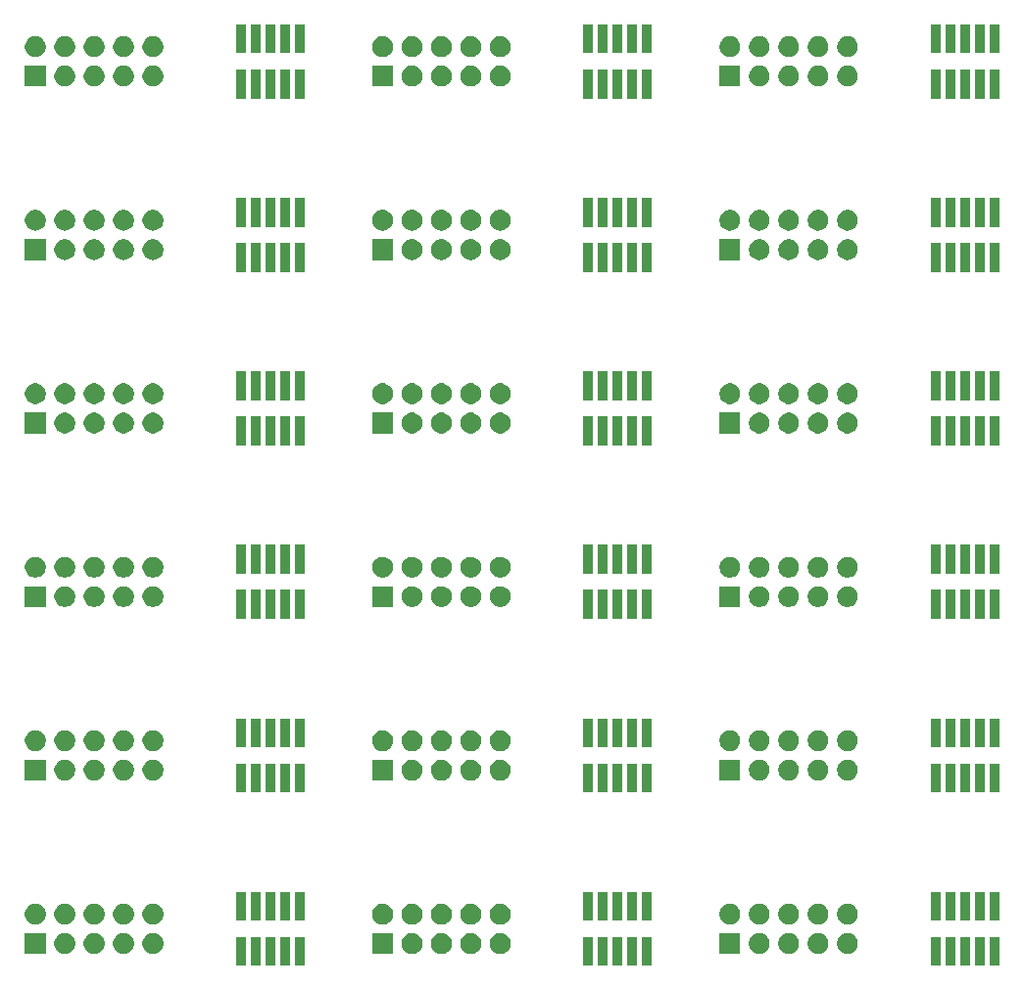
<source format=gbr>
G04 #@! TF.GenerationSoftware,KiCad,Pcbnew,5.1.5-52549c5~86~ubuntu18.04.1*
G04 #@! TF.CreationDate,2020-06-02T01:28:18-05:00*
G04 #@! TF.ProjectId,adap_127_254_panel,61646170-5f31-4323-975f-3235345f7061,rev?*
G04 #@! TF.SameCoordinates,Original*
G04 #@! TF.FileFunction,Soldermask,Top*
G04 #@! TF.FilePolarity,Negative*
%FSLAX46Y46*%
G04 Gerber Fmt 4.6, Leading zero omitted, Abs format (unit mm)*
G04 Created by KiCad (PCBNEW 5.1.5-52549c5~86~ubuntu18.04.1) date 2020-06-02 01:28:18*
%MOMM*%
%LPD*%
G04 APERTURE LIST*
%ADD10C,0.100000*%
G04 APERTURE END LIST*
D10*
G36*
X100116000Y-132811000D02*
G01*
X99274000Y-132811000D01*
X99274000Y-130309000D01*
X100116000Y-130309000D01*
X100116000Y-132811000D01*
G37*
G36*
X158846000Y-132811000D02*
G01*
X158004000Y-132811000D01*
X158004000Y-130309000D01*
X158846000Y-130309000D01*
X158846000Y-132811000D01*
G37*
G36*
X155036000Y-132811000D02*
G01*
X154194000Y-132811000D01*
X154194000Y-130309000D01*
X155036000Y-130309000D01*
X155036000Y-132811000D01*
G37*
G36*
X156306000Y-132811000D02*
G01*
X155464000Y-132811000D01*
X155464000Y-130309000D01*
X156306000Y-130309000D01*
X156306000Y-132811000D01*
G37*
G36*
X157576000Y-132811000D02*
G01*
X156734000Y-132811000D01*
X156734000Y-130309000D01*
X157576000Y-130309000D01*
X157576000Y-132811000D01*
G37*
G36*
X160116000Y-132811000D02*
G01*
X159274000Y-132811000D01*
X159274000Y-130309000D01*
X160116000Y-130309000D01*
X160116000Y-132811000D01*
G37*
G36*
X125036000Y-132811000D02*
G01*
X124194000Y-132811000D01*
X124194000Y-130309000D01*
X125036000Y-130309000D01*
X125036000Y-132811000D01*
G37*
G36*
X126306000Y-132811000D02*
G01*
X125464000Y-132811000D01*
X125464000Y-130309000D01*
X126306000Y-130309000D01*
X126306000Y-132811000D01*
G37*
G36*
X127576000Y-132811000D02*
G01*
X126734000Y-132811000D01*
X126734000Y-130309000D01*
X127576000Y-130309000D01*
X127576000Y-132811000D01*
G37*
G36*
X128846000Y-132811000D02*
G01*
X128004000Y-132811000D01*
X128004000Y-130309000D01*
X128846000Y-130309000D01*
X128846000Y-132811000D01*
G37*
G36*
X130116000Y-132811000D02*
G01*
X129274000Y-132811000D01*
X129274000Y-130309000D01*
X130116000Y-130309000D01*
X130116000Y-132811000D01*
G37*
G36*
X95036000Y-132811000D02*
G01*
X94194000Y-132811000D01*
X94194000Y-130309000D01*
X95036000Y-130309000D01*
X95036000Y-132811000D01*
G37*
G36*
X96306000Y-132811000D02*
G01*
X95464000Y-132811000D01*
X95464000Y-130309000D01*
X96306000Y-130309000D01*
X96306000Y-132811000D01*
G37*
G36*
X97576000Y-132811000D02*
G01*
X96734000Y-132811000D01*
X96734000Y-130309000D01*
X97576000Y-130309000D01*
X97576000Y-132811000D01*
G37*
G36*
X98846000Y-132811000D02*
G01*
X98004000Y-132811000D01*
X98004000Y-130309000D01*
X98846000Y-130309000D01*
X98846000Y-132811000D01*
G37*
G36*
X79488512Y-129983927D02*
G01*
X79637812Y-130013624D01*
X79801784Y-130081544D01*
X79949354Y-130180147D01*
X80074853Y-130305646D01*
X80173456Y-130453216D01*
X80241376Y-130617188D01*
X80276000Y-130791259D01*
X80276000Y-130968741D01*
X80241376Y-131142812D01*
X80173456Y-131306784D01*
X80074853Y-131454354D01*
X79949354Y-131579853D01*
X79801784Y-131678456D01*
X79637812Y-131746376D01*
X79488512Y-131776073D01*
X79463742Y-131781000D01*
X79286258Y-131781000D01*
X79261488Y-131776073D01*
X79112188Y-131746376D01*
X78948216Y-131678456D01*
X78800646Y-131579853D01*
X78675147Y-131454354D01*
X78576544Y-131306784D01*
X78508624Y-131142812D01*
X78474000Y-130968741D01*
X78474000Y-130791259D01*
X78508624Y-130617188D01*
X78576544Y-130453216D01*
X78675147Y-130305646D01*
X78800646Y-130180147D01*
X78948216Y-130081544D01*
X79112188Y-130013624D01*
X79261488Y-129983927D01*
X79286258Y-129979000D01*
X79463742Y-129979000D01*
X79488512Y-129983927D01*
G37*
G36*
X87108512Y-129983927D02*
G01*
X87257812Y-130013624D01*
X87421784Y-130081544D01*
X87569354Y-130180147D01*
X87694853Y-130305646D01*
X87793456Y-130453216D01*
X87861376Y-130617188D01*
X87896000Y-130791259D01*
X87896000Y-130968741D01*
X87861376Y-131142812D01*
X87793456Y-131306784D01*
X87694853Y-131454354D01*
X87569354Y-131579853D01*
X87421784Y-131678456D01*
X87257812Y-131746376D01*
X87108512Y-131776073D01*
X87083742Y-131781000D01*
X86906258Y-131781000D01*
X86881488Y-131776073D01*
X86732188Y-131746376D01*
X86568216Y-131678456D01*
X86420646Y-131579853D01*
X86295147Y-131454354D01*
X86196544Y-131306784D01*
X86128624Y-131142812D01*
X86094000Y-130968741D01*
X86094000Y-130791259D01*
X86128624Y-130617188D01*
X86196544Y-130453216D01*
X86295147Y-130305646D01*
X86420646Y-130180147D01*
X86568216Y-130081544D01*
X86732188Y-130013624D01*
X86881488Y-129983927D01*
X86906258Y-129979000D01*
X87083742Y-129979000D01*
X87108512Y-129983927D01*
G37*
G36*
X84568512Y-129983927D02*
G01*
X84717812Y-130013624D01*
X84881784Y-130081544D01*
X85029354Y-130180147D01*
X85154853Y-130305646D01*
X85253456Y-130453216D01*
X85321376Y-130617188D01*
X85356000Y-130791259D01*
X85356000Y-130968741D01*
X85321376Y-131142812D01*
X85253456Y-131306784D01*
X85154853Y-131454354D01*
X85029354Y-131579853D01*
X84881784Y-131678456D01*
X84717812Y-131746376D01*
X84568512Y-131776073D01*
X84543742Y-131781000D01*
X84366258Y-131781000D01*
X84341488Y-131776073D01*
X84192188Y-131746376D01*
X84028216Y-131678456D01*
X83880646Y-131579853D01*
X83755147Y-131454354D01*
X83656544Y-131306784D01*
X83588624Y-131142812D01*
X83554000Y-130968741D01*
X83554000Y-130791259D01*
X83588624Y-130617188D01*
X83656544Y-130453216D01*
X83755147Y-130305646D01*
X83880646Y-130180147D01*
X84028216Y-130081544D01*
X84192188Y-130013624D01*
X84341488Y-129983927D01*
X84366258Y-129979000D01*
X84543742Y-129979000D01*
X84568512Y-129983927D01*
G37*
G36*
X82028512Y-129983927D02*
G01*
X82177812Y-130013624D01*
X82341784Y-130081544D01*
X82489354Y-130180147D01*
X82614853Y-130305646D01*
X82713456Y-130453216D01*
X82781376Y-130617188D01*
X82816000Y-130791259D01*
X82816000Y-130968741D01*
X82781376Y-131142812D01*
X82713456Y-131306784D01*
X82614853Y-131454354D01*
X82489354Y-131579853D01*
X82341784Y-131678456D01*
X82177812Y-131746376D01*
X82028512Y-131776073D01*
X82003742Y-131781000D01*
X81826258Y-131781000D01*
X81801488Y-131776073D01*
X81652188Y-131746376D01*
X81488216Y-131678456D01*
X81340646Y-131579853D01*
X81215147Y-131454354D01*
X81116544Y-131306784D01*
X81048624Y-131142812D01*
X81014000Y-130968741D01*
X81014000Y-130791259D01*
X81048624Y-130617188D01*
X81116544Y-130453216D01*
X81215147Y-130305646D01*
X81340646Y-130180147D01*
X81488216Y-130081544D01*
X81652188Y-130013624D01*
X81801488Y-129983927D01*
X81826258Y-129979000D01*
X82003742Y-129979000D01*
X82028512Y-129983927D01*
G37*
G36*
X77736000Y-131781000D02*
G01*
X75934000Y-131781000D01*
X75934000Y-129979000D01*
X77736000Y-129979000D01*
X77736000Y-131781000D01*
G37*
G36*
X117108512Y-129983927D02*
G01*
X117257812Y-130013624D01*
X117421784Y-130081544D01*
X117569354Y-130180147D01*
X117694853Y-130305646D01*
X117793456Y-130453216D01*
X117861376Y-130617188D01*
X117896000Y-130791259D01*
X117896000Y-130968741D01*
X117861376Y-131142812D01*
X117793456Y-131306784D01*
X117694853Y-131454354D01*
X117569354Y-131579853D01*
X117421784Y-131678456D01*
X117257812Y-131746376D01*
X117108512Y-131776073D01*
X117083742Y-131781000D01*
X116906258Y-131781000D01*
X116881488Y-131776073D01*
X116732188Y-131746376D01*
X116568216Y-131678456D01*
X116420646Y-131579853D01*
X116295147Y-131454354D01*
X116196544Y-131306784D01*
X116128624Y-131142812D01*
X116094000Y-130968741D01*
X116094000Y-130791259D01*
X116128624Y-130617188D01*
X116196544Y-130453216D01*
X116295147Y-130305646D01*
X116420646Y-130180147D01*
X116568216Y-130081544D01*
X116732188Y-130013624D01*
X116881488Y-129983927D01*
X116906258Y-129979000D01*
X117083742Y-129979000D01*
X117108512Y-129983927D01*
G37*
G36*
X114568512Y-129983927D02*
G01*
X114717812Y-130013624D01*
X114881784Y-130081544D01*
X115029354Y-130180147D01*
X115154853Y-130305646D01*
X115253456Y-130453216D01*
X115321376Y-130617188D01*
X115356000Y-130791259D01*
X115356000Y-130968741D01*
X115321376Y-131142812D01*
X115253456Y-131306784D01*
X115154853Y-131454354D01*
X115029354Y-131579853D01*
X114881784Y-131678456D01*
X114717812Y-131746376D01*
X114568512Y-131776073D01*
X114543742Y-131781000D01*
X114366258Y-131781000D01*
X114341488Y-131776073D01*
X114192188Y-131746376D01*
X114028216Y-131678456D01*
X113880646Y-131579853D01*
X113755147Y-131454354D01*
X113656544Y-131306784D01*
X113588624Y-131142812D01*
X113554000Y-130968741D01*
X113554000Y-130791259D01*
X113588624Y-130617188D01*
X113656544Y-130453216D01*
X113755147Y-130305646D01*
X113880646Y-130180147D01*
X114028216Y-130081544D01*
X114192188Y-130013624D01*
X114341488Y-129983927D01*
X114366258Y-129979000D01*
X114543742Y-129979000D01*
X114568512Y-129983927D01*
G37*
G36*
X109488512Y-129983927D02*
G01*
X109637812Y-130013624D01*
X109801784Y-130081544D01*
X109949354Y-130180147D01*
X110074853Y-130305646D01*
X110173456Y-130453216D01*
X110241376Y-130617188D01*
X110276000Y-130791259D01*
X110276000Y-130968741D01*
X110241376Y-131142812D01*
X110173456Y-131306784D01*
X110074853Y-131454354D01*
X109949354Y-131579853D01*
X109801784Y-131678456D01*
X109637812Y-131746376D01*
X109488512Y-131776073D01*
X109463742Y-131781000D01*
X109286258Y-131781000D01*
X109261488Y-131776073D01*
X109112188Y-131746376D01*
X108948216Y-131678456D01*
X108800646Y-131579853D01*
X108675147Y-131454354D01*
X108576544Y-131306784D01*
X108508624Y-131142812D01*
X108474000Y-130968741D01*
X108474000Y-130791259D01*
X108508624Y-130617188D01*
X108576544Y-130453216D01*
X108675147Y-130305646D01*
X108800646Y-130180147D01*
X108948216Y-130081544D01*
X109112188Y-130013624D01*
X109261488Y-129983927D01*
X109286258Y-129979000D01*
X109463742Y-129979000D01*
X109488512Y-129983927D01*
G37*
G36*
X107736000Y-131781000D02*
G01*
X105934000Y-131781000D01*
X105934000Y-129979000D01*
X107736000Y-129979000D01*
X107736000Y-131781000D01*
G37*
G36*
X144568512Y-129983927D02*
G01*
X144717812Y-130013624D01*
X144881784Y-130081544D01*
X145029354Y-130180147D01*
X145154853Y-130305646D01*
X145253456Y-130453216D01*
X145321376Y-130617188D01*
X145356000Y-130791259D01*
X145356000Y-130968741D01*
X145321376Y-131142812D01*
X145253456Y-131306784D01*
X145154853Y-131454354D01*
X145029354Y-131579853D01*
X144881784Y-131678456D01*
X144717812Y-131746376D01*
X144568512Y-131776073D01*
X144543742Y-131781000D01*
X144366258Y-131781000D01*
X144341488Y-131776073D01*
X144192188Y-131746376D01*
X144028216Y-131678456D01*
X143880646Y-131579853D01*
X143755147Y-131454354D01*
X143656544Y-131306784D01*
X143588624Y-131142812D01*
X143554000Y-130968741D01*
X143554000Y-130791259D01*
X143588624Y-130617188D01*
X143656544Y-130453216D01*
X143755147Y-130305646D01*
X143880646Y-130180147D01*
X144028216Y-130081544D01*
X144192188Y-130013624D01*
X144341488Y-129983927D01*
X144366258Y-129979000D01*
X144543742Y-129979000D01*
X144568512Y-129983927D01*
G37*
G36*
X137736000Y-131781000D02*
G01*
X135934000Y-131781000D01*
X135934000Y-129979000D01*
X137736000Y-129979000D01*
X137736000Y-131781000D01*
G37*
G36*
X139488512Y-129983927D02*
G01*
X139637812Y-130013624D01*
X139801784Y-130081544D01*
X139949354Y-130180147D01*
X140074853Y-130305646D01*
X140173456Y-130453216D01*
X140241376Y-130617188D01*
X140276000Y-130791259D01*
X140276000Y-130968741D01*
X140241376Y-131142812D01*
X140173456Y-131306784D01*
X140074853Y-131454354D01*
X139949354Y-131579853D01*
X139801784Y-131678456D01*
X139637812Y-131746376D01*
X139488512Y-131776073D01*
X139463742Y-131781000D01*
X139286258Y-131781000D01*
X139261488Y-131776073D01*
X139112188Y-131746376D01*
X138948216Y-131678456D01*
X138800646Y-131579853D01*
X138675147Y-131454354D01*
X138576544Y-131306784D01*
X138508624Y-131142812D01*
X138474000Y-130968741D01*
X138474000Y-130791259D01*
X138508624Y-130617188D01*
X138576544Y-130453216D01*
X138675147Y-130305646D01*
X138800646Y-130180147D01*
X138948216Y-130081544D01*
X139112188Y-130013624D01*
X139261488Y-129983927D01*
X139286258Y-129979000D01*
X139463742Y-129979000D01*
X139488512Y-129983927D01*
G37*
G36*
X142028512Y-129983927D02*
G01*
X142177812Y-130013624D01*
X142341784Y-130081544D01*
X142489354Y-130180147D01*
X142614853Y-130305646D01*
X142713456Y-130453216D01*
X142781376Y-130617188D01*
X142816000Y-130791259D01*
X142816000Y-130968741D01*
X142781376Y-131142812D01*
X142713456Y-131306784D01*
X142614853Y-131454354D01*
X142489354Y-131579853D01*
X142341784Y-131678456D01*
X142177812Y-131746376D01*
X142028512Y-131776073D01*
X142003742Y-131781000D01*
X141826258Y-131781000D01*
X141801488Y-131776073D01*
X141652188Y-131746376D01*
X141488216Y-131678456D01*
X141340646Y-131579853D01*
X141215147Y-131454354D01*
X141116544Y-131306784D01*
X141048624Y-131142812D01*
X141014000Y-130968741D01*
X141014000Y-130791259D01*
X141048624Y-130617188D01*
X141116544Y-130453216D01*
X141215147Y-130305646D01*
X141340646Y-130180147D01*
X141488216Y-130081544D01*
X141652188Y-130013624D01*
X141801488Y-129983927D01*
X141826258Y-129979000D01*
X142003742Y-129979000D01*
X142028512Y-129983927D01*
G37*
G36*
X147108512Y-129983927D02*
G01*
X147257812Y-130013624D01*
X147421784Y-130081544D01*
X147569354Y-130180147D01*
X147694853Y-130305646D01*
X147793456Y-130453216D01*
X147861376Y-130617188D01*
X147896000Y-130791259D01*
X147896000Y-130968741D01*
X147861376Y-131142812D01*
X147793456Y-131306784D01*
X147694853Y-131454354D01*
X147569354Y-131579853D01*
X147421784Y-131678456D01*
X147257812Y-131746376D01*
X147108512Y-131776073D01*
X147083742Y-131781000D01*
X146906258Y-131781000D01*
X146881488Y-131776073D01*
X146732188Y-131746376D01*
X146568216Y-131678456D01*
X146420646Y-131579853D01*
X146295147Y-131454354D01*
X146196544Y-131306784D01*
X146128624Y-131142812D01*
X146094000Y-130968741D01*
X146094000Y-130791259D01*
X146128624Y-130617188D01*
X146196544Y-130453216D01*
X146295147Y-130305646D01*
X146420646Y-130180147D01*
X146568216Y-130081544D01*
X146732188Y-130013624D01*
X146881488Y-129983927D01*
X146906258Y-129979000D01*
X147083742Y-129979000D01*
X147108512Y-129983927D01*
G37*
G36*
X112028512Y-129983927D02*
G01*
X112177812Y-130013624D01*
X112341784Y-130081544D01*
X112489354Y-130180147D01*
X112614853Y-130305646D01*
X112713456Y-130453216D01*
X112781376Y-130617188D01*
X112816000Y-130791259D01*
X112816000Y-130968741D01*
X112781376Y-131142812D01*
X112713456Y-131306784D01*
X112614853Y-131454354D01*
X112489354Y-131579853D01*
X112341784Y-131678456D01*
X112177812Y-131746376D01*
X112028512Y-131776073D01*
X112003742Y-131781000D01*
X111826258Y-131781000D01*
X111801488Y-131776073D01*
X111652188Y-131746376D01*
X111488216Y-131678456D01*
X111340646Y-131579853D01*
X111215147Y-131454354D01*
X111116544Y-131306784D01*
X111048624Y-131142812D01*
X111014000Y-130968741D01*
X111014000Y-130791259D01*
X111048624Y-130617188D01*
X111116544Y-130453216D01*
X111215147Y-130305646D01*
X111340646Y-130180147D01*
X111488216Y-130081544D01*
X111652188Y-130013624D01*
X111801488Y-129983927D01*
X111826258Y-129979000D01*
X112003742Y-129979000D01*
X112028512Y-129983927D01*
G37*
G36*
X112028512Y-127443927D02*
G01*
X112177812Y-127473624D01*
X112341784Y-127541544D01*
X112489354Y-127640147D01*
X112614853Y-127765646D01*
X112713456Y-127913216D01*
X112781376Y-128077188D01*
X112816000Y-128251259D01*
X112816000Y-128428741D01*
X112781376Y-128602812D01*
X112713456Y-128766784D01*
X112614853Y-128914354D01*
X112489354Y-129039853D01*
X112341784Y-129138456D01*
X112177812Y-129206376D01*
X112028512Y-129236073D01*
X112003742Y-129241000D01*
X111826258Y-129241000D01*
X111801488Y-129236073D01*
X111652188Y-129206376D01*
X111488216Y-129138456D01*
X111340646Y-129039853D01*
X111215147Y-128914354D01*
X111116544Y-128766784D01*
X111048624Y-128602812D01*
X111014000Y-128428741D01*
X111014000Y-128251259D01*
X111048624Y-128077188D01*
X111116544Y-127913216D01*
X111215147Y-127765646D01*
X111340646Y-127640147D01*
X111488216Y-127541544D01*
X111652188Y-127473624D01*
X111801488Y-127443927D01*
X111826258Y-127439000D01*
X112003742Y-127439000D01*
X112028512Y-127443927D01*
G37*
G36*
X147108512Y-127443927D02*
G01*
X147257812Y-127473624D01*
X147421784Y-127541544D01*
X147569354Y-127640147D01*
X147694853Y-127765646D01*
X147793456Y-127913216D01*
X147861376Y-128077188D01*
X147896000Y-128251259D01*
X147896000Y-128428741D01*
X147861376Y-128602812D01*
X147793456Y-128766784D01*
X147694853Y-128914354D01*
X147569354Y-129039853D01*
X147421784Y-129138456D01*
X147257812Y-129206376D01*
X147108512Y-129236073D01*
X147083742Y-129241000D01*
X146906258Y-129241000D01*
X146881488Y-129236073D01*
X146732188Y-129206376D01*
X146568216Y-129138456D01*
X146420646Y-129039853D01*
X146295147Y-128914354D01*
X146196544Y-128766784D01*
X146128624Y-128602812D01*
X146094000Y-128428741D01*
X146094000Y-128251259D01*
X146128624Y-128077188D01*
X146196544Y-127913216D01*
X146295147Y-127765646D01*
X146420646Y-127640147D01*
X146568216Y-127541544D01*
X146732188Y-127473624D01*
X146881488Y-127443927D01*
X146906258Y-127439000D01*
X147083742Y-127439000D01*
X147108512Y-127443927D01*
G37*
G36*
X76948512Y-127443927D02*
G01*
X77097812Y-127473624D01*
X77261784Y-127541544D01*
X77409354Y-127640147D01*
X77534853Y-127765646D01*
X77633456Y-127913216D01*
X77701376Y-128077188D01*
X77736000Y-128251259D01*
X77736000Y-128428741D01*
X77701376Y-128602812D01*
X77633456Y-128766784D01*
X77534853Y-128914354D01*
X77409354Y-129039853D01*
X77261784Y-129138456D01*
X77097812Y-129206376D01*
X76948512Y-129236073D01*
X76923742Y-129241000D01*
X76746258Y-129241000D01*
X76721488Y-129236073D01*
X76572188Y-129206376D01*
X76408216Y-129138456D01*
X76260646Y-129039853D01*
X76135147Y-128914354D01*
X76036544Y-128766784D01*
X75968624Y-128602812D01*
X75934000Y-128428741D01*
X75934000Y-128251259D01*
X75968624Y-128077188D01*
X76036544Y-127913216D01*
X76135147Y-127765646D01*
X76260646Y-127640147D01*
X76408216Y-127541544D01*
X76572188Y-127473624D01*
X76721488Y-127443927D01*
X76746258Y-127439000D01*
X76923742Y-127439000D01*
X76948512Y-127443927D01*
G37*
G36*
X79488512Y-127443927D02*
G01*
X79637812Y-127473624D01*
X79801784Y-127541544D01*
X79949354Y-127640147D01*
X80074853Y-127765646D01*
X80173456Y-127913216D01*
X80241376Y-128077188D01*
X80276000Y-128251259D01*
X80276000Y-128428741D01*
X80241376Y-128602812D01*
X80173456Y-128766784D01*
X80074853Y-128914354D01*
X79949354Y-129039853D01*
X79801784Y-129138456D01*
X79637812Y-129206376D01*
X79488512Y-129236073D01*
X79463742Y-129241000D01*
X79286258Y-129241000D01*
X79261488Y-129236073D01*
X79112188Y-129206376D01*
X78948216Y-129138456D01*
X78800646Y-129039853D01*
X78675147Y-128914354D01*
X78576544Y-128766784D01*
X78508624Y-128602812D01*
X78474000Y-128428741D01*
X78474000Y-128251259D01*
X78508624Y-128077188D01*
X78576544Y-127913216D01*
X78675147Y-127765646D01*
X78800646Y-127640147D01*
X78948216Y-127541544D01*
X79112188Y-127473624D01*
X79261488Y-127443927D01*
X79286258Y-127439000D01*
X79463742Y-127439000D01*
X79488512Y-127443927D01*
G37*
G36*
X82028512Y-127443927D02*
G01*
X82177812Y-127473624D01*
X82341784Y-127541544D01*
X82489354Y-127640147D01*
X82614853Y-127765646D01*
X82713456Y-127913216D01*
X82781376Y-128077188D01*
X82816000Y-128251259D01*
X82816000Y-128428741D01*
X82781376Y-128602812D01*
X82713456Y-128766784D01*
X82614853Y-128914354D01*
X82489354Y-129039853D01*
X82341784Y-129138456D01*
X82177812Y-129206376D01*
X82028512Y-129236073D01*
X82003742Y-129241000D01*
X81826258Y-129241000D01*
X81801488Y-129236073D01*
X81652188Y-129206376D01*
X81488216Y-129138456D01*
X81340646Y-129039853D01*
X81215147Y-128914354D01*
X81116544Y-128766784D01*
X81048624Y-128602812D01*
X81014000Y-128428741D01*
X81014000Y-128251259D01*
X81048624Y-128077188D01*
X81116544Y-127913216D01*
X81215147Y-127765646D01*
X81340646Y-127640147D01*
X81488216Y-127541544D01*
X81652188Y-127473624D01*
X81801488Y-127443927D01*
X81826258Y-127439000D01*
X82003742Y-127439000D01*
X82028512Y-127443927D01*
G37*
G36*
X84568512Y-127443927D02*
G01*
X84717812Y-127473624D01*
X84881784Y-127541544D01*
X85029354Y-127640147D01*
X85154853Y-127765646D01*
X85253456Y-127913216D01*
X85321376Y-128077188D01*
X85356000Y-128251259D01*
X85356000Y-128428741D01*
X85321376Y-128602812D01*
X85253456Y-128766784D01*
X85154853Y-128914354D01*
X85029354Y-129039853D01*
X84881784Y-129138456D01*
X84717812Y-129206376D01*
X84568512Y-129236073D01*
X84543742Y-129241000D01*
X84366258Y-129241000D01*
X84341488Y-129236073D01*
X84192188Y-129206376D01*
X84028216Y-129138456D01*
X83880646Y-129039853D01*
X83755147Y-128914354D01*
X83656544Y-128766784D01*
X83588624Y-128602812D01*
X83554000Y-128428741D01*
X83554000Y-128251259D01*
X83588624Y-128077188D01*
X83656544Y-127913216D01*
X83755147Y-127765646D01*
X83880646Y-127640147D01*
X84028216Y-127541544D01*
X84192188Y-127473624D01*
X84341488Y-127443927D01*
X84366258Y-127439000D01*
X84543742Y-127439000D01*
X84568512Y-127443927D01*
G37*
G36*
X106948512Y-127443927D02*
G01*
X107097812Y-127473624D01*
X107261784Y-127541544D01*
X107409354Y-127640147D01*
X107534853Y-127765646D01*
X107633456Y-127913216D01*
X107701376Y-128077188D01*
X107736000Y-128251259D01*
X107736000Y-128428741D01*
X107701376Y-128602812D01*
X107633456Y-128766784D01*
X107534853Y-128914354D01*
X107409354Y-129039853D01*
X107261784Y-129138456D01*
X107097812Y-129206376D01*
X106948512Y-129236073D01*
X106923742Y-129241000D01*
X106746258Y-129241000D01*
X106721488Y-129236073D01*
X106572188Y-129206376D01*
X106408216Y-129138456D01*
X106260646Y-129039853D01*
X106135147Y-128914354D01*
X106036544Y-128766784D01*
X105968624Y-128602812D01*
X105934000Y-128428741D01*
X105934000Y-128251259D01*
X105968624Y-128077188D01*
X106036544Y-127913216D01*
X106135147Y-127765646D01*
X106260646Y-127640147D01*
X106408216Y-127541544D01*
X106572188Y-127473624D01*
X106721488Y-127443927D01*
X106746258Y-127439000D01*
X106923742Y-127439000D01*
X106948512Y-127443927D01*
G37*
G36*
X109488512Y-127443927D02*
G01*
X109637812Y-127473624D01*
X109801784Y-127541544D01*
X109949354Y-127640147D01*
X110074853Y-127765646D01*
X110173456Y-127913216D01*
X110241376Y-128077188D01*
X110276000Y-128251259D01*
X110276000Y-128428741D01*
X110241376Y-128602812D01*
X110173456Y-128766784D01*
X110074853Y-128914354D01*
X109949354Y-129039853D01*
X109801784Y-129138456D01*
X109637812Y-129206376D01*
X109488512Y-129236073D01*
X109463742Y-129241000D01*
X109286258Y-129241000D01*
X109261488Y-129236073D01*
X109112188Y-129206376D01*
X108948216Y-129138456D01*
X108800646Y-129039853D01*
X108675147Y-128914354D01*
X108576544Y-128766784D01*
X108508624Y-128602812D01*
X108474000Y-128428741D01*
X108474000Y-128251259D01*
X108508624Y-128077188D01*
X108576544Y-127913216D01*
X108675147Y-127765646D01*
X108800646Y-127640147D01*
X108948216Y-127541544D01*
X109112188Y-127473624D01*
X109261488Y-127443927D01*
X109286258Y-127439000D01*
X109463742Y-127439000D01*
X109488512Y-127443927D01*
G37*
G36*
X114568512Y-127443927D02*
G01*
X114717812Y-127473624D01*
X114881784Y-127541544D01*
X115029354Y-127640147D01*
X115154853Y-127765646D01*
X115253456Y-127913216D01*
X115321376Y-128077188D01*
X115356000Y-128251259D01*
X115356000Y-128428741D01*
X115321376Y-128602812D01*
X115253456Y-128766784D01*
X115154853Y-128914354D01*
X115029354Y-129039853D01*
X114881784Y-129138456D01*
X114717812Y-129206376D01*
X114568512Y-129236073D01*
X114543742Y-129241000D01*
X114366258Y-129241000D01*
X114341488Y-129236073D01*
X114192188Y-129206376D01*
X114028216Y-129138456D01*
X113880646Y-129039853D01*
X113755147Y-128914354D01*
X113656544Y-128766784D01*
X113588624Y-128602812D01*
X113554000Y-128428741D01*
X113554000Y-128251259D01*
X113588624Y-128077188D01*
X113656544Y-127913216D01*
X113755147Y-127765646D01*
X113880646Y-127640147D01*
X114028216Y-127541544D01*
X114192188Y-127473624D01*
X114341488Y-127443927D01*
X114366258Y-127439000D01*
X114543742Y-127439000D01*
X114568512Y-127443927D01*
G37*
G36*
X117108512Y-127443927D02*
G01*
X117257812Y-127473624D01*
X117421784Y-127541544D01*
X117569354Y-127640147D01*
X117694853Y-127765646D01*
X117793456Y-127913216D01*
X117861376Y-128077188D01*
X117896000Y-128251259D01*
X117896000Y-128428741D01*
X117861376Y-128602812D01*
X117793456Y-128766784D01*
X117694853Y-128914354D01*
X117569354Y-129039853D01*
X117421784Y-129138456D01*
X117257812Y-129206376D01*
X117108512Y-129236073D01*
X117083742Y-129241000D01*
X116906258Y-129241000D01*
X116881488Y-129236073D01*
X116732188Y-129206376D01*
X116568216Y-129138456D01*
X116420646Y-129039853D01*
X116295147Y-128914354D01*
X116196544Y-128766784D01*
X116128624Y-128602812D01*
X116094000Y-128428741D01*
X116094000Y-128251259D01*
X116128624Y-128077188D01*
X116196544Y-127913216D01*
X116295147Y-127765646D01*
X116420646Y-127640147D01*
X116568216Y-127541544D01*
X116732188Y-127473624D01*
X116881488Y-127443927D01*
X116906258Y-127439000D01*
X117083742Y-127439000D01*
X117108512Y-127443927D01*
G37*
G36*
X87108512Y-127443927D02*
G01*
X87257812Y-127473624D01*
X87421784Y-127541544D01*
X87569354Y-127640147D01*
X87694853Y-127765646D01*
X87793456Y-127913216D01*
X87861376Y-128077188D01*
X87896000Y-128251259D01*
X87896000Y-128428741D01*
X87861376Y-128602812D01*
X87793456Y-128766784D01*
X87694853Y-128914354D01*
X87569354Y-129039853D01*
X87421784Y-129138456D01*
X87257812Y-129206376D01*
X87108512Y-129236073D01*
X87083742Y-129241000D01*
X86906258Y-129241000D01*
X86881488Y-129236073D01*
X86732188Y-129206376D01*
X86568216Y-129138456D01*
X86420646Y-129039853D01*
X86295147Y-128914354D01*
X86196544Y-128766784D01*
X86128624Y-128602812D01*
X86094000Y-128428741D01*
X86094000Y-128251259D01*
X86128624Y-128077188D01*
X86196544Y-127913216D01*
X86295147Y-127765646D01*
X86420646Y-127640147D01*
X86568216Y-127541544D01*
X86732188Y-127473624D01*
X86881488Y-127443927D01*
X86906258Y-127439000D01*
X87083742Y-127439000D01*
X87108512Y-127443927D01*
G37*
G36*
X144568512Y-127443927D02*
G01*
X144717812Y-127473624D01*
X144881784Y-127541544D01*
X145029354Y-127640147D01*
X145154853Y-127765646D01*
X145253456Y-127913216D01*
X145321376Y-128077188D01*
X145356000Y-128251259D01*
X145356000Y-128428741D01*
X145321376Y-128602812D01*
X145253456Y-128766784D01*
X145154853Y-128914354D01*
X145029354Y-129039853D01*
X144881784Y-129138456D01*
X144717812Y-129206376D01*
X144568512Y-129236073D01*
X144543742Y-129241000D01*
X144366258Y-129241000D01*
X144341488Y-129236073D01*
X144192188Y-129206376D01*
X144028216Y-129138456D01*
X143880646Y-129039853D01*
X143755147Y-128914354D01*
X143656544Y-128766784D01*
X143588624Y-128602812D01*
X143554000Y-128428741D01*
X143554000Y-128251259D01*
X143588624Y-128077188D01*
X143656544Y-127913216D01*
X143755147Y-127765646D01*
X143880646Y-127640147D01*
X144028216Y-127541544D01*
X144192188Y-127473624D01*
X144341488Y-127443927D01*
X144366258Y-127439000D01*
X144543742Y-127439000D01*
X144568512Y-127443927D01*
G37*
G36*
X139488512Y-127443927D02*
G01*
X139637812Y-127473624D01*
X139801784Y-127541544D01*
X139949354Y-127640147D01*
X140074853Y-127765646D01*
X140173456Y-127913216D01*
X140241376Y-128077188D01*
X140276000Y-128251259D01*
X140276000Y-128428741D01*
X140241376Y-128602812D01*
X140173456Y-128766784D01*
X140074853Y-128914354D01*
X139949354Y-129039853D01*
X139801784Y-129138456D01*
X139637812Y-129206376D01*
X139488512Y-129236073D01*
X139463742Y-129241000D01*
X139286258Y-129241000D01*
X139261488Y-129236073D01*
X139112188Y-129206376D01*
X138948216Y-129138456D01*
X138800646Y-129039853D01*
X138675147Y-128914354D01*
X138576544Y-128766784D01*
X138508624Y-128602812D01*
X138474000Y-128428741D01*
X138474000Y-128251259D01*
X138508624Y-128077188D01*
X138576544Y-127913216D01*
X138675147Y-127765646D01*
X138800646Y-127640147D01*
X138948216Y-127541544D01*
X139112188Y-127473624D01*
X139261488Y-127443927D01*
X139286258Y-127439000D01*
X139463742Y-127439000D01*
X139488512Y-127443927D01*
G37*
G36*
X142028512Y-127443927D02*
G01*
X142177812Y-127473624D01*
X142341784Y-127541544D01*
X142489354Y-127640147D01*
X142614853Y-127765646D01*
X142713456Y-127913216D01*
X142781376Y-128077188D01*
X142816000Y-128251259D01*
X142816000Y-128428741D01*
X142781376Y-128602812D01*
X142713456Y-128766784D01*
X142614853Y-128914354D01*
X142489354Y-129039853D01*
X142341784Y-129138456D01*
X142177812Y-129206376D01*
X142028512Y-129236073D01*
X142003742Y-129241000D01*
X141826258Y-129241000D01*
X141801488Y-129236073D01*
X141652188Y-129206376D01*
X141488216Y-129138456D01*
X141340646Y-129039853D01*
X141215147Y-128914354D01*
X141116544Y-128766784D01*
X141048624Y-128602812D01*
X141014000Y-128428741D01*
X141014000Y-128251259D01*
X141048624Y-128077188D01*
X141116544Y-127913216D01*
X141215147Y-127765646D01*
X141340646Y-127640147D01*
X141488216Y-127541544D01*
X141652188Y-127473624D01*
X141801488Y-127443927D01*
X141826258Y-127439000D01*
X142003742Y-127439000D01*
X142028512Y-127443927D01*
G37*
G36*
X136948512Y-127443927D02*
G01*
X137097812Y-127473624D01*
X137261784Y-127541544D01*
X137409354Y-127640147D01*
X137534853Y-127765646D01*
X137633456Y-127913216D01*
X137701376Y-128077188D01*
X137736000Y-128251259D01*
X137736000Y-128428741D01*
X137701376Y-128602812D01*
X137633456Y-128766784D01*
X137534853Y-128914354D01*
X137409354Y-129039853D01*
X137261784Y-129138456D01*
X137097812Y-129206376D01*
X136948512Y-129236073D01*
X136923742Y-129241000D01*
X136746258Y-129241000D01*
X136721488Y-129236073D01*
X136572188Y-129206376D01*
X136408216Y-129138456D01*
X136260646Y-129039853D01*
X136135147Y-128914354D01*
X136036544Y-128766784D01*
X135968624Y-128602812D01*
X135934000Y-128428741D01*
X135934000Y-128251259D01*
X135968624Y-128077188D01*
X136036544Y-127913216D01*
X136135147Y-127765646D01*
X136260646Y-127640147D01*
X136408216Y-127541544D01*
X136572188Y-127473624D01*
X136721488Y-127443927D01*
X136746258Y-127439000D01*
X136923742Y-127439000D01*
X136948512Y-127443927D01*
G37*
G36*
X155036000Y-128911000D02*
G01*
X154194000Y-128911000D01*
X154194000Y-126409000D01*
X155036000Y-126409000D01*
X155036000Y-128911000D01*
G37*
G36*
X100116000Y-128911000D02*
G01*
X99274000Y-128911000D01*
X99274000Y-126409000D01*
X100116000Y-126409000D01*
X100116000Y-128911000D01*
G37*
G36*
X98846000Y-128911000D02*
G01*
X98004000Y-128911000D01*
X98004000Y-126409000D01*
X98846000Y-126409000D01*
X98846000Y-128911000D01*
G37*
G36*
X97576000Y-128911000D02*
G01*
X96734000Y-128911000D01*
X96734000Y-126409000D01*
X97576000Y-126409000D01*
X97576000Y-128911000D01*
G37*
G36*
X96306000Y-128911000D02*
G01*
X95464000Y-128911000D01*
X95464000Y-126409000D01*
X96306000Y-126409000D01*
X96306000Y-128911000D01*
G37*
G36*
X95036000Y-128911000D02*
G01*
X94194000Y-128911000D01*
X94194000Y-126409000D01*
X95036000Y-126409000D01*
X95036000Y-128911000D01*
G37*
G36*
X130116000Y-128911000D02*
G01*
X129274000Y-128911000D01*
X129274000Y-126409000D01*
X130116000Y-126409000D01*
X130116000Y-128911000D01*
G37*
G36*
X128846000Y-128911000D02*
G01*
X128004000Y-128911000D01*
X128004000Y-126409000D01*
X128846000Y-126409000D01*
X128846000Y-128911000D01*
G37*
G36*
X126306000Y-128911000D02*
G01*
X125464000Y-128911000D01*
X125464000Y-126409000D01*
X126306000Y-126409000D01*
X126306000Y-128911000D01*
G37*
G36*
X125036000Y-128911000D02*
G01*
X124194000Y-128911000D01*
X124194000Y-126409000D01*
X125036000Y-126409000D01*
X125036000Y-128911000D01*
G37*
G36*
X156306000Y-128911000D02*
G01*
X155464000Y-128911000D01*
X155464000Y-126409000D01*
X156306000Y-126409000D01*
X156306000Y-128911000D01*
G37*
G36*
X160116000Y-128911000D02*
G01*
X159274000Y-128911000D01*
X159274000Y-126409000D01*
X160116000Y-126409000D01*
X160116000Y-128911000D01*
G37*
G36*
X157576000Y-128911000D02*
G01*
X156734000Y-128911000D01*
X156734000Y-126409000D01*
X157576000Y-126409000D01*
X157576000Y-128911000D01*
G37*
G36*
X158846000Y-128911000D02*
G01*
X158004000Y-128911000D01*
X158004000Y-126409000D01*
X158846000Y-126409000D01*
X158846000Y-128911000D01*
G37*
G36*
X127576000Y-128911000D02*
G01*
X126734000Y-128911000D01*
X126734000Y-126409000D01*
X127576000Y-126409000D01*
X127576000Y-128911000D01*
G37*
G36*
X126306000Y-117811000D02*
G01*
X125464000Y-117811000D01*
X125464000Y-115309000D01*
X126306000Y-115309000D01*
X126306000Y-117811000D01*
G37*
G36*
X100116000Y-117811000D02*
G01*
X99274000Y-117811000D01*
X99274000Y-115309000D01*
X100116000Y-115309000D01*
X100116000Y-117811000D01*
G37*
G36*
X98846000Y-117811000D02*
G01*
X98004000Y-117811000D01*
X98004000Y-115309000D01*
X98846000Y-115309000D01*
X98846000Y-117811000D01*
G37*
G36*
X97576000Y-117811000D02*
G01*
X96734000Y-117811000D01*
X96734000Y-115309000D01*
X97576000Y-115309000D01*
X97576000Y-117811000D01*
G37*
G36*
X96306000Y-117811000D02*
G01*
X95464000Y-117811000D01*
X95464000Y-115309000D01*
X96306000Y-115309000D01*
X96306000Y-117811000D01*
G37*
G36*
X158846000Y-117811000D02*
G01*
X158004000Y-117811000D01*
X158004000Y-115309000D01*
X158846000Y-115309000D01*
X158846000Y-117811000D01*
G37*
G36*
X95036000Y-117811000D02*
G01*
X94194000Y-117811000D01*
X94194000Y-115309000D01*
X95036000Y-115309000D01*
X95036000Y-117811000D01*
G37*
G36*
X127576000Y-117811000D02*
G01*
X126734000Y-117811000D01*
X126734000Y-115309000D01*
X127576000Y-115309000D01*
X127576000Y-117811000D01*
G37*
G36*
X128846000Y-117811000D02*
G01*
X128004000Y-117811000D01*
X128004000Y-115309000D01*
X128846000Y-115309000D01*
X128846000Y-117811000D01*
G37*
G36*
X130116000Y-117811000D02*
G01*
X129274000Y-117811000D01*
X129274000Y-115309000D01*
X130116000Y-115309000D01*
X130116000Y-117811000D01*
G37*
G36*
X155036000Y-117811000D02*
G01*
X154194000Y-117811000D01*
X154194000Y-115309000D01*
X155036000Y-115309000D01*
X155036000Y-117811000D01*
G37*
G36*
X156306000Y-117811000D02*
G01*
X155464000Y-117811000D01*
X155464000Y-115309000D01*
X156306000Y-115309000D01*
X156306000Y-117811000D01*
G37*
G36*
X157576000Y-117811000D02*
G01*
X156734000Y-117811000D01*
X156734000Y-115309000D01*
X157576000Y-115309000D01*
X157576000Y-117811000D01*
G37*
G36*
X160116000Y-117811000D02*
G01*
X159274000Y-117811000D01*
X159274000Y-115309000D01*
X160116000Y-115309000D01*
X160116000Y-117811000D01*
G37*
G36*
X125036000Y-117811000D02*
G01*
X124194000Y-117811000D01*
X124194000Y-115309000D01*
X125036000Y-115309000D01*
X125036000Y-117811000D01*
G37*
G36*
X144568512Y-114983927D02*
G01*
X144717812Y-115013624D01*
X144881784Y-115081544D01*
X145029354Y-115180147D01*
X145154853Y-115305646D01*
X145253456Y-115453216D01*
X145321376Y-115617188D01*
X145356000Y-115791259D01*
X145356000Y-115968741D01*
X145321376Y-116142812D01*
X145253456Y-116306784D01*
X145154853Y-116454354D01*
X145029354Y-116579853D01*
X144881784Y-116678456D01*
X144717812Y-116746376D01*
X144568512Y-116776073D01*
X144543742Y-116781000D01*
X144366258Y-116781000D01*
X144341488Y-116776073D01*
X144192188Y-116746376D01*
X144028216Y-116678456D01*
X143880646Y-116579853D01*
X143755147Y-116454354D01*
X143656544Y-116306784D01*
X143588624Y-116142812D01*
X143554000Y-115968741D01*
X143554000Y-115791259D01*
X143588624Y-115617188D01*
X143656544Y-115453216D01*
X143755147Y-115305646D01*
X143880646Y-115180147D01*
X144028216Y-115081544D01*
X144192188Y-115013624D01*
X144341488Y-114983927D01*
X144366258Y-114979000D01*
X144543742Y-114979000D01*
X144568512Y-114983927D01*
G37*
G36*
X139488512Y-114983927D02*
G01*
X139637812Y-115013624D01*
X139801784Y-115081544D01*
X139949354Y-115180147D01*
X140074853Y-115305646D01*
X140173456Y-115453216D01*
X140241376Y-115617188D01*
X140276000Y-115791259D01*
X140276000Y-115968741D01*
X140241376Y-116142812D01*
X140173456Y-116306784D01*
X140074853Y-116454354D01*
X139949354Y-116579853D01*
X139801784Y-116678456D01*
X139637812Y-116746376D01*
X139488512Y-116776073D01*
X139463742Y-116781000D01*
X139286258Y-116781000D01*
X139261488Y-116776073D01*
X139112188Y-116746376D01*
X138948216Y-116678456D01*
X138800646Y-116579853D01*
X138675147Y-116454354D01*
X138576544Y-116306784D01*
X138508624Y-116142812D01*
X138474000Y-115968741D01*
X138474000Y-115791259D01*
X138508624Y-115617188D01*
X138576544Y-115453216D01*
X138675147Y-115305646D01*
X138800646Y-115180147D01*
X138948216Y-115081544D01*
X139112188Y-115013624D01*
X139261488Y-114983927D01*
X139286258Y-114979000D01*
X139463742Y-114979000D01*
X139488512Y-114983927D01*
G37*
G36*
X137736000Y-116781000D02*
G01*
X135934000Y-116781000D01*
X135934000Y-114979000D01*
X137736000Y-114979000D01*
X137736000Y-116781000D01*
G37*
G36*
X147108512Y-114983927D02*
G01*
X147257812Y-115013624D01*
X147421784Y-115081544D01*
X147569354Y-115180147D01*
X147694853Y-115305646D01*
X147793456Y-115453216D01*
X147861376Y-115617188D01*
X147896000Y-115791259D01*
X147896000Y-115968741D01*
X147861376Y-116142812D01*
X147793456Y-116306784D01*
X147694853Y-116454354D01*
X147569354Y-116579853D01*
X147421784Y-116678456D01*
X147257812Y-116746376D01*
X147108512Y-116776073D01*
X147083742Y-116781000D01*
X146906258Y-116781000D01*
X146881488Y-116776073D01*
X146732188Y-116746376D01*
X146568216Y-116678456D01*
X146420646Y-116579853D01*
X146295147Y-116454354D01*
X146196544Y-116306784D01*
X146128624Y-116142812D01*
X146094000Y-115968741D01*
X146094000Y-115791259D01*
X146128624Y-115617188D01*
X146196544Y-115453216D01*
X146295147Y-115305646D01*
X146420646Y-115180147D01*
X146568216Y-115081544D01*
X146732188Y-115013624D01*
X146881488Y-114983927D01*
X146906258Y-114979000D01*
X147083742Y-114979000D01*
X147108512Y-114983927D01*
G37*
G36*
X142028512Y-114983927D02*
G01*
X142177812Y-115013624D01*
X142341784Y-115081544D01*
X142489354Y-115180147D01*
X142614853Y-115305646D01*
X142713456Y-115453216D01*
X142781376Y-115617188D01*
X142816000Y-115791259D01*
X142816000Y-115968741D01*
X142781376Y-116142812D01*
X142713456Y-116306784D01*
X142614853Y-116454354D01*
X142489354Y-116579853D01*
X142341784Y-116678456D01*
X142177812Y-116746376D01*
X142028512Y-116776073D01*
X142003742Y-116781000D01*
X141826258Y-116781000D01*
X141801488Y-116776073D01*
X141652188Y-116746376D01*
X141488216Y-116678456D01*
X141340646Y-116579853D01*
X141215147Y-116454354D01*
X141116544Y-116306784D01*
X141048624Y-116142812D01*
X141014000Y-115968741D01*
X141014000Y-115791259D01*
X141048624Y-115617188D01*
X141116544Y-115453216D01*
X141215147Y-115305646D01*
X141340646Y-115180147D01*
X141488216Y-115081544D01*
X141652188Y-115013624D01*
X141801488Y-114983927D01*
X141826258Y-114979000D01*
X142003742Y-114979000D01*
X142028512Y-114983927D01*
G37*
G36*
X82028512Y-114983927D02*
G01*
X82177812Y-115013624D01*
X82341784Y-115081544D01*
X82489354Y-115180147D01*
X82614853Y-115305646D01*
X82713456Y-115453216D01*
X82781376Y-115617188D01*
X82816000Y-115791259D01*
X82816000Y-115968741D01*
X82781376Y-116142812D01*
X82713456Y-116306784D01*
X82614853Y-116454354D01*
X82489354Y-116579853D01*
X82341784Y-116678456D01*
X82177812Y-116746376D01*
X82028512Y-116776073D01*
X82003742Y-116781000D01*
X81826258Y-116781000D01*
X81801488Y-116776073D01*
X81652188Y-116746376D01*
X81488216Y-116678456D01*
X81340646Y-116579853D01*
X81215147Y-116454354D01*
X81116544Y-116306784D01*
X81048624Y-116142812D01*
X81014000Y-115968741D01*
X81014000Y-115791259D01*
X81048624Y-115617188D01*
X81116544Y-115453216D01*
X81215147Y-115305646D01*
X81340646Y-115180147D01*
X81488216Y-115081544D01*
X81652188Y-115013624D01*
X81801488Y-114983927D01*
X81826258Y-114979000D01*
X82003742Y-114979000D01*
X82028512Y-114983927D01*
G37*
G36*
X84568512Y-114983927D02*
G01*
X84717812Y-115013624D01*
X84881784Y-115081544D01*
X85029354Y-115180147D01*
X85154853Y-115305646D01*
X85253456Y-115453216D01*
X85321376Y-115617188D01*
X85356000Y-115791259D01*
X85356000Y-115968741D01*
X85321376Y-116142812D01*
X85253456Y-116306784D01*
X85154853Y-116454354D01*
X85029354Y-116579853D01*
X84881784Y-116678456D01*
X84717812Y-116746376D01*
X84568512Y-116776073D01*
X84543742Y-116781000D01*
X84366258Y-116781000D01*
X84341488Y-116776073D01*
X84192188Y-116746376D01*
X84028216Y-116678456D01*
X83880646Y-116579853D01*
X83755147Y-116454354D01*
X83656544Y-116306784D01*
X83588624Y-116142812D01*
X83554000Y-115968741D01*
X83554000Y-115791259D01*
X83588624Y-115617188D01*
X83656544Y-115453216D01*
X83755147Y-115305646D01*
X83880646Y-115180147D01*
X84028216Y-115081544D01*
X84192188Y-115013624D01*
X84341488Y-114983927D01*
X84366258Y-114979000D01*
X84543742Y-114979000D01*
X84568512Y-114983927D01*
G37*
G36*
X117108512Y-114983927D02*
G01*
X117257812Y-115013624D01*
X117421784Y-115081544D01*
X117569354Y-115180147D01*
X117694853Y-115305646D01*
X117793456Y-115453216D01*
X117861376Y-115617188D01*
X117896000Y-115791259D01*
X117896000Y-115968741D01*
X117861376Y-116142812D01*
X117793456Y-116306784D01*
X117694853Y-116454354D01*
X117569354Y-116579853D01*
X117421784Y-116678456D01*
X117257812Y-116746376D01*
X117108512Y-116776073D01*
X117083742Y-116781000D01*
X116906258Y-116781000D01*
X116881488Y-116776073D01*
X116732188Y-116746376D01*
X116568216Y-116678456D01*
X116420646Y-116579853D01*
X116295147Y-116454354D01*
X116196544Y-116306784D01*
X116128624Y-116142812D01*
X116094000Y-115968741D01*
X116094000Y-115791259D01*
X116128624Y-115617188D01*
X116196544Y-115453216D01*
X116295147Y-115305646D01*
X116420646Y-115180147D01*
X116568216Y-115081544D01*
X116732188Y-115013624D01*
X116881488Y-114983927D01*
X116906258Y-114979000D01*
X117083742Y-114979000D01*
X117108512Y-114983927D01*
G37*
G36*
X87108512Y-114983927D02*
G01*
X87257812Y-115013624D01*
X87421784Y-115081544D01*
X87569354Y-115180147D01*
X87694853Y-115305646D01*
X87793456Y-115453216D01*
X87861376Y-115617188D01*
X87896000Y-115791259D01*
X87896000Y-115968741D01*
X87861376Y-116142812D01*
X87793456Y-116306784D01*
X87694853Y-116454354D01*
X87569354Y-116579853D01*
X87421784Y-116678456D01*
X87257812Y-116746376D01*
X87108512Y-116776073D01*
X87083742Y-116781000D01*
X86906258Y-116781000D01*
X86881488Y-116776073D01*
X86732188Y-116746376D01*
X86568216Y-116678456D01*
X86420646Y-116579853D01*
X86295147Y-116454354D01*
X86196544Y-116306784D01*
X86128624Y-116142812D01*
X86094000Y-115968741D01*
X86094000Y-115791259D01*
X86128624Y-115617188D01*
X86196544Y-115453216D01*
X86295147Y-115305646D01*
X86420646Y-115180147D01*
X86568216Y-115081544D01*
X86732188Y-115013624D01*
X86881488Y-114983927D01*
X86906258Y-114979000D01*
X87083742Y-114979000D01*
X87108512Y-114983927D01*
G37*
G36*
X114568512Y-114983927D02*
G01*
X114717812Y-115013624D01*
X114881784Y-115081544D01*
X115029354Y-115180147D01*
X115154853Y-115305646D01*
X115253456Y-115453216D01*
X115321376Y-115617188D01*
X115356000Y-115791259D01*
X115356000Y-115968741D01*
X115321376Y-116142812D01*
X115253456Y-116306784D01*
X115154853Y-116454354D01*
X115029354Y-116579853D01*
X114881784Y-116678456D01*
X114717812Y-116746376D01*
X114568512Y-116776073D01*
X114543742Y-116781000D01*
X114366258Y-116781000D01*
X114341488Y-116776073D01*
X114192188Y-116746376D01*
X114028216Y-116678456D01*
X113880646Y-116579853D01*
X113755147Y-116454354D01*
X113656544Y-116306784D01*
X113588624Y-116142812D01*
X113554000Y-115968741D01*
X113554000Y-115791259D01*
X113588624Y-115617188D01*
X113656544Y-115453216D01*
X113755147Y-115305646D01*
X113880646Y-115180147D01*
X114028216Y-115081544D01*
X114192188Y-115013624D01*
X114341488Y-114983927D01*
X114366258Y-114979000D01*
X114543742Y-114979000D01*
X114568512Y-114983927D01*
G37*
G36*
X107736000Y-116781000D02*
G01*
X105934000Y-116781000D01*
X105934000Y-114979000D01*
X107736000Y-114979000D01*
X107736000Y-116781000D01*
G37*
G36*
X77736000Y-116781000D02*
G01*
X75934000Y-116781000D01*
X75934000Y-114979000D01*
X77736000Y-114979000D01*
X77736000Y-116781000D01*
G37*
G36*
X109488512Y-114983927D02*
G01*
X109637812Y-115013624D01*
X109801784Y-115081544D01*
X109949354Y-115180147D01*
X110074853Y-115305646D01*
X110173456Y-115453216D01*
X110241376Y-115617188D01*
X110276000Y-115791259D01*
X110276000Y-115968741D01*
X110241376Y-116142812D01*
X110173456Y-116306784D01*
X110074853Y-116454354D01*
X109949354Y-116579853D01*
X109801784Y-116678456D01*
X109637812Y-116746376D01*
X109488512Y-116776073D01*
X109463742Y-116781000D01*
X109286258Y-116781000D01*
X109261488Y-116776073D01*
X109112188Y-116746376D01*
X108948216Y-116678456D01*
X108800646Y-116579853D01*
X108675147Y-116454354D01*
X108576544Y-116306784D01*
X108508624Y-116142812D01*
X108474000Y-115968741D01*
X108474000Y-115791259D01*
X108508624Y-115617188D01*
X108576544Y-115453216D01*
X108675147Y-115305646D01*
X108800646Y-115180147D01*
X108948216Y-115081544D01*
X109112188Y-115013624D01*
X109261488Y-114983927D01*
X109286258Y-114979000D01*
X109463742Y-114979000D01*
X109488512Y-114983927D01*
G37*
G36*
X79488512Y-114983927D02*
G01*
X79637812Y-115013624D01*
X79801784Y-115081544D01*
X79949354Y-115180147D01*
X80074853Y-115305646D01*
X80173456Y-115453216D01*
X80241376Y-115617188D01*
X80276000Y-115791259D01*
X80276000Y-115968741D01*
X80241376Y-116142812D01*
X80173456Y-116306784D01*
X80074853Y-116454354D01*
X79949354Y-116579853D01*
X79801784Y-116678456D01*
X79637812Y-116746376D01*
X79488512Y-116776073D01*
X79463742Y-116781000D01*
X79286258Y-116781000D01*
X79261488Y-116776073D01*
X79112188Y-116746376D01*
X78948216Y-116678456D01*
X78800646Y-116579853D01*
X78675147Y-116454354D01*
X78576544Y-116306784D01*
X78508624Y-116142812D01*
X78474000Y-115968741D01*
X78474000Y-115791259D01*
X78508624Y-115617188D01*
X78576544Y-115453216D01*
X78675147Y-115305646D01*
X78800646Y-115180147D01*
X78948216Y-115081544D01*
X79112188Y-115013624D01*
X79261488Y-114983927D01*
X79286258Y-114979000D01*
X79463742Y-114979000D01*
X79488512Y-114983927D01*
G37*
G36*
X112028512Y-114983927D02*
G01*
X112177812Y-115013624D01*
X112341784Y-115081544D01*
X112489354Y-115180147D01*
X112614853Y-115305646D01*
X112713456Y-115453216D01*
X112781376Y-115617188D01*
X112816000Y-115791259D01*
X112816000Y-115968741D01*
X112781376Y-116142812D01*
X112713456Y-116306784D01*
X112614853Y-116454354D01*
X112489354Y-116579853D01*
X112341784Y-116678456D01*
X112177812Y-116746376D01*
X112028512Y-116776073D01*
X112003742Y-116781000D01*
X111826258Y-116781000D01*
X111801488Y-116776073D01*
X111652188Y-116746376D01*
X111488216Y-116678456D01*
X111340646Y-116579853D01*
X111215147Y-116454354D01*
X111116544Y-116306784D01*
X111048624Y-116142812D01*
X111014000Y-115968741D01*
X111014000Y-115791259D01*
X111048624Y-115617188D01*
X111116544Y-115453216D01*
X111215147Y-115305646D01*
X111340646Y-115180147D01*
X111488216Y-115081544D01*
X111652188Y-115013624D01*
X111801488Y-114983927D01*
X111826258Y-114979000D01*
X112003742Y-114979000D01*
X112028512Y-114983927D01*
G37*
G36*
X87108512Y-112443927D02*
G01*
X87257812Y-112473624D01*
X87421784Y-112541544D01*
X87569354Y-112640147D01*
X87694853Y-112765646D01*
X87793456Y-112913216D01*
X87861376Y-113077188D01*
X87896000Y-113251259D01*
X87896000Y-113428741D01*
X87861376Y-113602812D01*
X87793456Y-113766784D01*
X87694853Y-113914354D01*
X87569354Y-114039853D01*
X87421784Y-114138456D01*
X87257812Y-114206376D01*
X87108512Y-114236073D01*
X87083742Y-114241000D01*
X86906258Y-114241000D01*
X86881488Y-114236073D01*
X86732188Y-114206376D01*
X86568216Y-114138456D01*
X86420646Y-114039853D01*
X86295147Y-113914354D01*
X86196544Y-113766784D01*
X86128624Y-113602812D01*
X86094000Y-113428741D01*
X86094000Y-113251259D01*
X86128624Y-113077188D01*
X86196544Y-112913216D01*
X86295147Y-112765646D01*
X86420646Y-112640147D01*
X86568216Y-112541544D01*
X86732188Y-112473624D01*
X86881488Y-112443927D01*
X86906258Y-112439000D01*
X87083742Y-112439000D01*
X87108512Y-112443927D01*
G37*
G36*
X147108512Y-112443927D02*
G01*
X147257812Y-112473624D01*
X147421784Y-112541544D01*
X147569354Y-112640147D01*
X147694853Y-112765646D01*
X147793456Y-112913216D01*
X147861376Y-113077188D01*
X147896000Y-113251259D01*
X147896000Y-113428741D01*
X147861376Y-113602812D01*
X147793456Y-113766784D01*
X147694853Y-113914354D01*
X147569354Y-114039853D01*
X147421784Y-114138456D01*
X147257812Y-114206376D01*
X147108512Y-114236073D01*
X147083742Y-114241000D01*
X146906258Y-114241000D01*
X146881488Y-114236073D01*
X146732188Y-114206376D01*
X146568216Y-114138456D01*
X146420646Y-114039853D01*
X146295147Y-113914354D01*
X146196544Y-113766784D01*
X146128624Y-113602812D01*
X146094000Y-113428741D01*
X146094000Y-113251259D01*
X146128624Y-113077188D01*
X146196544Y-112913216D01*
X146295147Y-112765646D01*
X146420646Y-112640147D01*
X146568216Y-112541544D01*
X146732188Y-112473624D01*
X146881488Y-112443927D01*
X146906258Y-112439000D01*
X147083742Y-112439000D01*
X147108512Y-112443927D01*
G37*
G36*
X144568512Y-112443927D02*
G01*
X144717812Y-112473624D01*
X144881784Y-112541544D01*
X145029354Y-112640147D01*
X145154853Y-112765646D01*
X145253456Y-112913216D01*
X145321376Y-113077188D01*
X145356000Y-113251259D01*
X145356000Y-113428741D01*
X145321376Y-113602812D01*
X145253456Y-113766784D01*
X145154853Y-113914354D01*
X145029354Y-114039853D01*
X144881784Y-114138456D01*
X144717812Y-114206376D01*
X144568512Y-114236073D01*
X144543742Y-114241000D01*
X144366258Y-114241000D01*
X144341488Y-114236073D01*
X144192188Y-114206376D01*
X144028216Y-114138456D01*
X143880646Y-114039853D01*
X143755147Y-113914354D01*
X143656544Y-113766784D01*
X143588624Y-113602812D01*
X143554000Y-113428741D01*
X143554000Y-113251259D01*
X143588624Y-113077188D01*
X143656544Y-112913216D01*
X143755147Y-112765646D01*
X143880646Y-112640147D01*
X144028216Y-112541544D01*
X144192188Y-112473624D01*
X144341488Y-112443927D01*
X144366258Y-112439000D01*
X144543742Y-112439000D01*
X144568512Y-112443927D01*
G37*
G36*
X142028512Y-112443927D02*
G01*
X142177812Y-112473624D01*
X142341784Y-112541544D01*
X142489354Y-112640147D01*
X142614853Y-112765646D01*
X142713456Y-112913216D01*
X142781376Y-113077188D01*
X142816000Y-113251259D01*
X142816000Y-113428741D01*
X142781376Y-113602812D01*
X142713456Y-113766784D01*
X142614853Y-113914354D01*
X142489354Y-114039853D01*
X142341784Y-114138456D01*
X142177812Y-114206376D01*
X142028512Y-114236073D01*
X142003742Y-114241000D01*
X141826258Y-114241000D01*
X141801488Y-114236073D01*
X141652188Y-114206376D01*
X141488216Y-114138456D01*
X141340646Y-114039853D01*
X141215147Y-113914354D01*
X141116544Y-113766784D01*
X141048624Y-113602812D01*
X141014000Y-113428741D01*
X141014000Y-113251259D01*
X141048624Y-113077188D01*
X141116544Y-112913216D01*
X141215147Y-112765646D01*
X141340646Y-112640147D01*
X141488216Y-112541544D01*
X141652188Y-112473624D01*
X141801488Y-112443927D01*
X141826258Y-112439000D01*
X142003742Y-112439000D01*
X142028512Y-112443927D01*
G37*
G36*
X139488512Y-112443927D02*
G01*
X139637812Y-112473624D01*
X139801784Y-112541544D01*
X139949354Y-112640147D01*
X140074853Y-112765646D01*
X140173456Y-112913216D01*
X140241376Y-113077188D01*
X140276000Y-113251259D01*
X140276000Y-113428741D01*
X140241376Y-113602812D01*
X140173456Y-113766784D01*
X140074853Y-113914354D01*
X139949354Y-114039853D01*
X139801784Y-114138456D01*
X139637812Y-114206376D01*
X139488512Y-114236073D01*
X139463742Y-114241000D01*
X139286258Y-114241000D01*
X139261488Y-114236073D01*
X139112188Y-114206376D01*
X138948216Y-114138456D01*
X138800646Y-114039853D01*
X138675147Y-113914354D01*
X138576544Y-113766784D01*
X138508624Y-113602812D01*
X138474000Y-113428741D01*
X138474000Y-113251259D01*
X138508624Y-113077188D01*
X138576544Y-112913216D01*
X138675147Y-112765646D01*
X138800646Y-112640147D01*
X138948216Y-112541544D01*
X139112188Y-112473624D01*
X139261488Y-112443927D01*
X139286258Y-112439000D01*
X139463742Y-112439000D01*
X139488512Y-112443927D01*
G37*
G36*
X136948512Y-112443927D02*
G01*
X137097812Y-112473624D01*
X137261784Y-112541544D01*
X137409354Y-112640147D01*
X137534853Y-112765646D01*
X137633456Y-112913216D01*
X137701376Y-113077188D01*
X137736000Y-113251259D01*
X137736000Y-113428741D01*
X137701376Y-113602812D01*
X137633456Y-113766784D01*
X137534853Y-113914354D01*
X137409354Y-114039853D01*
X137261784Y-114138456D01*
X137097812Y-114206376D01*
X136948512Y-114236073D01*
X136923742Y-114241000D01*
X136746258Y-114241000D01*
X136721488Y-114236073D01*
X136572188Y-114206376D01*
X136408216Y-114138456D01*
X136260646Y-114039853D01*
X136135147Y-113914354D01*
X136036544Y-113766784D01*
X135968624Y-113602812D01*
X135934000Y-113428741D01*
X135934000Y-113251259D01*
X135968624Y-113077188D01*
X136036544Y-112913216D01*
X136135147Y-112765646D01*
X136260646Y-112640147D01*
X136408216Y-112541544D01*
X136572188Y-112473624D01*
X136721488Y-112443927D01*
X136746258Y-112439000D01*
X136923742Y-112439000D01*
X136948512Y-112443927D01*
G37*
G36*
X117108512Y-112443927D02*
G01*
X117257812Y-112473624D01*
X117421784Y-112541544D01*
X117569354Y-112640147D01*
X117694853Y-112765646D01*
X117793456Y-112913216D01*
X117861376Y-113077188D01*
X117896000Y-113251259D01*
X117896000Y-113428741D01*
X117861376Y-113602812D01*
X117793456Y-113766784D01*
X117694853Y-113914354D01*
X117569354Y-114039853D01*
X117421784Y-114138456D01*
X117257812Y-114206376D01*
X117108512Y-114236073D01*
X117083742Y-114241000D01*
X116906258Y-114241000D01*
X116881488Y-114236073D01*
X116732188Y-114206376D01*
X116568216Y-114138456D01*
X116420646Y-114039853D01*
X116295147Y-113914354D01*
X116196544Y-113766784D01*
X116128624Y-113602812D01*
X116094000Y-113428741D01*
X116094000Y-113251259D01*
X116128624Y-113077188D01*
X116196544Y-112913216D01*
X116295147Y-112765646D01*
X116420646Y-112640147D01*
X116568216Y-112541544D01*
X116732188Y-112473624D01*
X116881488Y-112443927D01*
X116906258Y-112439000D01*
X117083742Y-112439000D01*
X117108512Y-112443927D01*
G37*
G36*
X114568512Y-112443927D02*
G01*
X114717812Y-112473624D01*
X114881784Y-112541544D01*
X115029354Y-112640147D01*
X115154853Y-112765646D01*
X115253456Y-112913216D01*
X115321376Y-113077188D01*
X115356000Y-113251259D01*
X115356000Y-113428741D01*
X115321376Y-113602812D01*
X115253456Y-113766784D01*
X115154853Y-113914354D01*
X115029354Y-114039853D01*
X114881784Y-114138456D01*
X114717812Y-114206376D01*
X114568512Y-114236073D01*
X114543742Y-114241000D01*
X114366258Y-114241000D01*
X114341488Y-114236073D01*
X114192188Y-114206376D01*
X114028216Y-114138456D01*
X113880646Y-114039853D01*
X113755147Y-113914354D01*
X113656544Y-113766784D01*
X113588624Y-113602812D01*
X113554000Y-113428741D01*
X113554000Y-113251259D01*
X113588624Y-113077188D01*
X113656544Y-112913216D01*
X113755147Y-112765646D01*
X113880646Y-112640147D01*
X114028216Y-112541544D01*
X114192188Y-112473624D01*
X114341488Y-112443927D01*
X114366258Y-112439000D01*
X114543742Y-112439000D01*
X114568512Y-112443927D01*
G37*
G36*
X109488512Y-112443927D02*
G01*
X109637812Y-112473624D01*
X109801784Y-112541544D01*
X109949354Y-112640147D01*
X110074853Y-112765646D01*
X110173456Y-112913216D01*
X110241376Y-113077188D01*
X110276000Y-113251259D01*
X110276000Y-113428741D01*
X110241376Y-113602812D01*
X110173456Y-113766784D01*
X110074853Y-113914354D01*
X109949354Y-114039853D01*
X109801784Y-114138456D01*
X109637812Y-114206376D01*
X109488512Y-114236073D01*
X109463742Y-114241000D01*
X109286258Y-114241000D01*
X109261488Y-114236073D01*
X109112188Y-114206376D01*
X108948216Y-114138456D01*
X108800646Y-114039853D01*
X108675147Y-113914354D01*
X108576544Y-113766784D01*
X108508624Y-113602812D01*
X108474000Y-113428741D01*
X108474000Y-113251259D01*
X108508624Y-113077188D01*
X108576544Y-112913216D01*
X108675147Y-112765646D01*
X108800646Y-112640147D01*
X108948216Y-112541544D01*
X109112188Y-112473624D01*
X109261488Y-112443927D01*
X109286258Y-112439000D01*
X109463742Y-112439000D01*
X109488512Y-112443927D01*
G37*
G36*
X112028512Y-112443927D02*
G01*
X112177812Y-112473624D01*
X112341784Y-112541544D01*
X112489354Y-112640147D01*
X112614853Y-112765646D01*
X112713456Y-112913216D01*
X112781376Y-113077188D01*
X112816000Y-113251259D01*
X112816000Y-113428741D01*
X112781376Y-113602812D01*
X112713456Y-113766784D01*
X112614853Y-113914354D01*
X112489354Y-114039853D01*
X112341784Y-114138456D01*
X112177812Y-114206376D01*
X112028512Y-114236073D01*
X112003742Y-114241000D01*
X111826258Y-114241000D01*
X111801488Y-114236073D01*
X111652188Y-114206376D01*
X111488216Y-114138456D01*
X111340646Y-114039853D01*
X111215147Y-113914354D01*
X111116544Y-113766784D01*
X111048624Y-113602812D01*
X111014000Y-113428741D01*
X111014000Y-113251259D01*
X111048624Y-113077188D01*
X111116544Y-112913216D01*
X111215147Y-112765646D01*
X111340646Y-112640147D01*
X111488216Y-112541544D01*
X111652188Y-112473624D01*
X111801488Y-112443927D01*
X111826258Y-112439000D01*
X112003742Y-112439000D01*
X112028512Y-112443927D01*
G37*
G36*
X82028512Y-112443927D02*
G01*
X82177812Y-112473624D01*
X82341784Y-112541544D01*
X82489354Y-112640147D01*
X82614853Y-112765646D01*
X82713456Y-112913216D01*
X82781376Y-113077188D01*
X82816000Y-113251259D01*
X82816000Y-113428741D01*
X82781376Y-113602812D01*
X82713456Y-113766784D01*
X82614853Y-113914354D01*
X82489354Y-114039853D01*
X82341784Y-114138456D01*
X82177812Y-114206376D01*
X82028512Y-114236073D01*
X82003742Y-114241000D01*
X81826258Y-114241000D01*
X81801488Y-114236073D01*
X81652188Y-114206376D01*
X81488216Y-114138456D01*
X81340646Y-114039853D01*
X81215147Y-113914354D01*
X81116544Y-113766784D01*
X81048624Y-113602812D01*
X81014000Y-113428741D01*
X81014000Y-113251259D01*
X81048624Y-113077188D01*
X81116544Y-112913216D01*
X81215147Y-112765646D01*
X81340646Y-112640147D01*
X81488216Y-112541544D01*
X81652188Y-112473624D01*
X81801488Y-112443927D01*
X81826258Y-112439000D01*
X82003742Y-112439000D01*
X82028512Y-112443927D01*
G37*
G36*
X79488512Y-112443927D02*
G01*
X79637812Y-112473624D01*
X79801784Y-112541544D01*
X79949354Y-112640147D01*
X80074853Y-112765646D01*
X80173456Y-112913216D01*
X80241376Y-113077188D01*
X80276000Y-113251259D01*
X80276000Y-113428741D01*
X80241376Y-113602812D01*
X80173456Y-113766784D01*
X80074853Y-113914354D01*
X79949354Y-114039853D01*
X79801784Y-114138456D01*
X79637812Y-114206376D01*
X79488512Y-114236073D01*
X79463742Y-114241000D01*
X79286258Y-114241000D01*
X79261488Y-114236073D01*
X79112188Y-114206376D01*
X78948216Y-114138456D01*
X78800646Y-114039853D01*
X78675147Y-113914354D01*
X78576544Y-113766784D01*
X78508624Y-113602812D01*
X78474000Y-113428741D01*
X78474000Y-113251259D01*
X78508624Y-113077188D01*
X78576544Y-112913216D01*
X78675147Y-112765646D01*
X78800646Y-112640147D01*
X78948216Y-112541544D01*
X79112188Y-112473624D01*
X79261488Y-112443927D01*
X79286258Y-112439000D01*
X79463742Y-112439000D01*
X79488512Y-112443927D01*
G37*
G36*
X84568512Y-112443927D02*
G01*
X84717812Y-112473624D01*
X84881784Y-112541544D01*
X85029354Y-112640147D01*
X85154853Y-112765646D01*
X85253456Y-112913216D01*
X85321376Y-113077188D01*
X85356000Y-113251259D01*
X85356000Y-113428741D01*
X85321376Y-113602812D01*
X85253456Y-113766784D01*
X85154853Y-113914354D01*
X85029354Y-114039853D01*
X84881784Y-114138456D01*
X84717812Y-114206376D01*
X84568512Y-114236073D01*
X84543742Y-114241000D01*
X84366258Y-114241000D01*
X84341488Y-114236073D01*
X84192188Y-114206376D01*
X84028216Y-114138456D01*
X83880646Y-114039853D01*
X83755147Y-113914354D01*
X83656544Y-113766784D01*
X83588624Y-113602812D01*
X83554000Y-113428741D01*
X83554000Y-113251259D01*
X83588624Y-113077188D01*
X83656544Y-112913216D01*
X83755147Y-112765646D01*
X83880646Y-112640147D01*
X84028216Y-112541544D01*
X84192188Y-112473624D01*
X84341488Y-112443927D01*
X84366258Y-112439000D01*
X84543742Y-112439000D01*
X84568512Y-112443927D01*
G37*
G36*
X106948512Y-112443927D02*
G01*
X107097812Y-112473624D01*
X107261784Y-112541544D01*
X107409354Y-112640147D01*
X107534853Y-112765646D01*
X107633456Y-112913216D01*
X107701376Y-113077188D01*
X107736000Y-113251259D01*
X107736000Y-113428741D01*
X107701376Y-113602812D01*
X107633456Y-113766784D01*
X107534853Y-113914354D01*
X107409354Y-114039853D01*
X107261784Y-114138456D01*
X107097812Y-114206376D01*
X106948512Y-114236073D01*
X106923742Y-114241000D01*
X106746258Y-114241000D01*
X106721488Y-114236073D01*
X106572188Y-114206376D01*
X106408216Y-114138456D01*
X106260646Y-114039853D01*
X106135147Y-113914354D01*
X106036544Y-113766784D01*
X105968624Y-113602812D01*
X105934000Y-113428741D01*
X105934000Y-113251259D01*
X105968624Y-113077188D01*
X106036544Y-112913216D01*
X106135147Y-112765646D01*
X106260646Y-112640147D01*
X106408216Y-112541544D01*
X106572188Y-112473624D01*
X106721488Y-112443927D01*
X106746258Y-112439000D01*
X106923742Y-112439000D01*
X106948512Y-112443927D01*
G37*
G36*
X76948512Y-112443927D02*
G01*
X77097812Y-112473624D01*
X77261784Y-112541544D01*
X77409354Y-112640147D01*
X77534853Y-112765646D01*
X77633456Y-112913216D01*
X77701376Y-113077188D01*
X77736000Y-113251259D01*
X77736000Y-113428741D01*
X77701376Y-113602812D01*
X77633456Y-113766784D01*
X77534853Y-113914354D01*
X77409354Y-114039853D01*
X77261784Y-114138456D01*
X77097812Y-114206376D01*
X76948512Y-114236073D01*
X76923742Y-114241000D01*
X76746258Y-114241000D01*
X76721488Y-114236073D01*
X76572188Y-114206376D01*
X76408216Y-114138456D01*
X76260646Y-114039853D01*
X76135147Y-113914354D01*
X76036544Y-113766784D01*
X75968624Y-113602812D01*
X75934000Y-113428741D01*
X75934000Y-113251259D01*
X75968624Y-113077188D01*
X76036544Y-112913216D01*
X76135147Y-112765646D01*
X76260646Y-112640147D01*
X76408216Y-112541544D01*
X76572188Y-112473624D01*
X76721488Y-112443927D01*
X76746258Y-112439000D01*
X76923742Y-112439000D01*
X76948512Y-112443927D01*
G37*
G36*
X130116000Y-113911000D02*
G01*
X129274000Y-113911000D01*
X129274000Y-111409000D01*
X130116000Y-111409000D01*
X130116000Y-113911000D01*
G37*
G36*
X125036000Y-113911000D02*
G01*
X124194000Y-113911000D01*
X124194000Y-111409000D01*
X125036000Y-111409000D01*
X125036000Y-113911000D01*
G37*
G36*
X126306000Y-113911000D02*
G01*
X125464000Y-113911000D01*
X125464000Y-111409000D01*
X126306000Y-111409000D01*
X126306000Y-113911000D01*
G37*
G36*
X127576000Y-113911000D02*
G01*
X126734000Y-113911000D01*
X126734000Y-111409000D01*
X127576000Y-111409000D01*
X127576000Y-113911000D01*
G37*
G36*
X128846000Y-113911000D02*
G01*
X128004000Y-113911000D01*
X128004000Y-111409000D01*
X128846000Y-111409000D01*
X128846000Y-113911000D01*
G37*
G36*
X95036000Y-113911000D02*
G01*
X94194000Y-113911000D01*
X94194000Y-111409000D01*
X95036000Y-111409000D01*
X95036000Y-113911000D01*
G37*
G36*
X96306000Y-113911000D02*
G01*
X95464000Y-113911000D01*
X95464000Y-111409000D01*
X96306000Y-111409000D01*
X96306000Y-113911000D01*
G37*
G36*
X97576000Y-113911000D02*
G01*
X96734000Y-113911000D01*
X96734000Y-111409000D01*
X97576000Y-111409000D01*
X97576000Y-113911000D01*
G37*
G36*
X98846000Y-113911000D02*
G01*
X98004000Y-113911000D01*
X98004000Y-111409000D01*
X98846000Y-111409000D01*
X98846000Y-113911000D01*
G37*
G36*
X100116000Y-113911000D02*
G01*
X99274000Y-113911000D01*
X99274000Y-111409000D01*
X100116000Y-111409000D01*
X100116000Y-113911000D01*
G37*
G36*
X156306000Y-113911000D02*
G01*
X155464000Y-113911000D01*
X155464000Y-111409000D01*
X156306000Y-111409000D01*
X156306000Y-113911000D01*
G37*
G36*
X158846000Y-113911000D02*
G01*
X158004000Y-113911000D01*
X158004000Y-111409000D01*
X158846000Y-111409000D01*
X158846000Y-113911000D01*
G37*
G36*
X160116000Y-113911000D02*
G01*
X159274000Y-113911000D01*
X159274000Y-111409000D01*
X160116000Y-111409000D01*
X160116000Y-113911000D01*
G37*
G36*
X155036000Y-113911000D02*
G01*
X154194000Y-113911000D01*
X154194000Y-111409000D01*
X155036000Y-111409000D01*
X155036000Y-113911000D01*
G37*
G36*
X157576000Y-113911000D02*
G01*
X156734000Y-113911000D01*
X156734000Y-111409000D01*
X157576000Y-111409000D01*
X157576000Y-113911000D01*
G37*
G36*
X127576000Y-102811000D02*
G01*
X126734000Y-102811000D01*
X126734000Y-100309000D01*
X127576000Y-100309000D01*
X127576000Y-102811000D01*
G37*
G36*
X156306000Y-102811000D02*
G01*
X155464000Y-102811000D01*
X155464000Y-100309000D01*
X156306000Y-100309000D01*
X156306000Y-102811000D01*
G37*
G36*
X130116000Y-102811000D02*
G01*
X129274000Y-102811000D01*
X129274000Y-100309000D01*
X130116000Y-100309000D01*
X130116000Y-102811000D01*
G37*
G36*
X155036000Y-102811000D02*
G01*
X154194000Y-102811000D01*
X154194000Y-100309000D01*
X155036000Y-100309000D01*
X155036000Y-102811000D01*
G37*
G36*
X128846000Y-102811000D02*
G01*
X128004000Y-102811000D01*
X128004000Y-100309000D01*
X128846000Y-100309000D01*
X128846000Y-102811000D01*
G37*
G36*
X100116000Y-102811000D02*
G01*
X99274000Y-102811000D01*
X99274000Y-100309000D01*
X100116000Y-100309000D01*
X100116000Y-102811000D01*
G37*
G36*
X98846000Y-102811000D02*
G01*
X98004000Y-102811000D01*
X98004000Y-100309000D01*
X98846000Y-100309000D01*
X98846000Y-102811000D01*
G37*
G36*
X95036000Y-102811000D02*
G01*
X94194000Y-102811000D01*
X94194000Y-100309000D01*
X95036000Y-100309000D01*
X95036000Y-102811000D01*
G37*
G36*
X96306000Y-102811000D02*
G01*
X95464000Y-102811000D01*
X95464000Y-100309000D01*
X96306000Y-100309000D01*
X96306000Y-102811000D01*
G37*
G36*
X125036000Y-102811000D02*
G01*
X124194000Y-102811000D01*
X124194000Y-100309000D01*
X125036000Y-100309000D01*
X125036000Y-102811000D01*
G37*
G36*
X160116000Y-102811000D02*
G01*
X159274000Y-102811000D01*
X159274000Y-100309000D01*
X160116000Y-100309000D01*
X160116000Y-102811000D01*
G37*
G36*
X126306000Y-102811000D02*
G01*
X125464000Y-102811000D01*
X125464000Y-100309000D01*
X126306000Y-100309000D01*
X126306000Y-102811000D01*
G37*
G36*
X158846000Y-102811000D02*
G01*
X158004000Y-102811000D01*
X158004000Y-100309000D01*
X158846000Y-100309000D01*
X158846000Y-102811000D01*
G37*
G36*
X97576000Y-102811000D02*
G01*
X96734000Y-102811000D01*
X96734000Y-100309000D01*
X97576000Y-100309000D01*
X97576000Y-102811000D01*
G37*
G36*
X157576000Y-102811000D02*
G01*
X156734000Y-102811000D01*
X156734000Y-100309000D01*
X157576000Y-100309000D01*
X157576000Y-102811000D01*
G37*
G36*
X114568512Y-99983927D02*
G01*
X114717812Y-100013624D01*
X114881784Y-100081544D01*
X115029354Y-100180147D01*
X115154853Y-100305646D01*
X115253456Y-100453216D01*
X115321376Y-100617188D01*
X115356000Y-100791259D01*
X115356000Y-100968741D01*
X115321376Y-101142812D01*
X115253456Y-101306784D01*
X115154853Y-101454354D01*
X115029354Y-101579853D01*
X114881784Y-101678456D01*
X114717812Y-101746376D01*
X114568512Y-101776073D01*
X114543742Y-101781000D01*
X114366258Y-101781000D01*
X114341488Y-101776073D01*
X114192188Y-101746376D01*
X114028216Y-101678456D01*
X113880646Y-101579853D01*
X113755147Y-101454354D01*
X113656544Y-101306784D01*
X113588624Y-101142812D01*
X113554000Y-100968741D01*
X113554000Y-100791259D01*
X113588624Y-100617188D01*
X113656544Y-100453216D01*
X113755147Y-100305646D01*
X113880646Y-100180147D01*
X114028216Y-100081544D01*
X114192188Y-100013624D01*
X114341488Y-99983927D01*
X114366258Y-99979000D01*
X114543742Y-99979000D01*
X114568512Y-99983927D01*
G37*
G36*
X112028512Y-99983927D02*
G01*
X112177812Y-100013624D01*
X112341784Y-100081544D01*
X112489354Y-100180147D01*
X112614853Y-100305646D01*
X112713456Y-100453216D01*
X112781376Y-100617188D01*
X112816000Y-100791259D01*
X112816000Y-100968741D01*
X112781376Y-101142812D01*
X112713456Y-101306784D01*
X112614853Y-101454354D01*
X112489354Y-101579853D01*
X112341784Y-101678456D01*
X112177812Y-101746376D01*
X112028512Y-101776073D01*
X112003742Y-101781000D01*
X111826258Y-101781000D01*
X111801488Y-101776073D01*
X111652188Y-101746376D01*
X111488216Y-101678456D01*
X111340646Y-101579853D01*
X111215147Y-101454354D01*
X111116544Y-101306784D01*
X111048624Y-101142812D01*
X111014000Y-100968741D01*
X111014000Y-100791259D01*
X111048624Y-100617188D01*
X111116544Y-100453216D01*
X111215147Y-100305646D01*
X111340646Y-100180147D01*
X111488216Y-100081544D01*
X111652188Y-100013624D01*
X111801488Y-99983927D01*
X111826258Y-99979000D01*
X112003742Y-99979000D01*
X112028512Y-99983927D01*
G37*
G36*
X109488512Y-99983927D02*
G01*
X109637812Y-100013624D01*
X109801784Y-100081544D01*
X109949354Y-100180147D01*
X110074853Y-100305646D01*
X110173456Y-100453216D01*
X110241376Y-100617188D01*
X110276000Y-100791259D01*
X110276000Y-100968741D01*
X110241376Y-101142812D01*
X110173456Y-101306784D01*
X110074853Y-101454354D01*
X109949354Y-101579853D01*
X109801784Y-101678456D01*
X109637812Y-101746376D01*
X109488512Y-101776073D01*
X109463742Y-101781000D01*
X109286258Y-101781000D01*
X109261488Y-101776073D01*
X109112188Y-101746376D01*
X108948216Y-101678456D01*
X108800646Y-101579853D01*
X108675147Y-101454354D01*
X108576544Y-101306784D01*
X108508624Y-101142812D01*
X108474000Y-100968741D01*
X108474000Y-100791259D01*
X108508624Y-100617188D01*
X108576544Y-100453216D01*
X108675147Y-100305646D01*
X108800646Y-100180147D01*
X108948216Y-100081544D01*
X109112188Y-100013624D01*
X109261488Y-99983927D01*
X109286258Y-99979000D01*
X109463742Y-99979000D01*
X109488512Y-99983927D01*
G37*
G36*
X107736000Y-101781000D02*
G01*
X105934000Y-101781000D01*
X105934000Y-99979000D01*
X107736000Y-99979000D01*
X107736000Y-101781000D01*
G37*
G36*
X84568512Y-99983927D02*
G01*
X84717812Y-100013624D01*
X84881784Y-100081544D01*
X85029354Y-100180147D01*
X85154853Y-100305646D01*
X85253456Y-100453216D01*
X85321376Y-100617188D01*
X85356000Y-100791259D01*
X85356000Y-100968741D01*
X85321376Y-101142812D01*
X85253456Y-101306784D01*
X85154853Y-101454354D01*
X85029354Y-101579853D01*
X84881784Y-101678456D01*
X84717812Y-101746376D01*
X84568512Y-101776073D01*
X84543742Y-101781000D01*
X84366258Y-101781000D01*
X84341488Y-101776073D01*
X84192188Y-101746376D01*
X84028216Y-101678456D01*
X83880646Y-101579853D01*
X83755147Y-101454354D01*
X83656544Y-101306784D01*
X83588624Y-101142812D01*
X83554000Y-100968741D01*
X83554000Y-100791259D01*
X83588624Y-100617188D01*
X83656544Y-100453216D01*
X83755147Y-100305646D01*
X83880646Y-100180147D01*
X84028216Y-100081544D01*
X84192188Y-100013624D01*
X84341488Y-99983927D01*
X84366258Y-99979000D01*
X84543742Y-99979000D01*
X84568512Y-99983927D01*
G37*
G36*
X87108512Y-99983927D02*
G01*
X87257812Y-100013624D01*
X87421784Y-100081544D01*
X87569354Y-100180147D01*
X87694853Y-100305646D01*
X87793456Y-100453216D01*
X87861376Y-100617188D01*
X87896000Y-100791259D01*
X87896000Y-100968741D01*
X87861376Y-101142812D01*
X87793456Y-101306784D01*
X87694853Y-101454354D01*
X87569354Y-101579853D01*
X87421784Y-101678456D01*
X87257812Y-101746376D01*
X87108512Y-101776073D01*
X87083742Y-101781000D01*
X86906258Y-101781000D01*
X86881488Y-101776073D01*
X86732188Y-101746376D01*
X86568216Y-101678456D01*
X86420646Y-101579853D01*
X86295147Y-101454354D01*
X86196544Y-101306784D01*
X86128624Y-101142812D01*
X86094000Y-100968741D01*
X86094000Y-100791259D01*
X86128624Y-100617188D01*
X86196544Y-100453216D01*
X86295147Y-100305646D01*
X86420646Y-100180147D01*
X86568216Y-100081544D01*
X86732188Y-100013624D01*
X86881488Y-99983927D01*
X86906258Y-99979000D01*
X87083742Y-99979000D01*
X87108512Y-99983927D01*
G37*
G36*
X82028512Y-99983927D02*
G01*
X82177812Y-100013624D01*
X82341784Y-100081544D01*
X82489354Y-100180147D01*
X82614853Y-100305646D01*
X82713456Y-100453216D01*
X82781376Y-100617188D01*
X82816000Y-100791259D01*
X82816000Y-100968741D01*
X82781376Y-101142812D01*
X82713456Y-101306784D01*
X82614853Y-101454354D01*
X82489354Y-101579853D01*
X82341784Y-101678456D01*
X82177812Y-101746376D01*
X82028512Y-101776073D01*
X82003742Y-101781000D01*
X81826258Y-101781000D01*
X81801488Y-101776073D01*
X81652188Y-101746376D01*
X81488216Y-101678456D01*
X81340646Y-101579853D01*
X81215147Y-101454354D01*
X81116544Y-101306784D01*
X81048624Y-101142812D01*
X81014000Y-100968741D01*
X81014000Y-100791259D01*
X81048624Y-100617188D01*
X81116544Y-100453216D01*
X81215147Y-100305646D01*
X81340646Y-100180147D01*
X81488216Y-100081544D01*
X81652188Y-100013624D01*
X81801488Y-99983927D01*
X81826258Y-99979000D01*
X82003742Y-99979000D01*
X82028512Y-99983927D01*
G37*
G36*
X77736000Y-101781000D02*
G01*
X75934000Y-101781000D01*
X75934000Y-99979000D01*
X77736000Y-99979000D01*
X77736000Y-101781000D01*
G37*
G36*
X137736000Y-101781000D02*
G01*
X135934000Y-101781000D01*
X135934000Y-99979000D01*
X137736000Y-99979000D01*
X137736000Y-101781000D01*
G37*
G36*
X139488512Y-99983927D02*
G01*
X139637812Y-100013624D01*
X139801784Y-100081544D01*
X139949354Y-100180147D01*
X140074853Y-100305646D01*
X140173456Y-100453216D01*
X140241376Y-100617188D01*
X140276000Y-100791259D01*
X140276000Y-100968741D01*
X140241376Y-101142812D01*
X140173456Y-101306784D01*
X140074853Y-101454354D01*
X139949354Y-101579853D01*
X139801784Y-101678456D01*
X139637812Y-101746376D01*
X139488512Y-101776073D01*
X139463742Y-101781000D01*
X139286258Y-101781000D01*
X139261488Y-101776073D01*
X139112188Y-101746376D01*
X138948216Y-101678456D01*
X138800646Y-101579853D01*
X138675147Y-101454354D01*
X138576544Y-101306784D01*
X138508624Y-101142812D01*
X138474000Y-100968741D01*
X138474000Y-100791259D01*
X138508624Y-100617188D01*
X138576544Y-100453216D01*
X138675147Y-100305646D01*
X138800646Y-100180147D01*
X138948216Y-100081544D01*
X139112188Y-100013624D01*
X139261488Y-99983927D01*
X139286258Y-99979000D01*
X139463742Y-99979000D01*
X139488512Y-99983927D01*
G37*
G36*
X117108512Y-99983927D02*
G01*
X117257812Y-100013624D01*
X117421784Y-100081544D01*
X117569354Y-100180147D01*
X117694853Y-100305646D01*
X117793456Y-100453216D01*
X117861376Y-100617188D01*
X117896000Y-100791259D01*
X117896000Y-100968741D01*
X117861376Y-101142812D01*
X117793456Y-101306784D01*
X117694853Y-101454354D01*
X117569354Y-101579853D01*
X117421784Y-101678456D01*
X117257812Y-101746376D01*
X117108512Y-101776073D01*
X117083742Y-101781000D01*
X116906258Y-101781000D01*
X116881488Y-101776073D01*
X116732188Y-101746376D01*
X116568216Y-101678456D01*
X116420646Y-101579853D01*
X116295147Y-101454354D01*
X116196544Y-101306784D01*
X116128624Y-101142812D01*
X116094000Y-100968741D01*
X116094000Y-100791259D01*
X116128624Y-100617188D01*
X116196544Y-100453216D01*
X116295147Y-100305646D01*
X116420646Y-100180147D01*
X116568216Y-100081544D01*
X116732188Y-100013624D01*
X116881488Y-99983927D01*
X116906258Y-99979000D01*
X117083742Y-99979000D01*
X117108512Y-99983927D01*
G37*
G36*
X144568512Y-99983927D02*
G01*
X144717812Y-100013624D01*
X144881784Y-100081544D01*
X145029354Y-100180147D01*
X145154853Y-100305646D01*
X145253456Y-100453216D01*
X145321376Y-100617188D01*
X145356000Y-100791259D01*
X145356000Y-100968741D01*
X145321376Y-101142812D01*
X145253456Y-101306784D01*
X145154853Y-101454354D01*
X145029354Y-101579853D01*
X144881784Y-101678456D01*
X144717812Y-101746376D01*
X144568512Y-101776073D01*
X144543742Y-101781000D01*
X144366258Y-101781000D01*
X144341488Y-101776073D01*
X144192188Y-101746376D01*
X144028216Y-101678456D01*
X143880646Y-101579853D01*
X143755147Y-101454354D01*
X143656544Y-101306784D01*
X143588624Y-101142812D01*
X143554000Y-100968741D01*
X143554000Y-100791259D01*
X143588624Y-100617188D01*
X143656544Y-100453216D01*
X143755147Y-100305646D01*
X143880646Y-100180147D01*
X144028216Y-100081544D01*
X144192188Y-100013624D01*
X144341488Y-99983927D01*
X144366258Y-99979000D01*
X144543742Y-99979000D01*
X144568512Y-99983927D01*
G37*
G36*
X147108512Y-99983927D02*
G01*
X147257812Y-100013624D01*
X147421784Y-100081544D01*
X147569354Y-100180147D01*
X147694853Y-100305646D01*
X147793456Y-100453216D01*
X147861376Y-100617188D01*
X147896000Y-100791259D01*
X147896000Y-100968741D01*
X147861376Y-101142812D01*
X147793456Y-101306784D01*
X147694853Y-101454354D01*
X147569354Y-101579853D01*
X147421784Y-101678456D01*
X147257812Y-101746376D01*
X147108512Y-101776073D01*
X147083742Y-101781000D01*
X146906258Y-101781000D01*
X146881488Y-101776073D01*
X146732188Y-101746376D01*
X146568216Y-101678456D01*
X146420646Y-101579853D01*
X146295147Y-101454354D01*
X146196544Y-101306784D01*
X146128624Y-101142812D01*
X146094000Y-100968741D01*
X146094000Y-100791259D01*
X146128624Y-100617188D01*
X146196544Y-100453216D01*
X146295147Y-100305646D01*
X146420646Y-100180147D01*
X146568216Y-100081544D01*
X146732188Y-100013624D01*
X146881488Y-99983927D01*
X146906258Y-99979000D01*
X147083742Y-99979000D01*
X147108512Y-99983927D01*
G37*
G36*
X142028512Y-99983927D02*
G01*
X142177812Y-100013624D01*
X142341784Y-100081544D01*
X142489354Y-100180147D01*
X142614853Y-100305646D01*
X142713456Y-100453216D01*
X142781376Y-100617188D01*
X142816000Y-100791259D01*
X142816000Y-100968741D01*
X142781376Y-101142812D01*
X142713456Y-101306784D01*
X142614853Y-101454354D01*
X142489354Y-101579853D01*
X142341784Y-101678456D01*
X142177812Y-101746376D01*
X142028512Y-101776073D01*
X142003742Y-101781000D01*
X141826258Y-101781000D01*
X141801488Y-101776073D01*
X141652188Y-101746376D01*
X141488216Y-101678456D01*
X141340646Y-101579853D01*
X141215147Y-101454354D01*
X141116544Y-101306784D01*
X141048624Y-101142812D01*
X141014000Y-100968741D01*
X141014000Y-100791259D01*
X141048624Y-100617188D01*
X141116544Y-100453216D01*
X141215147Y-100305646D01*
X141340646Y-100180147D01*
X141488216Y-100081544D01*
X141652188Y-100013624D01*
X141801488Y-99983927D01*
X141826258Y-99979000D01*
X142003742Y-99979000D01*
X142028512Y-99983927D01*
G37*
G36*
X79488512Y-99983927D02*
G01*
X79637812Y-100013624D01*
X79801784Y-100081544D01*
X79949354Y-100180147D01*
X80074853Y-100305646D01*
X80173456Y-100453216D01*
X80241376Y-100617188D01*
X80276000Y-100791259D01*
X80276000Y-100968741D01*
X80241376Y-101142812D01*
X80173456Y-101306784D01*
X80074853Y-101454354D01*
X79949354Y-101579853D01*
X79801784Y-101678456D01*
X79637812Y-101746376D01*
X79488512Y-101776073D01*
X79463742Y-101781000D01*
X79286258Y-101781000D01*
X79261488Y-101776073D01*
X79112188Y-101746376D01*
X78948216Y-101678456D01*
X78800646Y-101579853D01*
X78675147Y-101454354D01*
X78576544Y-101306784D01*
X78508624Y-101142812D01*
X78474000Y-100968741D01*
X78474000Y-100791259D01*
X78508624Y-100617188D01*
X78576544Y-100453216D01*
X78675147Y-100305646D01*
X78800646Y-100180147D01*
X78948216Y-100081544D01*
X79112188Y-100013624D01*
X79261488Y-99983927D01*
X79286258Y-99979000D01*
X79463742Y-99979000D01*
X79488512Y-99983927D01*
G37*
G36*
X117108512Y-97443927D02*
G01*
X117257812Y-97473624D01*
X117421784Y-97541544D01*
X117569354Y-97640147D01*
X117694853Y-97765646D01*
X117793456Y-97913216D01*
X117861376Y-98077188D01*
X117896000Y-98251259D01*
X117896000Y-98428741D01*
X117861376Y-98602812D01*
X117793456Y-98766784D01*
X117694853Y-98914354D01*
X117569354Y-99039853D01*
X117421784Y-99138456D01*
X117257812Y-99206376D01*
X117108512Y-99236073D01*
X117083742Y-99241000D01*
X116906258Y-99241000D01*
X116881488Y-99236073D01*
X116732188Y-99206376D01*
X116568216Y-99138456D01*
X116420646Y-99039853D01*
X116295147Y-98914354D01*
X116196544Y-98766784D01*
X116128624Y-98602812D01*
X116094000Y-98428741D01*
X116094000Y-98251259D01*
X116128624Y-98077188D01*
X116196544Y-97913216D01*
X116295147Y-97765646D01*
X116420646Y-97640147D01*
X116568216Y-97541544D01*
X116732188Y-97473624D01*
X116881488Y-97443927D01*
X116906258Y-97439000D01*
X117083742Y-97439000D01*
X117108512Y-97443927D01*
G37*
G36*
X76948512Y-97443927D02*
G01*
X77097812Y-97473624D01*
X77261784Y-97541544D01*
X77409354Y-97640147D01*
X77534853Y-97765646D01*
X77633456Y-97913216D01*
X77701376Y-98077188D01*
X77736000Y-98251259D01*
X77736000Y-98428741D01*
X77701376Y-98602812D01*
X77633456Y-98766784D01*
X77534853Y-98914354D01*
X77409354Y-99039853D01*
X77261784Y-99138456D01*
X77097812Y-99206376D01*
X76948512Y-99236073D01*
X76923742Y-99241000D01*
X76746258Y-99241000D01*
X76721488Y-99236073D01*
X76572188Y-99206376D01*
X76408216Y-99138456D01*
X76260646Y-99039853D01*
X76135147Y-98914354D01*
X76036544Y-98766784D01*
X75968624Y-98602812D01*
X75934000Y-98428741D01*
X75934000Y-98251259D01*
X75968624Y-98077188D01*
X76036544Y-97913216D01*
X76135147Y-97765646D01*
X76260646Y-97640147D01*
X76408216Y-97541544D01*
X76572188Y-97473624D01*
X76721488Y-97443927D01*
X76746258Y-97439000D01*
X76923742Y-97439000D01*
X76948512Y-97443927D01*
G37*
G36*
X79488512Y-97443927D02*
G01*
X79637812Y-97473624D01*
X79801784Y-97541544D01*
X79949354Y-97640147D01*
X80074853Y-97765646D01*
X80173456Y-97913216D01*
X80241376Y-98077188D01*
X80276000Y-98251259D01*
X80276000Y-98428741D01*
X80241376Y-98602812D01*
X80173456Y-98766784D01*
X80074853Y-98914354D01*
X79949354Y-99039853D01*
X79801784Y-99138456D01*
X79637812Y-99206376D01*
X79488512Y-99236073D01*
X79463742Y-99241000D01*
X79286258Y-99241000D01*
X79261488Y-99236073D01*
X79112188Y-99206376D01*
X78948216Y-99138456D01*
X78800646Y-99039853D01*
X78675147Y-98914354D01*
X78576544Y-98766784D01*
X78508624Y-98602812D01*
X78474000Y-98428741D01*
X78474000Y-98251259D01*
X78508624Y-98077188D01*
X78576544Y-97913216D01*
X78675147Y-97765646D01*
X78800646Y-97640147D01*
X78948216Y-97541544D01*
X79112188Y-97473624D01*
X79261488Y-97443927D01*
X79286258Y-97439000D01*
X79463742Y-97439000D01*
X79488512Y-97443927D01*
G37*
G36*
X147108512Y-97443927D02*
G01*
X147257812Y-97473624D01*
X147421784Y-97541544D01*
X147569354Y-97640147D01*
X147694853Y-97765646D01*
X147793456Y-97913216D01*
X147861376Y-98077188D01*
X147896000Y-98251259D01*
X147896000Y-98428741D01*
X147861376Y-98602812D01*
X147793456Y-98766784D01*
X147694853Y-98914354D01*
X147569354Y-99039853D01*
X147421784Y-99138456D01*
X147257812Y-99206376D01*
X147108512Y-99236073D01*
X147083742Y-99241000D01*
X146906258Y-99241000D01*
X146881488Y-99236073D01*
X146732188Y-99206376D01*
X146568216Y-99138456D01*
X146420646Y-99039853D01*
X146295147Y-98914354D01*
X146196544Y-98766784D01*
X146128624Y-98602812D01*
X146094000Y-98428741D01*
X146094000Y-98251259D01*
X146128624Y-98077188D01*
X146196544Y-97913216D01*
X146295147Y-97765646D01*
X146420646Y-97640147D01*
X146568216Y-97541544D01*
X146732188Y-97473624D01*
X146881488Y-97443927D01*
X146906258Y-97439000D01*
X147083742Y-97439000D01*
X147108512Y-97443927D01*
G37*
G36*
X144568512Y-97443927D02*
G01*
X144717812Y-97473624D01*
X144881784Y-97541544D01*
X145029354Y-97640147D01*
X145154853Y-97765646D01*
X145253456Y-97913216D01*
X145321376Y-98077188D01*
X145356000Y-98251259D01*
X145356000Y-98428741D01*
X145321376Y-98602812D01*
X145253456Y-98766784D01*
X145154853Y-98914354D01*
X145029354Y-99039853D01*
X144881784Y-99138456D01*
X144717812Y-99206376D01*
X144568512Y-99236073D01*
X144543742Y-99241000D01*
X144366258Y-99241000D01*
X144341488Y-99236073D01*
X144192188Y-99206376D01*
X144028216Y-99138456D01*
X143880646Y-99039853D01*
X143755147Y-98914354D01*
X143656544Y-98766784D01*
X143588624Y-98602812D01*
X143554000Y-98428741D01*
X143554000Y-98251259D01*
X143588624Y-98077188D01*
X143656544Y-97913216D01*
X143755147Y-97765646D01*
X143880646Y-97640147D01*
X144028216Y-97541544D01*
X144192188Y-97473624D01*
X144341488Y-97443927D01*
X144366258Y-97439000D01*
X144543742Y-97439000D01*
X144568512Y-97443927D01*
G37*
G36*
X142028512Y-97443927D02*
G01*
X142177812Y-97473624D01*
X142341784Y-97541544D01*
X142489354Y-97640147D01*
X142614853Y-97765646D01*
X142713456Y-97913216D01*
X142781376Y-98077188D01*
X142816000Y-98251259D01*
X142816000Y-98428741D01*
X142781376Y-98602812D01*
X142713456Y-98766784D01*
X142614853Y-98914354D01*
X142489354Y-99039853D01*
X142341784Y-99138456D01*
X142177812Y-99206376D01*
X142028512Y-99236073D01*
X142003742Y-99241000D01*
X141826258Y-99241000D01*
X141801488Y-99236073D01*
X141652188Y-99206376D01*
X141488216Y-99138456D01*
X141340646Y-99039853D01*
X141215147Y-98914354D01*
X141116544Y-98766784D01*
X141048624Y-98602812D01*
X141014000Y-98428741D01*
X141014000Y-98251259D01*
X141048624Y-98077188D01*
X141116544Y-97913216D01*
X141215147Y-97765646D01*
X141340646Y-97640147D01*
X141488216Y-97541544D01*
X141652188Y-97473624D01*
X141801488Y-97443927D01*
X141826258Y-97439000D01*
X142003742Y-97439000D01*
X142028512Y-97443927D01*
G37*
G36*
X139488512Y-97443927D02*
G01*
X139637812Y-97473624D01*
X139801784Y-97541544D01*
X139949354Y-97640147D01*
X140074853Y-97765646D01*
X140173456Y-97913216D01*
X140241376Y-98077188D01*
X140276000Y-98251259D01*
X140276000Y-98428741D01*
X140241376Y-98602812D01*
X140173456Y-98766784D01*
X140074853Y-98914354D01*
X139949354Y-99039853D01*
X139801784Y-99138456D01*
X139637812Y-99206376D01*
X139488512Y-99236073D01*
X139463742Y-99241000D01*
X139286258Y-99241000D01*
X139261488Y-99236073D01*
X139112188Y-99206376D01*
X138948216Y-99138456D01*
X138800646Y-99039853D01*
X138675147Y-98914354D01*
X138576544Y-98766784D01*
X138508624Y-98602812D01*
X138474000Y-98428741D01*
X138474000Y-98251259D01*
X138508624Y-98077188D01*
X138576544Y-97913216D01*
X138675147Y-97765646D01*
X138800646Y-97640147D01*
X138948216Y-97541544D01*
X139112188Y-97473624D01*
X139261488Y-97443927D01*
X139286258Y-97439000D01*
X139463742Y-97439000D01*
X139488512Y-97443927D01*
G37*
G36*
X136948512Y-97443927D02*
G01*
X137097812Y-97473624D01*
X137261784Y-97541544D01*
X137409354Y-97640147D01*
X137534853Y-97765646D01*
X137633456Y-97913216D01*
X137701376Y-98077188D01*
X137736000Y-98251259D01*
X137736000Y-98428741D01*
X137701376Y-98602812D01*
X137633456Y-98766784D01*
X137534853Y-98914354D01*
X137409354Y-99039853D01*
X137261784Y-99138456D01*
X137097812Y-99206376D01*
X136948512Y-99236073D01*
X136923742Y-99241000D01*
X136746258Y-99241000D01*
X136721488Y-99236073D01*
X136572188Y-99206376D01*
X136408216Y-99138456D01*
X136260646Y-99039853D01*
X136135147Y-98914354D01*
X136036544Y-98766784D01*
X135968624Y-98602812D01*
X135934000Y-98428741D01*
X135934000Y-98251259D01*
X135968624Y-98077188D01*
X136036544Y-97913216D01*
X136135147Y-97765646D01*
X136260646Y-97640147D01*
X136408216Y-97541544D01*
X136572188Y-97473624D01*
X136721488Y-97443927D01*
X136746258Y-97439000D01*
X136923742Y-97439000D01*
X136948512Y-97443927D01*
G37*
G36*
X114568512Y-97443927D02*
G01*
X114717812Y-97473624D01*
X114881784Y-97541544D01*
X115029354Y-97640147D01*
X115154853Y-97765646D01*
X115253456Y-97913216D01*
X115321376Y-98077188D01*
X115356000Y-98251259D01*
X115356000Y-98428741D01*
X115321376Y-98602812D01*
X115253456Y-98766784D01*
X115154853Y-98914354D01*
X115029354Y-99039853D01*
X114881784Y-99138456D01*
X114717812Y-99206376D01*
X114568512Y-99236073D01*
X114543742Y-99241000D01*
X114366258Y-99241000D01*
X114341488Y-99236073D01*
X114192188Y-99206376D01*
X114028216Y-99138456D01*
X113880646Y-99039853D01*
X113755147Y-98914354D01*
X113656544Y-98766784D01*
X113588624Y-98602812D01*
X113554000Y-98428741D01*
X113554000Y-98251259D01*
X113588624Y-98077188D01*
X113656544Y-97913216D01*
X113755147Y-97765646D01*
X113880646Y-97640147D01*
X114028216Y-97541544D01*
X114192188Y-97473624D01*
X114341488Y-97443927D01*
X114366258Y-97439000D01*
X114543742Y-97439000D01*
X114568512Y-97443927D01*
G37*
G36*
X112028512Y-97443927D02*
G01*
X112177812Y-97473624D01*
X112341784Y-97541544D01*
X112489354Y-97640147D01*
X112614853Y-97765646D01*
X112713456Y-97913216D01*
X112781376Y-98077188D01*
X112816000Y-98251259D01*
X112816000Y-98428741D01*
X112781376Y-98602812D01*
X112713456Y-98766784D01*
X112614853Y-98914354D01*
X112489354Y-99039853D01*
X112341784Y-99138456D01*
X112177812Y-99206376D01*
X112028512Y-99236073D01*
X112003742Y-99241000D01*
X111826258Y-99241000D01*
X111801488Y-99236073D01*
X111652188Y-99206376D01*
X111488216Y-99138456D01*
X111340646Y-99039853D01*
X111215147Y-98914354D01*
X111116544Y-98766784D01*
X111048624Y-98602812D01*
X111014000Y-98428741D01*
X111014000Y-98251259D01*
X111048624Y-98077188D01*
X111116544Y-97913216D01*
X111215147Y-97765646D01*
X111340646Y-97640147D01*
X111488216Y-97541544D01*
X111652188Y-97473624D01*
X111801488Y-97443927D01*
X111826258Y-97439000D01*
X112003742Y-97439000D01*
X112028512Y-97443927D01*
G37*
G36*
X109488512Y-97443927D02*
G01*
X109637812Y-97473624D01*
X109801784Y-97541544D01*
X109949354Y-97640147D01*
X110074853Y-97765646D01*
X110173456Y-97913216D01*
X110241376Y-98077188D01*
X110276000Y-98251259D01*
X110276000Y-98428741D01*
X110241376Y-98602812D01*
X110173456Y-98766784D01*
X110074853Y-98914354D01*
X109949354Y-99039853D01*
X109801784Y-99138456D01*
X109637812Y-99206376D01*
X109488512Y-99236073D01*
X109463742Y-99241000D01*
X109286258Y-99241000D01*
X109261488Y-99236073D01*
X109112188Y-99206376D01*
X108948216Y-99138456D01*
X108800646Y-99039853D01*
X108675147Y-98914354D01*
X108576544Y-98766784D01*
X108508624Y-98602812D01*
X108474000Y-98428741D01*
X108474000Y-98251259D01*
X108508624Y-98077188D01*
X108576544Y-97913216D01*
X108675147Y-97765646D01*
X108800646Y-97640147D01*
X108948216Y-97541544D01*
X109112188Y-97473624D01*
X109261488Y-97443927D01*
X109286258Y-97439000D01*
X109463742Y-97439000D01*
X109488512Y-97443927D01*
G37*
G36*
X106948512Y-97443927D02*
G01*
X107097812Y-97473624D01*
X107261784Y-97541544D01*
X107409354Y-97640147D01*
X107534853Y-97765646D01*
X107633456Y-97913216D01*
X107701376Y-98077188D01*
X107736000Y-98251259D01*
X107736000Y-98428741D01*
X107701376Y-98602812D01*
X107633456Y-98766784D01*
X107534853Y-98914354D01*
X107409354Y-99039853D01*
X107261784Y-99138456D01*
X107097812Y-99206376D01*
X106948512Y-99236073D01*
X106923742Y-99241000D01*
X106746258Y-99241000D01*
X106721488Y-99236073D01*
X106572188Y-99206376D01*
X106408216Y-99138456D01*
X106260646Y-99039853D01*
X106135147Y-98914354D01*
X106036544Y-98766784D01*
X105968624Y-98602812D01*
X105934000Y-98428741D01*
X105934000Y-98251259D01*
X105968624Y-98077188D01*
X106036544Y-97913216D01*
X106135147Y-97765646D01*
X106260646Y-97640147D01*
X106408216Y-97541544D01*
X106572188Y-97473624D01*
X106721488Y-97443927D01*
X106746258Y-97439000D01*
X106923742Y-97439000D01*
X106948512Y-97443927D01*
G37*
G36*
X87108512Y-97443927D02*
G01*
X87257812Y-97473624D01*
X87421784Y-97541544D01*
X87569354Y-97640147D01*
X87694853Y-97765646D01*
X87793456Y-97913216D01*
X87861376Y-98077188D01*
X87896000Y-98251259D01*
X87896000Y-98428741D01*
X87861376Y-98602812D01*
X87793456Y-98766784D01*
X87694853Y-98914354D01*
X87569354Y-99039853D01*
X87421784Y-99138456D01*
X87257812Y-99206376D01*
X87108512Y-99236073D01*
X87083742Y-99241000D01*
X86906258Y-99241000D01*
X86881488Y-99236073D01*
X86732188Y-99206376D01*
X86568216Y-99138456D01*
X86420646Y-99039853D01*
X86295147Y-98914354D01*
X86196544Y-98766784D01*
X86128624Y-98602812D01*
X86094000Y-98428741D01*
X86094000Y-98251259D01*
X86128624Y-98077188D01*
X86196544Y-97913216D01*
X86295147Y-97765646D01*
X86420646Y-97640147D01*
X86568216Y-97541544D01*
X86732188Y-97473624D01*
X86881488Y-97443927D01*
X86906258Y-97439000D01*
X87083742Y-97439000D01*
X87108512Y-97443927D01*
G37*
G36*
X84568512Y-97443927D02*
G01*
X84717812Y-97473624D01*
X84881784Y-97541544D01*
X85029354Y-97640147D01*
X85154853Y-97765646D01*
X85253456Y-97913216D01*
X85321376Y-98077188D01*
X85356000Y-98251259D01*
X85356000Y-98428741D01*
X85321376Y-98602812D01*
X85253456Y-98766784D01*
X85154853Y-98914354D01*
X85029354Y-99039853D01*
X84881784Y-99138456D01*
X84717812Y-99206376D01*
X84568512Y-99236073D01*
X84543742Y-99241000D01*
X84366258Y-99241000D01*
X84341488Y-99236073D01*
X84192188Y-99206376D01*
X84028216Y-99138456D01*
X83880646Y-99039853D01*
X83755147Y-98914354D01*
X83656544Y-98766784D01*
X83588624Y-98602812D01*
X83554000Y-98428741D01*
X83554000Y-98251259D01*
X83588624Y-98077188D01*
X83656544Y-97913216D01*
X83755147Y-97765646D01*
X83880646Y-97640147D01*
X84028216Y-97541544D01*
X84192188Y-97473624D01*
X84341488Y-97443927D01*
X84366258Y-97439000D01*
X84543742Y-97439000D01*
X84568512Y-97443927D01*
G37*
G36*
X82028512Y-97443927D02*
G01*
X82177812Y-97473624D01*
X82341784Y-97541544D01*
X82489354Y-97640147D01*
X82614853Y-97765646D01*
X82713456Y-97913216D01*
X82781376Y-98077188D01*
X82816000Y-98251259D01*
X82816000Y-98428741D01*
X82781376Y-98602812D01*
X82713456Y-98766784D01*
X82614853Y-98914354D01*
X82489354Y-99039853D01*
X82341784Y-99138456D01*
X82177812Y-99206376D01*
X82028512Y-99236073D01*
X82003742Y-99241000D01*
X81826258Y-99241000D01*
X81801488Y-99236073D01*
X81652188Y-99206376D01*
X81488216Y-99138456D01*
X81340646Y-99039853D01*
X81215147Y-98914354D01*
X81116544Y-98766784D01*
X81048624Y-98602812D01*
X81014000Y-98428741D01*
X81014000Y-98251259D01*
X81048624Y-98077188D01*
X81116544Y-97913216D01*
X81215147Y-97765646D01*
X81340646Y-97640147D01*
X81488216Y-97541544D01*
X81652188Y-97473624D01*
X81801488Y-97443927D01*
X81826258Y-97439000D01*
X82003742Y-97439000D01*
X82028512Y-97443927D01*
G37*
G36*
X98846000Y-98911000D02*
G01*
X98004000Y-98911000D01*
X98004000Y-96409000D01*
X98846000Y-96409000D01*
X98846000Y-98911000D01*
G37*
G36*
X97576000Y-98911000D02*
G01*
X96734000Y-98911000D01*
X96734000Y-96409000D01*
X97576000Y-96409000D01*
X97576000Y-98911000D01*
G37*
G36*
X96306000Y-98911000D02*
G01*
X95464000Y-98911000D01*
X95464000Y-96409000D01*
X96306000Y-96409000D01*
X96306000Y-98911000D01*
G37*
G36*
X95036000Y-98911000D02*
G01*
X94194000Y-98911000D01*
X94194000Y-96409000D01*
X95036000Y-96409000D01*
X95036000Y-98911000D01*
G37*
G36*
X160116000Y-98911000D02*
G01*
X159274000Y-98911000D01*
X159274000Y-96409000D01*
X160116000Y-96409000D01*
X160116000Y-98911000D01*
G37*
G36*
X158846000Y-98911000D02*
G01*
X158004000Y-98911000D01*
X158004000Y-96409000D01*
X158846000Y-96409000D01*
X158846000Y-98911000D01*
G37*
G36*
X157576000Y-98911000D02*
G01*
X156734000Y-98911000D01*
X156734000Y-96409000D01*
X157576000Y-96409000D01*
X157576000Y-98911000D01*
G37*
G36*
X156306000Y-98911000D02*
G01*
X155464000Y-98911000D01*
X155464000Y-96409000D01*
X156306000Y-96409000D01*
X156306000Y-98911000D01*
G37*
G36*
X155036000Y-98911000D02*
G01*
X154194000Y-98911000D01*
X154194000Y-96409000D01*
X155036000Y-96409000D01*
X155036000Y-98911000D01*
G37*
G36*
X130116000Y-98911000D02*
G01*
X129274000Y-98911000D01*
X129274000Y-96409000D01*
X130116000Y-96409000D01*
X130116000Y-98911000D01*
G37*
G36*
X128846000Y-98911000D02*
G01*
X128004000Y-98911000D01*
X128004000Y-96409000D01*
X128846000Y-96409000D01*
X128846000Y-98911000D01*
G37*
G36*
X127576000Y-98911000D02*
G01*
X126734000Y-98911000D01*
X126734000Y-96409000D01*
X127576000Y-96409000D01*
X127576000Y-98911000D01*
G37*
G36*
X126306000Y-98911000D02*
G01*
X125464000Y-98911000D01*
X125464000Y-96409000D01*
X126306000Y-96409000D01*
X126306000Y-98911000D01*
G37*
G36*
X125036000Y-98911000D02*
G01*
X124194000Y-98911000D01*
X124194000Y-96409000D01*
X125036000Y-96409000D01*
X125036000Y-98911000D01*
G37*
G36*
X100116000Y-98911000D02*
G01*
X99274000Y-98911000D01*
X99274000Y-96409000D01*
X100116000Y-96409000D01*
X100116000Y-98911000D01*
G37*
G36*
X127576000Y-87811000D02*
G01*
X126734000Y-87811000D01*
X126734000Y-85309000D01*
X127576000Y-85309000D01*
X127576000Y-87811000D01*
G37*
G36*
X160116000Y-87811000D02*
G01*
X159274000Y-87811000D01*
X159274000Y-85309000D01*
X160116000Y-85309000D01*
X160116000Y-87811000D01*
G37*
G36*
X158846000Y-87811000D02*
G01*
X158004000Y-87811000D01*
X158004000Y-85309000D01*
X158846000Y-85309000D01*
X158846000Y-87811000D01*
G37*
G36*
X157576000Y-87811000D02*
G01*
X156734000Y-87811000D01*
X156734000Y-85309000D01*
X157576000Y-85309000D01*
X157576000Y-87811000D01*
G37*
G36*
X156306000Y-87811000D02*
G01*
X155464000Y-87811000D01*
X155464000Y-85309000D01*
X156306000Y-85309000D01*
X156306000Y-87811000D01*
G37*
G36*
X96306000Y-87811000D02*
G01*
X95464000Y-87811000D01*
X95464000Y-85309000D01*
X96306000Y-85309000D01*
X96306000Y-87811000D01*
G37*
G36*
X97576000Y-87811000D02*
G01*
X96734000Y-87811000D01*
X96734000Y-85309000D01*
X97576000Y-85309000D01*
X97576000Y-87811000D01*
G37*
G36*
X98846000Y-87811000D02*
G01*
X98004000Y-87811000D01*
X98004000Y-85309000D01*
X98846000Y-85309000D01*
X98846000Y-87811000D01*
G37*
G36*
X125036000Y-87811000D02*
G01*
X124194000Y-87811000D01*
X124194000Y-85309000D01*
X125036000Y-85309000D01*
X125036000Y-87811000D01*
G37*
G36*
X126306000Y-87811000D02*
G01*
X125464000Y-87811000D01*
X125464000Y-85309000D01*
X126306000Y-85309000D01*
X126306000Y-87811000D01*
G37*
G36*
X155036000Y-87811000D02*
G01*
X154194000Y-87811000D01*
X154194000Y-85309000D01*
X155036000Y-85309000D01*
X155036000Y-87811000D01*
G37*
G36*
X95036000Y-87811000D02*
G01*
X94194000Y-87811000D01*
X94194000Y-85309000D01*
X95036000Y-85309000D01*
X95036000Y-87811000D01*
G37*
G36*
X130116000Y-87811000D02*
G01*
X129274000Y-87811000D01*
X129274000Y-85309000D01*
X130116000Y-85309000D01*
X130116000Y-87811000D01*
G37*
G36*
X128846000Y-87811000D02*
G01*
X128004000Y-87811000D01*
X128004000Y-85309000D01*
X128846000Y-85309000D01*
X128846000Y-87811000D01*
G37*
G36*
X100116000Y-87811000D02*
G01*
X99274000Y-87811000D01*
X99274000Y-85309000D01*
X100116000Y-85309000D01*
X100116000Y-87811000D01*
G37*
G36*
X109488512Y-84983927D02*
G01*
X109637812Y-85013624D01*
X109801784Y-85081544D01*
X109949354Y-85180147D01*
X110074853Y-85305646D01*
X110173456Y-85453216D01*
X110241376Y-85617188D01*
X110276000Y-85791259D01*
X110276000Y-85968741D01*
X110241376Y-86142812D01*
X110173456Y-86306784D01*
X110074853Y-86454354D01*
X109949354Y-86579853D01*
X109801784Y-86678456D01*
X109637812Y-86746376D01*
X109488512Y-86776073D01*
X109463742Y-86781000D01*
X109286258Y-86781000D01*
X109261488Y-86776073D01*
X109112188Y-86746376D01*
X108948216Y-86678456D01*
X108800646Y-86579853D01*
X108675147Y-86454354D01*
X108576544Y-86306784D01*
X108508624Y-86142812D01*
X108474000Y-85968741D01*
X108474000Y-85791259D01*
X108508624Y-85617188D01*
X108576544Y-85453216D01*
X108675147Y-85305646D01*
X108800646Y-85180147D01*
X108948216Y-85081544D01*
X109112188Y-85013624D01*
X109261488Y-84983927D01*
X109286258Y-84979000D01*
X109463742Y-84979000D01*
X109488512Y-84983927D01*
G37*
G36*
X82028512Y-84983927D02*
G01*
X82177812Y-85013624D01*
X82341784Y-85081544D01*
X82489354Y-85180147D01*
X82614853Y-85305646D01*
X82713456Y-85453216D01*
X82781376Y-85617188D01*
X82816000Y-85791259D01*
X82816000Y-85968741D01*
X82781376Y-86142812D01*
X82713456Y-86306784D01*
X82614853Y-86454354D01*
X82489354Y-86579853D01*
X82341784Y-86678456D01*
X82177812Y-86746376D01*
X82028512Y-86776073D01*
X82003742Y-86781000D01*
X81826258Y-86781000D01*
X81801488Y-86776073D01*
X81652188Y-86746376D01*
X81488216Y-86678456D01*
X81340646Y-86579853D01*
X81215147Y-86454354D01*
X81116544Y-86306784D01*
X81048624Y-86142812D01*
X81014000Y-85968741D01*
X81014000Y-85791259D01*
X81048624Y-85617188D01*
X81116544Y-85453216D01*
X81215147Y-85305646D01*
X81340646Y-85180147D01*
X81488216Y-85081544D01*
X81652188Y-85013624D01*
X81801488Y-84983927D01*
X81826258Y-84979000D01*
X82003742Y-84979000D01*
X82028512Y-84983927D01*
G37*
G36*
X79488512Y-84983927D02*
G01*
X79637812Y-85013624D01*
X79801784Y-85081544D01*
X79949354Y-85180147D01*
X80074853Y-85305646D01*
X80173456Y-85453216D01*
X80241376Y-85617188D01*
X80276000Y-85791259D01*
X80276000Y-85968741D01*
X80241376Y-86142812D01*
X80173456Y-86306784D01*
X80074853Y-86454354D01*
X79949354Y-86579853D01*
X79801784Y-86678456D01*
X79637812Y-86746376D01*
X79488512Y-86776073D01*
X79463742Y-86781000D01*
X79286258Y-86781000D01*
X79261488Y-86776073D01*
X79112188Y-86746376D01*
X78948216Y-86678456D01*
X78800646Y-86579853D01*
X78675147Y-86454354D01*
X78576544Y-86306784D01*
X78508624Y-86142812D01*
X78474000Y-85968741D01*
X78474000Y-85791259D01*
X78508624Y-85617188D01*
X78576544Y-85453216D01*
X78675147Y-85305646D01*
X78800646Y-85180147D01*
X78948216Y-85081544D01*
X79112188Y-85013624D01*
X79261488Y-84983927D01*
X79286258Y-84979000D01*
X79463742Y-84979000D01*
X79488512Y-84983927D01*
G37*
G36*
X77736000Y-86781000D02*
G01*
X75934000Y-86781000D01*
X75934000Y-84979000D01*
X77736000Y-84979000D01*
X77736000Y-86781000D01*
G37*
G36*
X117108512Y-84983927D02*
G01*
X117257812Y-85013624D01*
X117421784Y-85081544D01*
X117569354Y-85180147D01*
X117694853Y-85305646D01*
X117793456Y-85453216D01*
X117861376Y-85617188D01*
X117896000Y-85791259D01*
X117896000Y-85968741D01*
X117861376Y-86142812D01*
X117793456Y-86306784D01*
X117694853Y-86454354D01*
X117569354Y-86579853D01*
X117421784Y-86678456D01*
X117257812Y-86746376D01*
X117108512Y-86776073D01*
X117083742Y-86781000D01*
X116906258Y-86781000D01*
X116881488Y-86776073D01*
X116732188Y-86746376D01*
X116568216Y-86678456D01*
X116420646Y-86579853D01*
X116295147Y-86454354D01*
X116196544Y-86306784D01*
X116128624Y-86142812D01*
X116094000Y-85968741D01*
X116094000Y-85791259D01*
X116128624Y-85617188D01*
X116196544Y-85453216D01*
X116295147Y-85305646D01*
X116420646Y-85180147D01*
X116568216Y-85081544D01*
X116732188Y-85013624D01*
X116881488Y-84983927D01*
X116906258Y-84979000D01*
X117083742Y-84979000D01*
X117108512Y-84983927D01*
G37*
G36*
X114568512Y-84983927D02*
G01*
X114717812Y-85013624D01*
X114881784Y-85081544D01*
X115029354Y-85180147D01*
X115154853Y-85305646D01*
X115253456Y-85453216D01*
X115321376Y-85617188D01*
X115356000Y-85791259D01*
X115356000Y-85968741D01*
X115321376Y-86142812D01*
X115253456Y-86306784D01*
X115154853Y-86454354D01*
X115029354Y-86579853D01*
X114881784Y-86678456D01*
X114717812Y-86746376D01*
X114568512Y-86776073D01*
X114543742Y-86781000D01*
X114366258Y-86781000D01*
X114341488Y-86776073D01*
X114192188Y-86746376D01*
X114028216Y-86678456D01*
X113880646Y-86579853D01*
X113755147Y-86454354D01*
X113656544Y-86306784D01*
X113588624Y-86142812D01*
X113554000Y-85968741D01*
X113554000Y-85791259D01*
X113588624Y-85617188D01*
X113656544Y-85453216D01*
X113755147Y-85305646D01*
X113880646Y-85180147D01*
X114028216Y-85081544D01*
X114192188Y-85013624D01*
X114341488Y-84983927D01*
X114366258Y-84979000D01*
X114543742Y-84979000D01*
X114568512Y-84983927D01*
G37*
G36*
X112028512Y-84983927D02*
G01*
X112177812Y-85013624D01*
X112341784Y-85081544D01*
X112489354Y-85180147D01*
X112614853Y-85305646D01*
X112713456Y-85453216D01*
X112781376Y-85617188D01*
X112816000Y-85791259D01*
X112816000Y-85968741D01*
X112781376Y-86142812D01*
X112713456Y-86306784D01*
X112614853Y-86454354D01*
X112489354Y-86579853D01*
X112341784Y-86678456D01*
X112177812Y-86746376D01*
X112028512Y-86776073D01*
X112003742Y-86781000D01*
X111826258Y-86781000D01*
X111801488Y-86776073D01*
X111652188Y-86746376D01*
X111488216Y-86678456D01*
X111340646Y-86579853D01*
X111215147Y-86454354D01*
X111116544Y-86306784D01*
X111048624Y-86142812D01*
X111014000Y-85968741D01*
X111014000Y-85791259D01*
X111048624Y-85617188D01*
X111116544Y-85453216D01*
X111215147Y-85305646D01*
X111340646Y-85180147D01*
X111488216Y-85081544D01*
X111652188Y-85013624D01*
X111801488Y-84983927D01*
X111826258Y-84979000D01*
X112003742Y-84979000D01*
X112028512Y-84983927D01*
G37*
G36*
X147108512Y-84983927D02*
G01*
X147257812Y-85013624D01*
X147421784Y-85081544D01*
X147569354Y-85180147D01*
X147694853Y-85305646D01*
X147793456Y-85453216D01*
X147861376Y-85617188D01*
X147896000Y-85791259D01*
X147896000Y-85968741D01*
X147861376Y-86142812D01*
X147793456Y-86306784D01*
X147694853Y-86454354D01*
X147569354Y-86579853D01*
X147421784Y-86678456D01*
X147257812Y-86746376D01*
X147108512Y-86776073D01*
X147083742Y-86781000D01*
X146906258Y-86781000D01*
X146881488Y-86776073D01*
X146732188Y-86746376D01*
X146568216Y-86678456D01*
X146420646Y-86579853D01*
X146295147Y-86454354D01*
X146196544Y-86306784D01*
X146128624Y-86142812D01*
X146094000Y-85968741D01*
X146094000Y-85791259D01*
X146128624Y-85617188D01*
X146196544Y-85453216D01*
X146295147Y-85305646D01*
X146420646Y-85180147D01*
X146568216Y-85081544D01*
X146732188Y-85013624D01*
X146881488Y-84983927D01*
X146906258Y-84979000D01*
X147083742Y-84979000D01*
X147108512Y-84983927D01*
G37*
G36*
X144568512Y-84983927D02*
G01*
X144717812Y-85013624D01*
X144881784Y-85081544D01*
X145029354Y-85180147D01*
X145154853Y-85305646D01*
X145253456Y-85453216D01*
X145321376Y-85617188D01*
X145356000Y-85791259D01*
X145356000Y-85968741D01*
X145321376Y-86142812D01*
X145253456Y-86306784D01*
X145154853Y-86454354D01*
X145029354Y-86579853D01*
X144881784Y-86678456D01*
X144717812Y-86746376D01*
X144568512Y-86776073D01*
X144543742Y-86781000D01*
X144366258Y-86781000D01*
X144341488Y-86776073D01*
X144192188Y-86746376D01*
X144028216Y-86678456D01*
X143880646Y-86579853D01*
X143755147Y-86454354D01*
X143656544Y-86306784D01*
X143588624Y-86142812D01*
X143554000Y-85968741D01*
X143554000Y-85791259D01*
X143588624Y-85617188D01*
X143656544Y-85453216D01*
X143755147Y-85305646D01*
X143880646Y-85180147D01*
X144028216Y-85081544D01*
X144192188Y-85013624D01*
X144341488Y-84983927D01*
X144366258Y-84979000D01*
X144543742Y-84979000D01*
X144568512Y-84983927D01*
G37*
G36*
X142028512Y-84983927D02*
G01*
X142177812Y-85013624D01*
X142341784Y-85081544D01*
X142489354Y-85180147D01*
X142614853Y-85305646D01*
X142713456Y-85453216D01*
X142781376Y-85617188D01*
X142816000Y-85791259D01*
X142816000Y-85968741D01*
X142781376Y-86142812D01*
X142713456Y-86306784D01*
X142614853Y-86454354D01*
X142489354Y-86579853D01*
X142341784Y-86678456D01*
X142177812Y-86746376D01*
X142028512Y-86776073D01*
X142003742Y-86781000D01*
X141826258Y-86781000D01*
X141801488Y-86776073D01*
X141652188Y-86746376D01*
X141488216Y-86678456D01*
X141340646Y-86579853D01*
X141215147Y-86454354D01*
X141116544Y-86306784D01*
X141048624Y-86142812D01*
X141014000Y-85968741D01*
X141014000Y-85791259D01*
X141048624Y-85617188D01*
X141116544Y-85453216D01*
X141215147Y-85305646D01*
X141340646Y-85180147D01*
X141488216Y-85081544D01*
X141652188Y-85013624D01*
X141801488Y-84983927D01*
X141826258Y-84979000D01*
X142003742Y-84979000D01*
X142028512Y-84983927D01*
G37*
G36*
X107736000Y-86781000D02*
G01*
X105934000Y-86781000D01*
X105934000Y-84979000D01*
X107736000Y-84979000D01*
X107736000Y-86781000D01*
G37*
G36*
X137736000Y-86781000D02*
G01*
X135934000Y-86781000D01*
X135934000Y-84979000D01*
X137736000Y-84979000D01*
X137736000Y-86781000D01*
G37*
G36*
X84568512Y-84983927D02*
G01*
X84717812Y-85013624D01*
X84881784Y-85081544D01*
X85029354Y-85180147D01*
X85154853Y-85305646D01*
X85253456Y-85453216D01*
X85321376Y-85617188D01*
X85356000Y-85791259D01*
X85356000Y-85968741D01*
X85321376Y-86142812D01*
X85253456Y-86306784D01*
X85154853Y-86454354D01*
X85029354Y-86579853D01*
X84881784Y-86678456D01*
X84717812Y-86746376D01*
X84568512Y-86776073D01*
X84543742Y-86781000D01*
X84366258Y-86781000D01*
X84341488Y-86776073D01*
X84192188Y-86746376D01*
X84028216Y-86678456D01*
X83880646Y-86579853D01*
X83755147Y-86454354D01*
X83656544Y-86306784D01*
X83588624Y-86142812D01*
X83554000Y-85968741D01*
X83554000Y-85791259D01*
X83588624Y-85617188D01*
X83656544Y-85453216D01*
X83755147Y-85305646D01*
X83880646Y-85180147D01*
X84028216Y-85081544D01*
X84192188Y-85013624D01*
X84341488Y-84983927D01*
X84366258Y-84979000D01*
X84543742Y-84979000D01*
X84568512Y-84983927D01*
G37*
G36*
X87108512Y-84983927D02*
G01*
X87257812Y-85013624D01*
X87421784Y-85081544D01*
X87569354Y-85180147D01*
X87694853Y-85305646D01*
X87793456Y-85453216D01*
X87861376Y-85617188D01*
X87896000Y-85791259D01*
X87896000Y-85968741D01*
X87861376Y-86142812D01*
X87793456Y-86306784D01*
X87694853Y-86454354D01*
X87569354Y-86579853D01*
X87421784Y-86678456D01*
X87257812Y-86746376D01*
X87108512Y-86776073D01*
X87083742Y-86781000D01*
X86906258Y-86781000D01*
X86881488Y-86776073D01*
X86732188Y-86746376D01*
X86568216Y-86678456D01*
X86420646Y-86579853D01*
X86295147Y-86454354D01*
X86196544Y-86306784D01*
X86128624Y-86142812D01*
X86094000Y-85968741D01*
X86094000Y-85791259D01*
X86128624Y-85617188D01*
X86196544Y-85453216D01*
X86295147Y-85305646D01*
X86420646Y-85180147D01*
X86568216Y-85081544D01*
X86732188Y-85013624D01*
X86881488Y-84983927D01*
X86906258Y-84979000D01*
X87083742Y-84979000D01*
X87108512Y-84983927D01*
G37*
G36*
X139488512Y-84983927D02*
G01*
X139637812Y-85013624D01*
X139801784Y-85081544D01*
X139949354Y-85180147D01*
X140074853Y-85305646D01*
X140173456Y-85453216D01*
X140241376Y-85617188D01*
X140276000Y-85791259D01*
X140276000Y-85968741D01*
X140241376Y-86142812D01*
X140173456Y-86306784D01*
X140074853Y-86454354D01*
X139949354Y-86579853D01*
X139801784Y-86678456D01*
X139637812Y-86746376D01*
X139488512Y-86776073D01*
X139463742Y-86781000D01*
X139286258Y-86781000D01*
X139261488Y-86776073D01*
X139112188Y-86746376D01*
X138948216Y-86678456D01*
X138800646Y-86579853D01*
X138675147Y-86454354D01*
X138576544Y-86306784D01*
X138508624Y-86142812D01*
X138474000Y-85968741D01*
X138474000Y-85791259D01*
X138508624Y-85617188D01*
X138576544Y-85453216D01*
X138675147Y-85305646D01*
X138800646Y-85180147D01*
X138948216Y-85081544D01*
X139112188Y-85013624D01*
X139261488Y-84983927D01*
X139286258Y-84979000D01*
X139463742Y-84979000D01*
X139488512Y-84983927D01*
G37*
G36*
X109488512Y-82443927D02*
G01*
X109637812Y-82473624D01*
X109801784Y-82541544D01*
X109949354Y-82640147D01*
X110074853Y-82765646D01*
X110173456Y-82913216D01*
X110241376Y-83077188D01*
X110276000Y-83251259D01*
X110276000Y-83428741D01*
X110241376Y-83602812D01*
X110173456Y-83766784D01*
X110074853Y-83914354D01*
X109949354Y-84039853D01*
X109801784Y-84138456D01*
X109637812Y-84206376D01*
X109488512Y-84236073D01*
X109463742Y-84241000D01*
X109286258Y-84241000D01*
X109261488Y-84236073D01*
X109112188Y-84206376D01*
X108948216Y-84138456D01*
X108800646Y-84039853D01*
X108675147Y-83914354D01*
X108576544Y-83766784D01*
X108508624Y-83602812D01*
X108474000Y-83428741D01*
X108474000Y-83251259D01*
X108508624Y-83077188D01*
X108576544Y-82913216D01*
X108675147Y-82765646D01*
X108800646Y-82640147D01*
X108948216Y-82541544D01*
X109112188Y-82473624D01*
X109261488Y-82443927D01*
X109286258Y-82439000D01*
X109463742Y-82439000D01*
X109488512Y-82443927D01*
G37*
G36*
X139488512Y-82443927D02*
G01*
X139637812Y-82473624D01*
X139801784Y-82541544D01*
X139949354Y-82640147D01*
X140074853Y-82765646D01*
X140173456Y-82913216D01*
X140241376Y-83077188D01*
X140276000Y-83251259D01*
X140276000Y-83428741D01*
X140241376Y-83602812D01*
X140173456Y-83766784D01*
X140074853Y-83914354D01*
X139949354Y-84039853D01*
X139801784Y-84138456D01*
X139637812Y-84206376D01*
X139488512Y-84236073D01*
X139463742Y-84241000D01*
X139286258Y-84241000D01*
X139261488Y-84236073D01*
X139112188Y-84206376D01*
X138948216Y-84138456D01*
X138800646Y-84039853D01*
X138675147Y-83914354D01*
X138576544Y-83766784D01*
X138508624Y-83602812D01*
X138474000Y-83428741D01*
X138474000Y-83251259D01*
X138508624Y-83077188D01*
X138576544Y-82913216D01*
X138675147Y-82765646D01*
X138800646Y-82640147D01*
X138948216Y-82541544D01*
X139112188Y-82473624D01*
X139261488Y-82443927D01*
X139286258Y-82439000D01*
X139463742Y-82439000D01*
X139488512Y-82443927D01*
G37*
G36*
X84568512Y-82443927D02*
G01*
X84717812Y-82473624D01*
X84881784Y-82541544D01*
X85029354Y-82640147D01*
X85154853Y-82765646D01*
X85253456Y-82913216D01*
X85321376Y-83077188D01*
X85356000Y-83251259D01*
X85356000Y-83428741D01*
X85321376Y-83602812D01*
X85253456Y-83766784D01*
X85154853Y-83914354D01*
X85029354Y-84039853D01*
X84881784Y-84138456D01*
X84717812Y-84206376D01*
X84568512Y-84236073D01*
X84543742Y-84241000D01*
X84366258Y-84241000D01*
X84341488Y-84236073D01*
X84192188Y-84206376D01*
X84028216Y-84138456D01*
X83880646Y-84039853D01*
X83755147Y-83914354D01*
X83656544Y-83766784D01*
X83588624Y-83602812D01*
X83554000Y-83428741D01*
X83554000Y-83251259D01*
X83588624Y-83077188D01*
X83656544Y-82913216D01*
X83755147Y-82765646D01*
X83880646Y-82640147D01*
X84028216Y-82541544D01*
X84192188Y-82473624D01*
X84341488Y-82443927D01*
X84366258Y-82439000D01*
X84543742Y-82439000D01*
X84568512Y-82443927D01*
G37*
G36*
X136948512Y-82443927D02*
G01*
X137097812Y-82473624D01*
X137261784Y-82541544D01*
X137409354Y-82640147D01*
X137534853Y-82765646D01*
X137633456Y-82913216D01*
X137701376Y-83077188D01*
X137736000Y-83251259D01*
X137736000Y-83428741D01*
X137701376Y-83602812D01*
X137633456Y-83766784D01*
X137534853Y-83914354D01*
X137409354Y-84039853D01*
X137261784Y-84138456D01*
X137097812Y-84206376D01*
X136948512Y-84236073D01*
X136923742Y-84241000D01*
X136746258Y-84241000D01*
X136721488Y-84236073D01*
X136572188Y-84206376D01*
X136408216Y-84138456D01*
X136260646Y-84039853D01*
X136135147Y-83914354D01*
X136036544Y-83766784D01*
X135968624Y-83602812D01*
X135934000Y-83428741D01*
X135934000Y-83251259D01*
X135968624Y-83077188D01*
X136036544Y-82913216D01*
X136135147Y-82765646D01*
X136260646Y-82640147D01*
X136408216Y-82541544D01*
X136572188Y-82473624D01*
X136721488Y-82443927D01*
X136746258Y-82439000D01*
X136923742Y-82439000D01*
X136948512Y-82443927D01*
G37*
G36*
X82028512Y-82443927D02*
G01*
X82177812Y-82473624D01*
X82341784Y-82541544D01*
X82489354Y-82640147D01*
X82614853Y-82765646D01*
X82713456Y-82913216D01*
X82781376Y-83077188D01*
X82816000Y-83251259D01*
X82816000Y-83428741D01*
X82781376Y-83602812D01*
X82713456Y-83766784D01*
X82614853Y-83914354D01*
X82489354Y-84039853D01*
X82341784Y-84138456D01*
X82177812Y-84206376D01*
X82028512Y-84236073D01*
X82003742Y-84241000D01*
X81826258Y-84241000D01*
X81801488Y-84236073D01*
X81652188Y-84206376D01*
X81488216Y-84138456D01*
X81340646Y-84039853D01*
X81215147Y-83914354D01*
X81116544Y-83766784D01*
X81048624Y-83602812D01*
X81014000Y-83428741D01*
X81014000Y-83251259D01*
X81048624Y-83077188D01*
X81116544Y-82913216D01*
X81215147Y-82765646D01*
X81340646Y-82640147D01*
X81488216Y-82541544D01*
X81652188Y-82473624D01*
X81801488Y-82443927D01*
X81826258Y-82439000D01*
X82003742Y-82439000D01*
X82028512Y-82443927D01*
G37*
G36*
X79488512Y-82443927D02*
G01*
X79637812Y-82473624D01*
X79801784Y-82541544D01*
X79949354Y-82640147D01*
X80074853Y-82765646D01*
X80173456Y-82913216D01*
X80241376Y-83077188D01*
X80276000Y-83251259D01*
X80276000Y-83428741D01*
X80241376Y-83602812D01*
X80173456Y-83766784D01*
X80074853Y-83914354D01*
X79949354Y-84039853D01*
X79801784Y-84138456D01*
X79637812Y-84206376D01*
X79488512Y-84236073D01*
X79463742Y-84241000D01*
X79286258Y-84241000D01*
X79261488Y-84236073D01*
X79112188Y-84206376D01*
X78948216Y-84138456D01*
X78800646Y-84039853D01*
X78675147Y-83914354D01*
X78576544Y-83766784D01*
X78508624Y-83602812D01*
X78474000Y-83428741D01*
X78474000Y-83251259D01*
X78508624Y-83077188D01*
X78576544Y-82913216D01*
X78675147Y-82765646D01*
X78800646Y-82640147D01*
X78948216Y-82541544D01*
X79112188Y-82473624D01*
X79261488Y-82443927D01*
X79286258Y-82439000D01*
X79463742Y-82439000D01*
X79488512Y-82443927D01*
G37*
G36*
X76948512Y-82443927D02*
G01*
X77097812Y-82473624D01*
X77261784Y-82541544D01*
X77409354Y-82640147D01*
X77534853Y-82765646D01*
X77633456Y-82913216D01*
X77701376Y-83077188D01*
X77736000Y-83251259D01*
X77736000Y-83428741D01*
X77701376Y-83602812D01*
X77633456Y-83766784D01*
X77534853Y-83914354D01*
X77409354Y-84039853D01*
X77261784Y-84138456D01*
X77097812Y-84206376D01*
X76948512Y-84236073D01*
X76923742Y-84241000D01*
X76746258Y-84241000D01*
X76721488Y-84236073D01*
X76572188Y-84206376D01*
X76408216Y-84138456D01*
X76260646Y-84039853D01*
X76135147Y-83914354D01*
X76036544Y-83766784D01*
X75968624Y-83602812D01*
X75934000Y-83428741D01*
X75934000Y-83251259D01*
X75968624Y-83077188D01*
X76036544Y-82913216D01*
X76135147Y-82765646D01*
X76260646Y-82640147D01*
X76408216Y-82541544D01*
X76572188Y-82473624D01*
X76721488Y-82443927D01*
X76746258Y-82439000D01*
X76923742Y-82439000D01*
X76948512Y-82443927D01*
G37*
G36*
X117108512Y-82443927D02*
G01*
X117257812Y-82473624D01*
X117421784Y-82541544D01*
X117569354Y-82640147D01*
X117694853Y-82765646D01*
X117793456Y-82913216D01*
X117861376Y-83077188D01*
X117896000Y-83251259D01*
X117896000Y-83428741D01*
X117861376Y-83602812D01*
X117793456Y-83766784D01*
X117694853Y-83914354D01*
X117569354Y-84039853D01*
X117421784Y-84138456D01*
X117257812Y-84206376D01*
X117108512Y-84236073D01*
X117083742Y-84241000D01*
X116906258Y-84241000D01*
X116881488Y-84236073D01*
X116732188Y-84206376D01*
X116568216Y-84138456D01*
X116420646Y-84039853D01*
X116295147Y-83914354D01*
X116196544Y-83766784D01*
X116128624Y-83602812D01*
X116094000Y-83428741D01*
X116094000Y-83251259D01*
X116128624Y-83077188D01*
X116196544Y-82913216D01*
X116295147Y-82765646D01*
X116420646Y-82640147D01*
X116568216Y-82541544D01*
X116732188Y-82473624D01*
X116881488Y-82443927D01*
X116906258Y-82439000D01*
X117083742Y-82439000D01*
X117108512Y-82443927D01*
G37*
G36*
X114568512Y-82443927D02*
G01*
X114717812Y-82473624D01*
X114881784Y-82541544D01*
X115029354Y-82640147D01*
X115154853Y-82765646D01*
X115253456Y-82913216D01*
X115321376Y-83077188D01*
X115356000Y-83251259D01*
X115356000Y-83428741D01*
X115321376Y-83602812D01*
X115253456Y-83766784D01*
X115154853Y-83914354D01*
X115029354Y-84039853D01*
X114881784Y-84138456D01*
X114717812Y-84206376D01*
X114568512Y-84236073D01*
X114543742Y-84241000D01*
X114366258Y-84241000D01*
X114341488Y-84236073D01*
X114192188Y-84206376D01*
X114028216Y-84138456D01*
X113880646Y-84039853D01*
X113755147Y-83914354D01*
X113656544Y-83766784D01*
X113588624Y-83602812D01*
X113554000Y-83428741D01*
X113554000Y-83251259D01*
X113588624Y-83077188D01*
X113656544Y-82913216D01*
X113755147Y-82765646D01*
X113880646Y-82640147D01*
X114028216Y-82541544D01*
X114192188Y-82473624D01*
X114341488Y-82443927D01*
X114366258Y-82439000D01*
X114543742Y-82439000D01*
X114568512Y-82443927D01*
G37*
G36*
X112028512Y-82443927D02*
G01*
X112177812Y-82473624D01*
X112341784Y-82541544D01*
X112489354Y-82640147D01*
X112614853Y-82765646D01*
X112713456Y-82913216D01*
X112781376Y-83077188D01*
X112816000Y-83251259D01*
X112816000Y-83428741D01*
X112781376Y-83602812D01*
X112713456Y-83766784D01*
X112614853Y-83914354D01*
X112489354Y-84039853D01*
X112341784Y-84138456D01*
X112177812Y-84206376D01*
X112028512Y-84236073D01*
X112003742Y-84241000D01*
X111826258Y-84241000D01*
X111801488Y-84236073D01*
X111652188Y-84206376D01*
X111488216Y-84138456D01*
X111340646Y-84039853D01*
X111215147Y-83914354D01*
X111116544Y-83766784D01*
X111048624Y-83602812D01*
X111014000Y-83428741D01*
X111014000Y-83251259D01*
X111048624Y-83077188D01*
X111116544Y-82913216D01*
X111215147Y-82765646D01*
X111340646Y-82640147D01*
X111488216Y-82541544D01*
X111652188Y-82473624D01*
X111801488Y-82443927D01*
X111826258Y-82439000D01*
X112003742Y-82439000D01*
X112028512Y-82443927D01*
G37*
G36*
X87108512Y-82443927D02*
G01*
X87257812Y-82473624D01*
X87421784Y-82541544D01*
X87569354Y-82640147D01*
X87694853Y-82765646D01*
X87793456Y-82913216D01*
X87861376Y-83077188D01*
X87896000Y-83251259D01*
X87896000Y-83428741D01*
X87861376Y-83602812D01*
X87793456Y-83766784D01*
X87694853Y-83914354D01*
X87569354Y-84039853D01*
X87421784Y-84138456D01*
X87257812Y-84206376D01*
X87108512Y-84236073D01*
X87083742Y-84241000D01*
X86906258Y-84241000D01*
X86881488Y-84236073D01*
X86732188Y-84206376D01*
X86568216Y-84138456D01*
X86420646Y-84039853D01*
X86295147Y-83914354D01*
X86196544Y-83766784D01*
X86128624Y-83602812D01*
X86094000Y-83428741D01*
X86094000Y-83251259D01*
X86128624Y-83077188D01*
X86196544Y-82913216D01*
X86295147Y-82765646D01*
X86420646Y-82640147D01*
X86568216Y-82541544D01*
X86732188Y-82473624D01*
X86881488Y-82443927D01*
X86906258Y-82439000D01*
X87083742Y-82439000D01*
X87108512Y-82443927D01*
G37*
G36*
X106948512Y-82443927D02*
G01*
X107097812Y-82473624D01*
X107261784Y-82541544D01*
X107409354Y-82640147D01*
X107534853Y-82765646D01*
X107633456Y-82913216D01*
X107701376Y-83077188D01*
X107736000Y-83251259D01*
X107736000Y-83428741D01*
X107701376Y-83602812D01*
X107633456Y-83766784D01*
X107534853Y-83914354D01*
X107409354Y-84039853D01*
X107261784Y-84138456D01*
X107097812Y-84206376D01*
X106948512Y-84236073D01*
X106923742Y-84241000D01*
X106746258Y-84241000D01*
X106721488Y-84236073D01*
X106572188Y-84206376D01*
X106408216Y-84138456D01*
X106260646Y-84039853D01*
X106135147Y-83914354D01*
X106036544Y-83766784D01*
X105968624Y-83602812D01*
X105934000Y-83428741D01*
X105934000Y-83251259D01*
X105968624Y-83077188D01*
X106036544Y-82913216D01*
X106135147Y-82765646D01*
X106260646Y-82640147D01*
X106408216Y-82541544D01*
X106572188Y-82473624D01*
X106721488Y-82443927D01*
X106746258Y-82439000D01*
X106923742Y-82439000D01*
X106948512Y-82443927D01*
G37*
G36*
X147108512Y-82443927D02*
G01*
X147257812Y-82473624D01*
X147421784Y-82541544D01*
X147569354Y-82640147D01*
X147694853Y-82765646D01*
X147793456Y-82913216D01*
X147861376Y-83077188D01*
X147896000Y-83251259D01*
X147896000Y-83428741D01*
X147861376Y-83602812D01*
X147793456Y-83766784D01*
X147694853Y-83914354D01*
X147569354Y-84039853D01*
X147421784Y-84138456D01*
X147257812Y-84206376D01*
X147108512Y-84236073D01*
X147083742Y-84241000D01*
X146906258Y-84241000D01*
X146881488Y-84236073D01*
X146732188Y-84206376D01*
X146568216Y-84138456D01*
X146420646Y-84039853D01*
X146295147Y-83914354D01*
X146196544Y-83766784D01*
X146128624Y-83602812D01*
X146094000Y-83428741D01*
X146094000Y-83251259D01*
X146128624Y-83077188D01*
X146196544Y-82913216D01*
X146295147Y-82765646D01*
X146420646Y-82640147D01*
X146568216Y-82541544D01*
X146732188Y-82473624D01*
X146881488Y-82443927D01*
X146906258Y-82439000D01*
X147083742Y-82439000D01*
X147108512Y-82443927D01*
G37*
G36*
X144568512Y-82443927D02*
G01*
X144717812Y-82473624D01*
X144881784Y-82541544D01*
X145029354Y-82640147D01*
X145154853Y-82765646D01*
X145253456Y-82913216D01*
X145321376Y-83077188D01*
X145356000Y-83251259D01*
X145356000Y-83428741D01*
X145321376Y-83602812D01*
X145253456Y-83766784D01*
X145154853Y-83914354D01*
X145029354Y-84039853D01*
X144881784Y-84138456D01*
X144717812Y-84206376D01*
X144568512Y-84236073D01*
X144543742Y-84241000D01*
X144366258Y-84241000D01*
X144341488Y-84236073D01*
X144192188Y-84206376D01*
X144028216Y-84138456D01*
X143880646Y-84039853D01*
X143755147Y-83914354D01*
X143656544Y-83766784D01*
X143588624Y-83602812D01*
X143554000Y-83428741D01*
X143554000Y-83251259D01*
X143588624Y-83077188D01*
X143656544Y-82913216D01*
X143755147Y-82765646D01*
X143880646Y-82640147D01*
X144028216Y-82541544D01*
X144192188Y-82473624D01*
X144341488Y-82443927D01*
X144366258Y-82439000D01*
X144543742Y-82439000D01*
X144568512Y-82443927D01*
G37*
G36*
X142028512Y-82443927D02*
G01*
X142177812Y-82473624D01*
X142341784Y-82541544D01*
X142489354Y-82640147D01*
X142614853Y-82765646D01*
X142713456Y-82913216D01*
X142781376Y-83077188D01*
X142816000Y-83251259D01*
X142816000Y-83428741D01*
X142781376Y-83602812D01*
X142713456Y-83766784D01*
X142614853Y-83914354D01*
X142489354Y-84039853D01*
X142341784Y-84138456D01*
X142177812Y-84206376D01*
X142028512Y-84236073D01*
X142003742Y-84241000D01*
X141826258Y-84241000D01*
X141801488Y-84236073D01*
X141652188Y-84206376D01*
X141488216Y-84138456D01*
X141340646Y-84039853D01*
X141215147Y-83914354D01*
X141116544Y-83766784D01*
X141048624Y-83602812D01*
X141014000Y-83428741D01*
X141014000Y-83251259D01*
X141048624Y-83077188D01*
X141116544Y-82913216D01*
X141215147Y-82765646D01*
X141340646Y-82640147D01*
X141488216Y-82541544D01*
X141652188Y-82473624D01*
X141801488Y-82443927D01*
X141826258Y-82439000D01*
X142003742Y-82439000D01*
X142028512Y-82443927D01*
G37*
G36*
X95036000Y-83911000D02*
G01*
X94194000Y-83911000D01*
X94194000Y-81409000D01*
X95036000Y-81409000D01*
X95036000Y-83911000D01*
G37*
G36*
X156306000Y-83911000D02*
G01*
X155464000Y-83911000D01*
X155464000Y-81409000D01*
X156306000Y-81409000D01*
X156306000Y-83911000D01*
G37*
G36*
X157576000Y-83911000D02*
G01*
X156734000Y-83911000D01*
X156734000Y-81409000D01*
X157576000Y-81409000D01*
X157576000Y-83911000D01*
G37*
G36*
X155036000Y-83911000D02*
G01*
X154194000Y-83911000D01*
X154194000Y-81409000D01*
X155036000Y-81409000D01*
X155036000Y-83911000D01*
G37*
G36*
X160116000Y-83911000D02*
G01*
X159274000Y-83911000D01*
X159274000Y-81409000D01*
X160116000Y-81409000D01*
X160116000Y-83911000D01*
G37*
G36*
X158846000Y-83911000D02*
G01*
X158004000Y-83911000D01*
X158004000Y-81409000D01*
X158846000Y-81409000D01*
X158846000Y-83911000D01*
G37*
G36*
X128846000Y-83911000D02*
G01*
X128004000Y-83911000D01*
X128004000Y-81409000D01*
X128846000Y-81409000D01*
X128846000Y-83911000D01*
G37*
G36*
X96306000Y-83911000D02*
G01*
X95464000Y-83911000D01*
X95464000Y-81409000D01*
X96306000Y-81409000D01*
X96306000Y-83911000D01*
G37*
G36*
X125036000Y-83911000D02*
G01*
X124194000Y-83911000D01*
X124194000Y-81409000D01*
X125036000Y-81409000D01*
X125036000Y-83911000D01*
G37*
G36*
X126306000Y-83911000D02*
G01*
X125464000Y-83911000D01*
X125464000Y-81409000D01*
X126306000Y-81409000D01*
X126306000Y-83911000D01*
G37*
G36*
X130116000Y-83911000D02*
G01*
X129274000Y-83911000D01*
X129274000Y-81409000D01*
X130116000Y-81409000D01*
X130116000Y-83911000D01*
G37*
G36*
X127576000Y-83911000D02*
G01*
X126734000Y-83911000D01*
X126734000Y-81409000D01*
X127576000Y-81409000D01*
X127576000Y-83911000D01*
G37*
G36*
X98846000Y-83911000D02*
G01*
X98004000Y-83911000D01*
X98004000Y-81409000D01*
X98846000Y-81409000D01*
X98846000Y-83911000D01*
G37*
G36*
X97576000Y-83911000D02*
G01*
X96734000Y-83911000D01*
X96734000Y-81409000D01*
X97576000Y-81409000D01*
X97576000Y-83911000D01*
G37*
G36*
X100116000Y-83911000D02*
G01*
X99274000Y-83911000D01*
X99274000Y-81409000D01*
X100116000Y-81409000D01*
X100116000Y-83911000D01*
G37*
G36*
X155036000Y-72811000D02*
G01*
X154194000Y-72811000D01*
X154194000Y-70309000D01*
X155036000Y-70309000D01*
X155036000Y-72811000D01*
G37*
G36*
X160116000Y-72811000D02*
G01*
X159274000Y-72811000D01*
X159274000Y-70309000D01*
X160116000Y-70309000D01*
X160116000Y-72811000D01*
G37*
G36*
X158846000Y-72811000D02*
G01*
X158004000Y-72811000D01*
X158004000Y-70309000D01*
X158846000Y-70309000D01*
X158846000Y-72811000D01*
G37*
G36*
X157576000Y-72811000D02*
G01*
X156734000Y-72811000D01*
X156734000Y-70309000D01*
X157576000Y-70309000D01*
X157576000Y-72811000D01*
G37*
G36*
X156306000Y-72811000D02*
G01*
X155464000Y-72811000D01*
X155464000Y-70309000D01*
X156306000Y-70309000D01*
X156306000Y-72811000D01*
G37*
G36*
X128846000Y-72811000D02*
G01*
X128004000Y-72811000D01*
X128004000Y-70309000D01*
X128846000Y-70309000D01*
X128846000Y-72811000D01*
G37*
G36*
X127576000Y-72811000D02*
G01*
X126734000Y-72811000D01*
X126734000Y-70309000D01*
X127576000Y-70309000D01*
X127576000Y-72811000D01*
G37*
G36*
X126306000Y-72811000D02*
G01*
X125464000Y-72811000D01*
X125464000Y-70309000D01*
X126306000Y-70309000D01*
X126306000Y-72811000D01*
G37*
G36*
X125036000Y-72811000D02*
G01*
X124194000Y-72811000D01*
X124194000Y-70309000D01*
X125036000Y-70309000D01*
X125036000Y-72811000D01*
G37*
G36*
X95036000Y-72811000D02*
G01*
X94194000Y-72811000D01*
X94194000Y-70309000D01*
X95036000Y-70309000D01*
X95036000Y-72811000D01*
G37*
G36*
X96306000Y-72811000D02*
G01*
X95464000Y-72811000D01*
X95464000Y-70309000D01*
X96306000Y-70309000D01*
X96306000Y-72811000D01*
G37*
G36*
X97576000Y-72811000D02*
G01*
X96734000Y-72811000D01*
X96734000Y-70309000D01*
X97576000Y-70309000D01*
X97576000Y-72811000D01*
G37*
G36*
X98846000Y-72811000D02*
G01*
X98004000Y-72811000D01*
X98004000Y-70309000D01*
X98846000Y-70309000D01*
X98846000Y-72811000D01*
G37*
G36*
X130116000Y-72811000D02*
G01*
X129274000Y-72811000D01*
X129274000Y-70309000D01*
X130116000Y-70309000D01*
X130116000Y-72811000D01*
G37*
G36*
X100116000Y-72811000D02*
G01*
X99274000Y-72811000D01*
X99274000Y-70309000D01*
X100116000Y-70309000D01*
X100116000Y-72811000D01*
G37*
G36*
X112028512Y-69983927D02*
G01*
X112177812Y-70013624D01*
X112341784Y-70081544D01*
X112489354Y-70180147D01*
X112614853Y-70305646D01*
X112713456Y-70453216D01*
X112781376Y-70617188D01*
X112816000Y-70791259D01*
X112816000Y-70968741D01*
X112781376Y-71142812D01*
X112713456Y-71306784D01*
X112614853Y-71454354D01*
X112489354Y-71579853D01*
X112341784Y-71678456D01*
X112177812Y-71746376D01*
X112028512Y-71776073D01*
X112003742Y-71781000D01*
X111826258Y-71781000D01*
X111801488Y-71776073D01*
X111652188Y-71746376D01*
X111488216Y-71678456D01*
X111340646Y-71579853D01*
X111215147Y-71454354D01*
X111116544Y-71306784D01*
X111048624Y-71142812D01*
X111014000Y-70968741D01*
X111014000Y-70791259D01*
X111048624Y-70617188D01*
X111116544Y-70453216D01*
X111215147Y-70305646D01*
X111340646Y-70180147D01*
X111488216Y-70081544D01*
X111652188Y-70013624D01*
X111801488Y-69983927D01*
X111826258Y-69979000D01*
X112003742Y-69979000D01*
X112028512Y-69983927D01*
G37*
G36*
X139488512Y-69983927D02*
G01*
X139637812Y-70013624D01*
X139801784Y-70081544D01*
X139949354Y-70180147D01*
X140074853Y-70305646D01*
X140173456Y-70453216D01*
X140241376Y-70617188D01*
X140276000Y-70791259D01*
X140276000Y-70968741D01*
X140241376Y-71142812D01*
X140173456Y-71306784D01*
X140074853Y-71454354D01*
X139949354Y-71579853D01*
X139801784Y-71678456D01*
X139637812Y-71746376D01*
X139488512Y-71776073D01*
X139463742Y-71781000D01*
X139286258Y-71781000D01*
X139261488Y-71776073D01*
X139112188Y-71746376D01*
X138948216Y-71678456D01*
X138800646Y-71579853D01*
X138675147Y-71454354D01*
X138576544Y-71306784D01*
X138508624Y-71142812D01*
X138474000Y-70968741D01*
X138474000Y-70791259D01*
X138508624Y-70617188D01*
X138576544Y-70453216D01*
X138675147Y-70305646D01*
X138800646Y-70180147D01*
X138948216Y-70081544D01*
X139112188Y-70013624D01*
X139261488Y-69983927D01*
X139286258Y-69979000D01*
X139463742Y-69979000D01*
X139488512Y-69983927D01*
G37*
G36*
X142028512Y-69983927D02*
G01*
X142177812Y-70013624D01*
X142341784Y-70081544D01*
X142489354Y-70180147D01*
X142614853Y-70305646D01*
X142713456Y-70453216D01*
X142781376Y-70617188D01*
X142816000Y-70791259D01*
X142816000Y-70968741D01*
X142781376Y-71142812D01*
X142713456Y-71306784D01*
X142614853Y-71454354D01*
X142489354Y-71579853D01*
X142341784Y-71678456D01*
X142177812Y-71746376D01*
X142028512Y-71776073D01*
X142003742Y-71781000D01*
X141826258Y-71781000D01*
X141801488Y-71776073D01*
X141652188Y-71746376D01*
X141488216Y-71678456D01*
X141340646Y-71579853D01*
X141215147Y-71454354D01*
X141116544Y-71306784D01*
X141048624Y-71142812D01*
X141014000Y-70968741D01*
X141014000Y-70791259D01*
X141048624Y-70617188D01*
X141116544Y-70453216D01*
X141215147Y-70305646D01*
X141340646Y-70180147D01*
X141488216Y-70081544D01*
X141652188Y-70013624D01*
X141801488Y-69983927D01*
X141826258Y-69979000D01*
X142003742Y-69979000D01*
X142028512Y-69983927D01*
G37*
G36*
X117108512Y-69983927D02*
G01*
X117257812Y-70013624D01*
X117421784Y-70081544D01*
X117569354Y-70180147D01*
X117694853Y-70305646D01*
X117793456Y-70453216D01*
X117861376Y-70617188D01*
X117896000Y-70791259D01*
X117896000Y-70968741D01*
X117861376Y-71142812D01*
X117793456Y-71306784D01*
X117694853Y-71454354D01*
X117569354Y-71579853D01*
X117421784Y-71678456D01*
X117257812Y-71746376D01*
X117108512Y-71776073D01*
X117083742Y-71781000D01*
X116906258Y-71781000D01*
X116881488Y-71776073D01*
X116732188Y-71746376D01*
X116568216Y-71678456D01*
X116420646Y-71579853D01*
X116295147Y-71454354D01*
X116196544Y-71306784D01*
X116128624Y-71142812D01*
X116094000Y-70968741D01*
X116094000Y-70791259D01*
X116128624Y-70617188D01*
X116196544Y-70453216D01*
X116295147Y-70305646D01*
X116420646Y-70180147D01*
X116568216Y-70081544D01*
X116732188Y-70013624D01*
X116881488Y-69983927D01*
X116906258Y-69979000D01*
X117083742Y-69979000D01*
X117108512Y-69983927D01*
G37*
G36*
X144568512Y-69983927D02*
G01*
X144717812Y-70013624D01*
X144881784Y-70081544D01*
X145029354Y-70180147D01*
X145154853Y-70305646D01*
X145253456Y-70453216D01*
X145321376Y-70617188D01*
X145356000Y-70791259D01*
X145356000Y-70968741D01*
X145321376Y-71142812D01*
X145253456Y-71306784D01*
X145154853Y-71454354D01*
X145029354Y-71579853D01*
X144881784Y-71678456D01*
X144717812Y-71746376D01*
X144568512Y-71776073D01*
X144543742Y-71781000D01*
X144366258Y-71781000D01*
X144341488Y-71776073D01*
X144192188Y-71746376D01*
X144028216Y-71678456D01*
X143880646Y-71579853D01*
X143755147Y-71454354D01*
X143656544Y-71306784D01*
X143588624Y-71142812D01*
X143554000Y-70968741D01*
X143554000Y-70791259D01*
X143588624Y-70617188D01*
X143656544Y-70453216D01*
X143755147Y-70305646D01*
X143880646Y-70180147D01*
X144028216Y-70081544D01*
X144192188Y-70013624D01*
X144341488Y-69983927D01*
X144366258Y-69979000D01*
X144543742Y-69979000D01*
X144568512Y-69983927D01*
G37*
G36*
X114568512Y-69983927D02*
G01*
X114717812Y-70013624D01*
X114881784Y-70081544D01*
X115029354Y-70180147D01*
X115154853Y-70305646D01*
X115253456Y-70453216D01*
X115321376Y-70617188D01*
X115356000Y-70791259D01*
X115356000Y-70968741D01*
X115321376Y-71142812D01*
X115253456Y-71306784D01*
X115154853Y-71454354D01*
X115029354Y-71579853D01*
X114881784Y-71678456D01*
X114717812Y-71746376D01*
X114568512Y-71776073D01*
X114543742Y-71781000D01*
X114366258Y-71781000D01*
X114341488Y-71776073D01*
X114192188Y-71746376D01*
X114028216Y-71678456D01*
X113880646Y-71579853D01*
X113755147Y-71454354D01*
X113656544Y-71306784D01*
X113588624Y-71142812D01*
X113554000Y-70968741D01*
X113554000Y-70791259D01*
X113588624Y-70617188D01*
X113656544Y-70453216D01*
X113755147Y-70305646D01*
X113880646Y-70180147D01*
X114028216Y-70081544D01*
X114192188Y-70013624D01*
X114341488Y-69983927D01*
X114366258Y-69979000D01*
X114543742Y-69979000D01*
X114568512Y-69983927D01*
G37*
G36*
X147108512Y-69983927D02*
G01*
X147257812Y-70013624D01*
X147421784Y-70081544D01*
X147569354Y-70180147D01*
X147694853Y-70305646D01*
X147793456Y-70453216D01*
X147861376Y-70617188D01*
X147896000Y-70791259D01*
X147896000Y-70968741D01*
X147861376Y-71142812D01*
X147793456Y-71306784D01*
X147694853Y-71454354D01*
X147569354Y-71579853D01*
X147421784Y-71678456D01*
X147257812Y-71746376D01*
X147108512Y-71776073D01*
X147083742Y-71781000D01*
X146906258Y-71781000D01*
X146881488Y-71776073D01*
X146732188Y-71746376D01*
X146568216Y-71678456D01*
X146420646Y-71579853D01*
X146295147Y-71454354D01*
X146196544Y-71306784D01*
X146128624Y-71142812D01*
X146094000Y-70968741D01*
X146094000Y-70791259D01*
X146128624Y-70617188D01*
X146196544Y-70453216D01*
X146295147Y-70305646D01*
X146420646Y-70180147D01*
X146568216Y-70081544D01*
X146732188Y-70013624D01*
X146881488Y-69983927D01*
X146906258Y-69979000D01*
X147083742Y-69979000D01*
X147108512Y-69983927D01*
G37*
G36*
X109488512Y-69983927D02*
G01*
X109637812Y-70013624D01*
X109801784Y-70081544D01*
X109949354Y-70180147D01*
X110074853Y-70305646D01*
X110173456Y-70453216D01*
X110241376Y-70617188D01*
X110276000Y-70791259D01*
X110276000Y-70968741D01*
X110241376Y-71142812D01*
X110173456Y-71306784D01*
X110074853Y-71454354D01*
X109949354Y-71579853D01*
X109801784Y-71678456D01*
X109637812Y-71746376D01*
X109488512Y-71776073D01*
X109463742Y-71781000D01*
X109286258Y-71781000D01*
X109261488Y-71776073D01*
X109112188Y-71746376D01*
X108948216Y-71678456D01*
X108800646Y-71579853D01*
X108675147Y-71454354D01*
X108576544Y-71306784D01*
X108508624Y-71142812D01*
X108474000Y-70968741D01*
X108474000Y-70791259D01*
X108508624Y-70617188D01*
X108576544Y-70453216D01*
X108675147Y-70305646D01*
X108800646Y-70180147D01*
X108948216Y-70081544D01*
X109112188Y-70013624D01*
X109261488Y-69983927D01*
X109286258Y-69979000D01*
X109463742Y-69979000D01*
X109488512Y-69983927D01*
G37*
G36*
X137736000Y-71781000D02*
G01*
X135934000Y-71781000D01*
X135934000Y-69979000D01*
X137736000Y-69979000D01*
X137736000Y-71781000D01*
G37*
G36*
X107736000Y-71781000D02*
G01*
X105934000Y-71781000D01*
X105934000Y-69979000D01*
X107736000Y-69979000D01*
X107736000Y-71781000D01*
G37*
G36*
X87108512Y-69983927D02*
G01*
X87257812Y-70013624D01*
X87421784Y-70081544D01*
X87569354Y-70180147D01*
X87694853Y-70305646D01*
X87793456Y-70453216D01*
X87861376Y-70617188D01*
X87896000Y-70791259D01*
X87896000Y-70968741D01*
X87861376Y-71142812D01*
X87793456Y-71306784D01*
X87694853Y-71454354D01*
X87569354Y-71579853D01*
X87421784Y-71678456D01*
X87257812Y-71746376D01*
X87108512Y-71776073D01*
X87083742Y-71781000D01*
X86906258Y-71781000D01*
X86881488Y-71776073D01*
X86732188Y-71746376D01*
X86568216Y-71678456D01*
X86420646Y-71579853D01*
X86295147Y-71454354D01*
X86196544Y-71306784D01*
X86128624Y-71142812D01*
X86094000Y-70968741D01*
X86094000Y-70791259D01*
X86128624Y-70617188D01*
X86196544Y-70453216D01*
X86295147Y-70305646D01*
X86420646Y-70180147D01*
X86568216Y-70081544D01*
X86732188Y-70013624D01*
X86881488Y-69983927D01*
X86906258Y-69979000D01*
X87083742Y-69979000D01*
X87108512Y-69983927D01*
G37*
G36*
X84568512Y-69983927D02*
G01*
X84717812Y-70013624D01*
X84881784Y-70081544D01*
X85029354Y-70180147D01*
X85154853Y-70305646D01*
X85253456Y-70453216D01*
X85321376Y-70617188D01*
X85356000Y-70791259D01*
X85356000Y-70968741D01*
X85321376Y-71142812D01*
X85253456Y-71306784D01*
X85154853Y-71454354D01*
X85029354Y-71579853D01*
X84881784Y-71678456D01*
X84717812Y-71746376D01*
X84568512Y-71776073D01*
X84543742Y-71781000D01*
X84366258Y-71781000D01*
X84341488Y-71776073D01*
X84192188Y-71746376D01*
X84028216Y-71678456D01*
X83880646Y-71579853D01*
X83755147Y-71454354D01*
X83656544Y-71306784D01*
X83588624Y-71142812D01*
X83554000Y-70968741D01*
X83554000Y-70791259D01*
X83588624Y-70617188D01*
X83656544Y-70453216D01*
X83755147Y-70305646D01*
X83880646Y-70180147D01*
X84028216Y-70081544D01*
X84192188Y-70013624D01*
X84341488Y-69983927D01*
X84366258Y-69979000D01*
X84543742Y-69979000D01*
X84568512Y-69983927D01*
G37*
G36*
X82028512Y-69983927D02*
G01*
X82177812Y-70013624D01*
X82341784Y-70081544D01*
X82489354Y-70180147D01*
X82614853Y-70305646D01*
X82713456Y-70453216D01*
X82781376Y-70617188D01*
X82816000Y-70791259D01*
X82816000Y-70968741D01*
X82781376Y-71142812D01*
X82713456Y-71306784D01*
X82614853Y-71454354D01*
X82489354Y-71579853D01*
X82341784Y-71678456D01*
X82177812Y-71746376D01*
X82028512Y-71776073D01*
X82003742Y-71781000D01*
X81826258Y-71781000D01*
X81801488Y-71776073D01*
X81652188Y-71746376D01*
X81488216Y-71678456D01*
X81340646Y-71579853D01*
X81215147Y-71454354D01*
X81116544Y-71306784D01*
X81048624Y-71142812D01*
X81014000Y-70968741D01*
X81014000Y-70791259D01*
X81048624Y-70617188D01*
X81116544Y-70453216D01*
X81215147Y-70305646D01*
X81340646Y-70180147D01*
X81488216Y-70081544D01*
X81652188Y-70013624D01*
X81801488Y-69983927D01*
X81826258Y-69979000D01*
X82003742Y-69979000D01*
X82028512Y-69983927D01*
G37*
G36*
X79488512Y-69983927D02*
G01*
X79637812Y-70013624D01*
X79801784Y-70081544D01*
X79949354Y-70180147D01*
X80074853Y-70305646D01*
X80173456Y-70453216D01*
X80241376Y-70617188D01*
X80276000Y-70791259D01*
X80276000Y-70968741D01*
X80241376Y-71142812D01*
X80173456Y-71306784D01*
X80074853Y-71454354D01*
X79949354Y-71579853D01*
X79801784Y-71678456D01*
X79637812Y-71746376D01*
X79488512Y-71776073D01*
X79463742Y-71781000D01*
X79286258Y-71781000D01*
X79261488Y-71776073D01*
X79112188Y-71746376D01*
X78948216Y-71678456D01*
X78800646Y-71579853D01*
X78675147Y-71454354D01*
X78576544Y-71306784D01*
X78508624Y-71142812D01*
X78474000Y-70968741D01*
X78474000Y-70791259D01*
X78508624Y-70617188D01*
X78576544Y-70453216D01*
X78675147Y-70305646D01*
X78800646Y-70180147D01*
X78948216Y-70081544D01*
X79112188Y-70013624D01*
X79261488Y-69983927D01*
X79286258Y-69979000D01*
X79463742Y-69979000D01*
X79488512Y-69983927D01*
G37*
G36*
X77736000Y-71781000D02*
G01*
X75934000Y-71781000D01*
X75934000Y-69979000D01*
X77736000Y-69979000D01*
X77736000Y-71781000D01*
G37*
G36*
X87108512Y-67443927D02*
G01*
X87257812Y-67473624D01*
X87421784Y-67541544D01*
X87569354Y-67640147D01*
X87694853Y-67765646D01*
X87793456Y-67913216D01*
X87861376Y-68077188D01*
X87896000Y-68251259D01*
X87896000Y-68428741D01*
X87861376Y-68602812D01*
X87793456Y-68766784D01*
X87694853Y-68914354D01*
X87569354Y-69039853D01*
X87421784Y-69138456D01*
X87257812Y-69206376D01*
X87108512Y-69236073D01*
X87083742Y-69241000D01*
X86906258Y-69241000D01*
X86881488Y-69236073D01*
X86732188Y-69206376D01*
X86568216Y-69138456D01*
X86420646Y-69039853D01*
X86295147Y-68914354D01*
X86196544Y-68766784D01*
X86128624Y-68602812D01*
X86094000Y-68428741D01*
X86094000Y-68251259D01*
X86128624Y-68077188D01*
X86196544Y-67913216D01*
X86295147Y-67765646D01*
X86420646Y-67640147D01*
X86568216Y-67541544D01*
X86732188Y-67473624D01*
X86881488Y-67443927D01*
X86906258Y-67439000D01*
X87083742Y-67439000D01*
X87108512Y-67443927D01*
G37*
G36*
X106948512Y-67443927D02*
G01*
X107097812Y-67473624D01*
X107261784Y-67541544D01*
X107409354Y-67640147D01*
X107534853Y-67765646D01*
X107633456Y-67913216D01*
X107701376Y-68077188D01*
X107736000Y-68251259D01*
X107736000Y-68428741D01*
X107701376Y-68602812D01*
X107633456Y-68766784D01*
X107534853Y-68914354D01*
X107409354Y-69039853D01*
X107261784Y-69138456D01*
X107097812Y-69206376D01*
X106948512Y-69236073D01*
X106923742Y-69241000D01*
X106746258Y-69241000D01*
X106721488Y-69236073D01*
X106572188Y-69206376D01*
X106408216Y-69138456D01*
X106260646Y-69039853D01*
X106135147Y-68914354D01*
X106036544Y-68766784D01*
X105968624Y-68602812D01*
X105934000Y-68428741D01*
X105934000Y-68251259D01*
X105968624Y-68077188D01*
X106036544Y-67913216D01*
X106135147Y-67765646D01*
X106260646Y-67640147D01*
X106408216Y-67541544D01*
X106572188Y-67473624D01*
X106721488Y-67443927D01*
X106746258Y-67439000D01*
X106923742Y-67439000D01*
X106948512Y-67443927D01*
G37*
G36*
X136948512Y-67443927D02*
G01*
X137097812Y-67473624D01*
X137261784Y-67541544D01*
X137409354Y-67640147D01*
X137534853Y-67765646D01*
X137633456Y-67913216D01*
X137701376Y-68077188D01*
X137736000Y-68251259D01*
X137736000Y-68428741D01*
X137701376Y-68602812D01*
X137633456Y-68766784D01*
X137534853Y-68914354D01*
X137409354Y-69039853D01*
X137261784Y-69138456D01*
X137097812Y-69206376D01*
X136948512Y-69236073D01*
X136923742Y-69241000D01*
X136746258Y-69241000D01*
X136721488Y-69236073D01*
X136572188Y-69206376D01*
X136408216Y-69138456D01*
X136260646Y-69039853D01*
X136135147Y-68914354D01*
X136036544Y-68766784D01*
X135968624Y-68602812D01*
X135934000Y-68428741D01*
X135934000Y-68251259D01*
X135968624Y-68077188D01*
X136036544Y-67913216D01*
X136135147Y-67765646D01*
X136260646Y-67640147D01*
X136408216Y-67541544D01*
X136572188Y-67473624D01*
X136721488Y-67443927D01*
X136746258Y-67439000D01*
X136923742Y-67439000D01*
X136948512Y-67443927D01*
G37*
G36*
X117108512Y-67443927D02*
G01*
X117257812Y-67473624D01*
X117421784Y-67541544D01*
X117569354Y-67640147D01*
X117694853Y-67765646D01*
X117793456Y-67913216D01*
X117861376Y-68077188D01*
X117896000Y-68251259D01*
X117896000Y-68428741D01*
X117861376Y-68602812D01*
X117793456Y-68766784D01*
X117694853Y-68914354D01*
X117569354Y-69039853D01*
X117421784Y-69138456D01*
X117257812Y-69206376D01*
X117108512Y-69236073D01*
X117083742Y-69241000D01*
X116906258Y-69241000D01*
X116881488Y-69236073D01*
X116732188Y-69206376D01*
X116568216Y-69138456D01*
X116420646Y-69039853D01*
X116295147Y-68914354D01*
X116196544Y-68766784D01*
X116128624Y-68602812D01*
X116094000Y-68428741D01*
X116094000Y-68251259D01*
X116128624Y-68077188D01*
X116196544Y-67913216D01*
X116295147Y-67765646D01*
X116420646Y-67640147D01*
X116568216Y-67541544D01*
X116732188Y-67473624D01*
X116881488Y-67443927D01*
X116906258Y-67439000D01*
X117083742Y-67439000D01*
X117108512Y-67443927D01*
G37*
G36*
X109488512Y-67443927D02*
G01*
X109637812Y-67473624D01*
X109801784Y-67541544D01*
X109949354Y-67640147D01*
X110074853Y-67765646D01*
X110173456Y-67913216D01*
X110241376Y-68077188D01*
X110276000Y-68251259D01*
X110276000Y-68428741D01*
X110241376Y-68602812D01*
X110173456Y-68766784D01*
X110074853Y-68914354D01*
X109949354Y-69039853D01*
X109801784Y-69138456D01*
X109637812Y-69206376D01*
X109488512Y-69236073D01*
X109463742Y-69241000D01*
X109286258Y-69241000D01*
X109261488Y-69236073D01*
X109112188Y-69206376D01*
X108948216Y-69138456D01*
X108800646Y-69039853D01*
X108675147Y-68914354D01*
X108576544Y-68766784D01*
X108508624Y-68602812D01*
X108474000Y-68428741D01*
X108474000Y-68251259D01*
X108508624Y-68077188D01*
X108576544Y-67913216D01*
X108675147Y-67765646D01*
X108800646Y-67640147D01*
X108948216Y-67541544D01*
X109112188Y-67473624D01*
X109261488Y-67443927D01*
X109286258Y-67439000D01*
X109463742Y-67439000D01*
X109488512Y-67443927D01*
G37*
G36*
X112028512Y-67443927D02*
G01*
X112177812Y-67473624D01*
X112341784Y-67541544D01*
X112489354Y-67640147D01*
X112614853Y-67765646D01*
X112713456Y-67913216D01*
X112781376Y-68077188D01*
X112816000Y-68251259D01*
X112816000Y-68428741D01*
X112781376Y-68602812D01*
X112713456Y-68766784D01*
X112614853Y-68914354D01*
X112489354Y-69039853D01*
X112341784Y-69138456D01*
X112177812Y-69206376D01*
X112028512Y-69236073D01*
X112003742Y-69241000D01*
X111826258Y-69241000D01*
X111801488Y-69236073D01*
X111652188Y-69206376D01*
X111488216Y-69138456D01*
X111340646Y-69039853D01*
X111215147Y-68914354D01*
X111116544Y-68766784D01*
X111048624Y-68602812D01*
X111014000Y-68428741D01*
X111014000Y-68251259D01*
X111048624Y-68077188D01*
X111116544Y-67913216D01*
X111215147Y-67765646D01*
X111340646Y-67640147D01*
X111488216Y-67541544D01*
X111652188Y-67473624D01*
X111801488Y-67443927D01*
X111826258Y-67439000D01*
X112003742Y-67439000D01*
X112028512Y-67443927D01*
G37*
G36*
X147108512Y-67443927D02*
G01*
X147257812Y-67473624D01*
X147421784Y-67541544D01*
X147569354Y-67640147D01*
X147694853Y-67765646D01*
X147793456Y-67913216D01*
X147861376Y-68077188D01*
X147896000Y-68251259D01*
X147896000Y-68428741D01*
X147861376Y-68602812D01*
X147793456Y-68766784D01*
X147694853Y-68914354D01*
X147569354Y-69039853D01*
X147421784Y-69138456D01*
X147257812Y-69206376D01*
X147108512Y-69236073D01*
X147083742Y-69241000D01*
X146906258Y-69241000D01*
X146881488Y-69236073D01*
X146732188Y-69206376D01*
X146568216Y-69138456D01*
X146420646Y-69039853D01*
X146295147Y-68914354D01*
X146196544Y-68766784D01*
X146128624Y-68602812D01*
X146094000Y-68428741D01*
X146094000Y-68251259D01*
X146128624Y-68077188D01*
X146196544Y-67913216D01*
X146295147Y-67765646D01*
X146420646Y-67640147D01*
X146568216Y-67541544D01*
X146732188Y-67473624D01*
X146881488Y-67443927D01*
X146906258Y-67439000D01*
X147083742Y-67439000D01*
X147108512Y-67443927D01*
G37*
G36*
X82028512Y-67443927D02*
G01*
X82177812Y-67473624D01*
X82341784Y-67541544D01*
X82489354Y-67640147D01*
X82614853Y-67765646D01*
X82713456Y-67913216D01*
X82781376Y-68077188D01*
X82816000Y-68251259D01*
X82816000Y-68428741D01*
X82781376Y-68602812D01*
X82713456Y-68766784D01*
X82614853Y-68914354D01*
X82489354Y-69039853D01*
X82341784Y-69138456D01*
X82177812Y-69206376D01*
X82028512Y-69236073D01*
X82003742Y-69241000D01*
X81826258Y-69241000D01*
X81801488Y-69236073D01*
X81652188Y-69206376D01*
X81488216Y-69138456D01*
X81340646Y-69039853D01*
X81215147Y-68914354D01*
X81116544Y-68766784D01*
X81048624Y-68602812D01*
X81014000Y-68428741D01*
X81014000Y-68251259D01*
X81048624Y-68077188D01*
X81116544Y-67913216D01*
X81215147Y-67765646D01*
X81340646Y-67640147D01*
X81488216Y-67541544D01*
X81652188Y-67473624D01*
X81801488Y-67443927D01*
X81826258Y-67439000D01*
X82003742Y-67439000D01*
X82028512Y-67443927D01*
G37*
G36*
X139488512Y-67443927D02*
G01*
X139637812Y-67473624D01*
X139801784Y-67541544D01*
X139949354Y-67640147D01*
X140074853Y-67765646D01*
X140173456Y-67913216D01*
X140241376Y-68077188D01*
X140276000Y-68251259D01*
X140276000Y-68428741D01*
X140241376Y-68602812D01*
X140173456Y-68766784D01*
X140074853Y-68914354D01*
X139949354Y-69039853D01*
X139801784Y-69138456D01*
X139637812Y-69206376D01*
X139488512Y-69236073D01*
X139463742Y-69241000D01*
X139286258Y-69241000D01*
X139261488Y-69236073D01*
X139112188Y-69206376D01*
X138948216Y-69138456D01*
X138800646Y-69039853D01*
X138675147Y-68914354D01*
X138576544Y-68766784D01*
X138508624Y-68602812D01*
X138474000Y-68428741D01*
X138474000Y-68251259D01*
X138508624Y-68077188D01*
X138576544Y-67913216D01*
X138675147Y-67765646D01*
X138800646Y-67640147D01*
X138948216Y-67541544D01*
X139112188Y-67473624D01*
X139261488Y-67443927D01*
X139286258Y-67439000D01*
X139463742Y-67439000D01*
X139488512Y-67443927D01*
G37*
G36*
X79488512Y-67443927D02*
G01*
X79637812Y-67473624D01*
X79801784Y-67541544D01*
X79949354Y-67640147D01*
X80074853Y-67765646D01*
X80173456Y-67913216D01*
X80241376Y-68077188D01*
X80276000Y-68251259D01*
X80276000Y-68428741D01*
X80241376Y-68602812D01*
X80173456Y-68766784D01*
X80074853Y-68914354D01*
X79949354Y-69039853D01*
X79801784Y-69138456D01*
X79637812Y-69206376D01*
X79488512Y-69236073D01*
X79463742Y-69241000D01*
X79286258Y-69241000D01*
X79261488Y-69236073D01*
X79112188Y-69206376D01*
X78948216Y-69138456D01*
X78800646Y-69039853D01*
X78675147Y-68914354D01*
X78576544Y-68766784D01*
X78508624Y-68602812D01*
X78474000Y-68428741D01*
X78474000Y-68251259D01*
X78508624Y-68077188D01*
X78576544Y-67913216D01*
X78675147Y-67765646D01*
X78800646Y-67640147D01*
X78948216Y-67541544D01*
X79112188Y-67473624D01*
X79261488Y-67443927D01*
X79286258Y-67439000D01*
X79463742Y-67439000D01*
X79488512Y-67443927D01*
G37*
G36*
X76948512Y-67443927D02*
G01*
X77097812Y-67473624D01*
X77261784Y-67541544D01*
X77409354Y-67640147D01*
X77534853Y-67765646D01*
X77633456Y-67913216D01*
X77701376Y-68077188D01*
X77736000Y-68251259D01*
X77736000Y-68428741D01*
X77701376Y-68602812D01*
X77633456Y-68766784D01*
X77534853Y-68914354D01*
X77409354Y-69039853D01*
X77261784Y-69138456D01*
X77097812Y-69206376D01*
X76948512Y-69236073D01*
X76923742Y-69241000D01*
X76746258Y-69241000D01*
X76721488Y-69236073D01*
X76572188Y-69206376D01*
X76408216Y-69138456D01*
X76260646Y-69039853D01*
X76135147Y-68914354D01*
X76036544Y-68766784D01*
X75968624Y-68602812D01*
X75934000Y-68428741D01*
X75934000Y-68251259D01*
X75968624Y-68077188D01*
X76036544Y-67913216D01*
X76135147Y-67765646D01*
X76260646Y-67640147D01*
X76408216Y-67541544D01*
X76572188Y-67473624D01*
X76721488Y-67443927D01*
X76746258Y-67439000D01*
X76923742Y-67439000D01*
X76948512Y-67443927D01*
G37*
G36*
X142028512Y-67443927D02*
G01*
X142177812Y-67473624D01*
X142341784Y-67541544D01*
X142489354Y-67640147D01*
X142614853Y-67765646D01*
X142713456Y-67913216D01*
X142781376Y-68077188D01*
X142816000Y-68251259D01*
X142816000Y-68428741D01*
X142781376Y-68602812D01*
X142713456Y-68766784D01*
X142614853Y-68914354D01*
X142489354Y-69039853D01*
X142341784Y-69138456D01*
X142177812Y-69206376D01*
X142028512Y-69236073D01*
X142003742Y-69241000D01*
X141826258Y-69241000D01*
X141801488Y-69236073D01*
X141652188Y-69206376D01*
X141488216Y-69138456D01*
X141340646Y-69039853D01*
X141215147Y-68914354D01*
X141116544Y-68766784D01*
X141048624Y-68602812D01*
X141014000Y-68428741D01*
X141014000Y-68251259D01*
X141048624Y-68077188D01*
X141116544Y-67913216D01*
X141215147Y-67765646D01*
X141340646Y-67640147D01*
X141488216Y-67541544D01*
X141652188Y-67473624D01*
X141801488Y-67443927D01*
X141826258Y-67439000D01*
X142003742Y-67439000D01*
X142028512Y-67443927D01*
G37*
G36*
X144568512Y-67443927D02*
G01*
X144717812Y-67473624D01*
X144881784Y-67541544D01*
X145029354Y-67640147D01*
X145154853Y-67765646D01*
X145253456Y-67913216D01*
X145321376Y-68077188D01*
X145356000Y-68251259D01*
X145356000Y-68428741D01*
X145321376Y-68602812D01*
X145253456Y-68766784D01*
X145154853Y-68914354D01*
X145029354Y-69039853D01*
X144881784Y-69138456D01*
X144717812Y-69206376D01*
X144568512Y-69236073D01*
X144543742Y-69241000D01*
X144366258Y-69241000D01*
X144341488Y-69236073D01*
X144192188Y-69206376D01*
X144028216Y-69138456D01*
X143880646Y-69039853D01*
X143755147Y-68914354D01*
X143656544Y-68766784D01*
X143588624Y-68602812D01*
X143554000Y-68428741D01*
X143554000Y-68251259D01*
X143588624Y-68077188D01*
X143656544Y-67913216D01*
X143755147Y-67765646D01*
X143880646Y-67640147D01*
X144028216Y-67541544D01*
X144192188Y-67473624D01*
X144341488Y-67443927D01*
X144366258Y-67439000D01*
X144543742Y-67439000D01*
X144568512Y-67443927D01*
G37*
G36*
X84568512Y-67443927D02*
G01*
X84717812Y-67473624D01*
X84881784Y-67541544D01*
X85029354Y-67640147D01*
X85154853Y-67765646D01*
X85253456Y-67913216D01*
X85321376Y-68077188D01*
X85356000Y-68251259D01*
X85356000Y-68428741D01*
X85321376Y-68602812D01*
X85253456Y-68766784D01*
X85154853Y-68914354D01*
X85029354Y-69039853D01*
X84881784Y-69138456D01*
X84717812Y-69206376D01*
X84568512Y-69236073D01*
X84543742Y-69241000D01*
X84366258Y-69241000D01*
X84341488Y-69236073D01*
X84192188Y-69206376D01*
X84028216Y-69138456D01*
X83880646Y-69039853D01*
X83755147Y-68914354D01*
X83656544Y-68766784D01*
X83588624Y-68602812D01*
X83554000Y-68428741D01*
X83554000Y-68251259D01*
X83588624Y-68077188D01*
X83656544Y-67913216D01*
X83755147Y-67765646D01*
X83880646Y-67640147D01*
X84028216Y-67541544D01*
X84192188Y-67473624D01*
X84341488Y-67443927D01*
X84366258Y-67439000D01*
X84543742Y-67439000D01*
X84568512Y-67443927D01*
G37*
G36*
X114568512Y-67443927D02*
G01*
X114717812Y-67473624D01*
X114881784Y-67541544D01*
X115029354Y-67640147D01*
X115154853Y-67765646D01*
X115253456Y-67913216D01*
X115321376Y-68077188D01*
X115356000Y-68251259D01*
X115356000Y-68428741D01*
X115321376Y-68602812D01*
X115253456Y-68766784D01*
X115154853Y-68914354D01*
X115029354Y-69039853D01*
X114881784Y-69138456D01*
X114717812Y-69206376D01*
X114568512Y-69236073D01*
X114543742Y-69241000D01*
X114366258Y-69241000D01*
X114341488Y-69236073D01*
X114192188Y-69206376D01*
X114028216Y-69138456D01*
X113880646Y-69039853D01*
X113755147Y-68914354D01*
X113656544Y-68766784D01*
X113588624Y-68602812D01*
X113554000Y-68428741D01*
X113554000Y-68251259D01*
X113588624Y-68077188D01*
X113656544Y-67913216D01*
X113755147Y-67765646D01*
X113880646Y-67640147D01*
X114028216Y-67541544D01*
X114192188Y-67473624D01*
X114341488Y-67443927D01*
X114366258Y-67439000D01*
X114543742Y-67439000D01*
X114568512Y-67443927D01*
G37*
G36*
X156306000Y-68911000D02*
G01*
X155464000Y-68911000D01*
X155464000Y-66409000D01*
X156306000Y-66409000D01*
X156306000Y-68911000D01*
G37*
G36*
X96306000Y-68911000D02*
G01*
X95464000Y-68911000D01*
X95464000Y-66409000D01*
X96306000Y-66409000D01*
X96306000Y-68911000D01*
G37*
G36*
X95036000Y-68911000D02*
G01*
X94194000Y-68911000D01*
X94194000Y-66409000D01*
X95036000Y-66409000D01*
X95036000Y-68911000D01*
G37*
G36*
X97576000Y-68911000D02*
G01*
X96734000Y-68911000D01*
X96734000Y-66409000D01*
X97576000Y-66409000D01*
X97576000Y-68911000D01*
G37*
G36*
X160116000Y-68911000D02*
G01*
X159274000Y-68911000D01*
X159274000Y-66409000D01*
X160116000Y-66409000D01*
X160116000Y-68911000D01*
G37*
G36*
X158846000Y-68911000D02*
G01*
X158004000Y-68911000D01*
X158004000Y-66409000D01*
X158846000Y-66409000D01*
X158846000Y-68911000D01*
G37*
G36*
X157576000Y-68911000D02*
G01*
X156734000Y-68911000D01*
X156734000Y-66409000D01*
X157576000Y-66409000D01*
X157576000Y-68911000D01*
G37*
G36*
X155036000Y-68911000D02*
G01*
X154194000Y-68911000D01*
X154194000Y-66409000D01*
X155036000Y-66409000D01*
X155036000Y-68911000D01*
G37*
G36*
X130116000Y-68911000D02*
G01*
X129274000Y-68911000D01*
X129274000Y-66409000D01*
X130116000Y-66409000D01*
X130116000Y-68911000D01*
G37*
G36*
X128846000Y-68911000D02*
G01*
X128004000Y-68911000D01*
X128004000Y-66409000D01*
X128846000Y-66409000D01*
X128846000Y-68911000D01*
G37*
G36*
X127576000Y-68911000D02*
G01*
X126734000Y-68911000D01*
X126734000Y-66409000D01*
X127576000Y-66409000D01*
X127576000Y-68911000D01*
G37*
G36*
X126306000Y-68911000D02*
G01*
X125464000Y-68911000D01*
X125464000Y-66409000D01*
X126306000Y-66409000D01*
X126306000Y-68911000D01*
G37*
G36*
X125036000Y-68911000D02*
G01*
X124194000Y-68911000D01*
X124194000Y-66409000D01*
X125036000Y-66409000D01*
X125036000Y-68911000D01*
G37*
G36*
X100116000Y-68911000D02*
G01*
X99274000Y-68911000D01*
X99274000Y-66409000D01*
X100116000Y-66409000D01*
X100116000Y-68911000D01*
G37*
G36*
X98846000Y-68911000D02*
G01*
X98004000Y-68911000D01*
X98004000Y-66409000D01*
X98846000Y-66409000D01*
X98846000Y-68911000D01*
G37*
G36*
X125036000Y-57811000D02*
G01*
X124194000Y-57811000D01*
X124194000Y-55309000D01*
X125036000Y-55309000D01*
X125036000Y-57811000D01*
G37*
G36*
X100116000Y-57811000D02*
G01*
X99274000Y-57811000D01*
X99274000Y-55309000D01*
X100116000Y-55309000D01*
X100116000Y-57811000D01*
G37*
G36*
X95036000Y-57811000D02*
G01*
X94194000Y-57811000D01*
X94194000Y-55309000D01*
X95036000Y-55309000D01*
X95036000Y-57811000D01*
G37*
G36*
X96306000Y-57811000D02*
G01*
X95464000Y-57811000D01*
X95464000Y-55309000D01*
X96306000Y-55309000D01*
X96306000Y-57811000D01*
G37*
G36*
X97576000Y-57811000D02*
G01*
X96734000Y-57811000D01*
X96734000Y-55309000D01*
X97576000Y-55309000D01*
X97576000Y-57811000D01*
G37*
G36*
X98846000Y-57811000D02*
G01*
X98004000Y-57811000D01*
X98004000Y-55309000D01*
X98846000Y-55309000D01*
X98846000Y-57811000D01*
G37*
G36*
X160116000Y-57811000D02*
G01*
X159274000Y-57811000D01*
X159274000Y-55309000D01*
X160116000Y-55309000D01*
X160116000Y-57811000D01*
G37*
G36*
X126306000Y-57811000D02*
G01*
X125464000Y-57811000D01*
X125464000Y-55309000D01*
X126306000Y-55309000D01*
X126306000Y-57811000D01*
G37*
G36*
X158846000Y-57811000D02*
G01*
X158004000Y-57811000D01*
X158004000Y-55309000D01*
X158846000Y-55309000D01*
X158846000Y-57811000D01*
G37*
G36*
X127576000Y-57811000D02*
G01*
X126734000Y-57811000D01*
X126734000Y-55309000D01*
X127576000Y-55309000D01*
X127576000Y-57811000D01*
G37*
G36*
X157576000Y-57811000D02*
G01*
X156734000Y-57811000D01*
X156734000Y-55309000D01*
X157576000Y-55309000D01*
X157576000Y-57811000D01*
G37*
G36*
X128846000Y-57811000D02*
G01*
X128004000Y-57811000D01*
X128004000Y-55309000D01*
X128846000Y-55309000D01*
X128846000Y-57811000D01*
G37*
G36*
X156306000Y-57811000D02*
G01*
X155464000Y-57811000D01*
X155464000Y-55309000D01*
X156306000Y-55309000D01*
X156306000Y-57811000D01*
G37*
G36*
X130116000Y-57811000D02*
G01*
X129274000Y-57811000D01*
X129274000Y-55309000D01*
X130116000Y-55309000D01*
X130116000Y-57811000D01*
G37*
G36*
X155036000Y-57811000D02*
G01*
X154194000Y-57811000D01*
X154194000Y-55309000D01*
X155036000Y-55309000D01*
X155036000Y-57811000D01*
G37*
G36*
X114568512Y-54983927D02*
G01*
X114717812Y-55013624D01*
X114881784Y-55081544D01*
X115029354Y-55180147D01*
X115154853Y-55305646D01*
X115253456Y-55453216D01*
X115321376Y-55617188D01*
X115356000Y-55791259D01*
X115356000Y-55968741D01*
X115321376Y-56142812D01*
X115253456Y-56306784D01*
X115154853Y-56454354D01*
X115029354Y-56579853D01*
X114881784Y-56678456D01*
X114717812Y-56746376D01*
X114568512Y-56776073D01*
X114543742Y-56781000D01*
X114366258Y-56781000D01*
X114341488Y-56776073D01*
X114192188Y-56746376D01*
X114028216Y-56678456D01*
X113880646Y-56579853D01*
X113755147Y-56454354D01*
X113656544Y-56306784D01*
X113588624Y-56142812D01*
X113554000Y-55968741D01*
X113554000Y-55791259D01*
X113588624Y-55617188D01*
X113656544Y-55453216D01*
X113755147Y-55305646D01*
X113880646Y-55180147D01*
X114028216Y-55081544D01*
X114192188Y-55013624D01*
X114341488Y-54983927D01*
X114366258Y-54979000D01*
X114543742Y-54979000D01*
X114568512Y-54983927D01*
G37*
G36*
X112028512Y-54983927D02*
G01*
X112177812Y-55013624D01*
X112341784Y-55081544D01*
X112489354Y-55180147D01*
X112614853Y-55305646D01*
X112713456Y-55453216D01*
X112781376Y-55617188D01*
X112816000Y-55791259D01*
X112816000Y-55968741D01*
X112781376Y-56142812D01*
X112713456Y-56306784D01*
X112614853Y-56454354D01*
X112489354Y-56579853D01*
X112341784Y-56678456D01*
X112177812Y-56746376D01*
X112028512Y-56776073D01*
X112003742Y-56781000D01*
X111826258Y-56781000D01*
X111801488Y-56776073D01*
X111652188Y-56746376D01*
X111488216Y-56678456D01*
X111340646Y-56579853D01*
X111215147Y-56454354D01*
X111116544Y-56306784D01*
X111048624Y-56142812D01*
X111014000Y-55968741D01*
X111014000Y-55791259D01*
X111048624Y-55617188D01*
X111116544Y-55453216D01*
X111215147Y-55305646D01*
X111340646Y-55180147D01*
X111488216Y-55081544D01*
X111652188Y-55013624D01*
X111801488Y-54983927D01*
X111826258Y-54979000D01*
X112003742Y-54979000D01*
X112028512Y-54983927D01*
G37*
G36*
X109488512Y-54983927D02*
G01*
X109637812Y-55013624D01*
X109801784Y-55081544D01*
X109949354Y-55180147D01*
X110074853Y-55305646D01*
X110173456Y-55453216D01*
X110241376Y-55617188D01*
X110276000Y-55791259D01*
X110276000Y-55968741D01*
X110241376Y-56142812D01*
X110173456Y-56306784D01*
X110074853Y-56454354D01*
X109949354Y-56579853D01*
X109801784Y-56678456D01*
X109637812Y-56746376D01*
X109488512Y-56776073D01*
X109463742Y-56781000D01*
X109286258Y-56781000D01*
X109261488Y-56776073D01*
X109112188Y-56746376D01*
X108948216Y-56678456D01*
X108800646Y-56579853D01*
X108675147Y-56454354D01*
X108576544Y-56306784D01*
X108508624Y-56142812D01*
X108474000Y-55968741D01*
X108474000Y-55791259D01*
X108508624Y-55617188D01*
X108576544Y-55453216D01*
X108675147Y-55305646D01*
X108800646Y-55180147D01*
X108948216Y-55081544D01*
X109112188Y-55013624D01*
X109261488Y-54983927D01*
X109286258Y-54979000D01*
X109463742Y-54979000D01*
X109488512Y-54983927D01*
G37*
G36*
X107736000Y-56781000D02*
G01*
X105934000Y-56781000D01*
X105934000Y-54979000D01*
X107736000Y-54979000D01*
X107736000Y-56781000D01*
G37*
G36*
X84568512Y-54983927D02*
G01*
X84717812Y-55013624D01*
X84881784Y-55081544D01*
X85029354Y-55180147D01*
X85154853Y-55305646D01*
X85253456Y-55453216D01*
X85321376Y-55617188D01*
X85356000Y-55791259D01*
X85356000Y-55968741D01*
X85321376Y-56142812D01*
X85253456Y-56306784D01*
X85154853Y-56454354D01*
X85029354Y-56579853D01*
X84881784Y-56678456D01*
X84717812Y-56746376D01*
X84568512Y-56776073D01*
X84543742Y-56781000D01*
X84366258Y-56781000D01*
X84341488Y-56776073D01*
X84192188Y-56746376D01*
X84028216Y-56678456D01*
X83880646Y-56579853D01*
X83755147Y-56454354D01*
X83656544Y-56306784D01*
X83588624Y-56142812D01*
X83554000Y-55968741D01*
X83554000Y-55791259D01*
X83588624Y-55617188D01*
X83656544Y-55453216D01*
X83755147Y-55305646D01*
X83880646Y-55180147D01*
X84028216Y-55081544D01*
X84192188Y-55013624D01*
X84341488Y-54983927D01*
X84366258Y-54979000D01*
X84543742Y-54979000D01*
X84568512Y-54983927D01*
G37*
G36*
X147108512Y-54983927D02*
G01*
X147257812Y-55013624D01*
X147421784Y-55081544D01*
X147569354Y-55180147D01*
X147694853Y-55305646D01*
X147793456Y-55453216D01*
X147861376Y-55617188D01*
X147896000Y-55791259D01*
X147896000Y-55968741D01*
X147861376Y-56142812D01*
X147793456Y-56306784D01*
X147694853Y-56454354D01*
X147569354Y-56579853D01*
X147421784Y-56678456D01*
X147257812Y-56746376D01*
X147108512Y-56776073D01*
X147083742Y-56781000D01*
X146906258Y-56781000D01*
X146881488Y-56776073D01*
X146732188Y-56746376D01*
X146568216Y-56678456D01*
X146420646Y-56579853D01*
X146295147Y-56454354D01*
X146196544Y-56306784D01*
X146128624Y-56142812D01*
X146094000Y-55968741D01*
X146094000Y-55791259D01*
X146128624Y-55617188D01*
X146196544Y-55453216D01*
X146295147Y-55305646D01*
X146420646Y-55180147D01*
X146568216Y-55081544D01*
X146732188Y-55013624D01*
X146881488Y-54983927D01*
X146906258Y-54979000D01*
X147083742Y-54979000D01*
X147108512Y-54983927D01*
G37*
G36*
X144568512Y-54983927D02*
G01*
X144717812Y-55013624D01*
X144881784Y-55081544D01*
X145029354Y-55180147D01*
X145154853Y-55305646D01*
X145253456Y-55453216D01*
X145321376Y-55617188D01*
X145356000Y-55791259D01*
X145356000Y-55968741D01*
X145321376Y-56142812D01*
X145253456Y-56306784D01*
X145154853Y-56454354D01*
X145029354Y-56579853D01*
X144881784Y-56678456D01*
X144717812Y-56746376D01*
X144568512Y-56776073D01*
X144543742Y-56781000D01*
X144366258Y-56781000D01*
X144341488Y-56776073D01*
X144192188Y-56746376D01*
X144028216Y-56678456D01*
X143880646Y-56579853D01*
X143755147Y-56454354D01*
X143656544Y-56306784D01*
X143588624Y-56142812D01*
X143554000Y-55968741D01*
X143554000Y-55791259D01*
X143588624Y-55617188D01*
X143656544Y-55453216D01*
X143755147Y-55305646D01*
X143880646Y-55180147D01*
X144028216Y-55081544D01*
X144192188Y-55013624D01*
X144341488Y-54983927D01*
X144366258Y-54979000D01*
X144543742Y-54979000D01*
X144568512Y-54983927D01*
G37*
G36*
X142028512Y-54983927D02*
G01*
X142177812Y-55013624D01*
X142341784Y-55081544D01*
X142489354Y-55180147D01*
X142614853Y-55305646D01*
X142713456Y-55453216D01*
X142781376Y-55617188D01*
X142816000Y-55791259D01*
X142816000Y-55968741D01*
X142781376Y-56142812D01*
X142713456Y-56306784D01*
X142614853Y-56454354D01*
X142489354Y-56579853D01*
X142341784Y-56678456D01*
X142177812Y-56746376D01*
X142028512Y-56776073D01*
X142003742Y-56781000D01*
X141826258Y-56781000D01*
X141801488Y-56776073D01*
X141652188Y-56746376D01*
X141488216Y-56678456D01*
X141340646Y-56579853D01*
X141215147Y-56454354D01*
X141116544Y-56306784D01*
X141048624Y-56142812D01*
X141014000Y-55968741D01*
X141014000Y-55791259D01*
X141048624Y-55617188D01*
X141116544Y-55453216D01*
X141215147Y-55305646D01*
X141340646Y-55180147D01*
X141488216Y-55081544D01*
X141652188Y-55013624D01*
X141801488Y-54983927D01*
X141826258Y-54979000D01*
X142003742Y-54979000D01*
X142028512Y-54983927D01*
G37*
G36*
X137736000Y-56781000D02*
G01*
X135934000Y-56781000D01*
X135934000Y-54979000D01*
X137736000Y-54979000D01*
X137736000Y-56781000D01*
G37*
G36*
X87108512Y-54983927D02*
G01*
X87257812Y-55013624D01*
X87421784Y-55081544D01*
X87569354Y-55180147D01*
X87694853Y-55305646D01*
X87793456Y-55453216D01*
X87861376Y-55617188D01*
X87896000Y-55791259D01*
X87896000Y-55968741D01*
X87861376Y-56142812D01*
X87793456Y-56306784D01*
X87694853Y-56454354D01*
X87569354Y-56579853D01*
X87421784Y-56678456D01*
X87257812Y-56746376D01*
X87108512Y-56776073D01*
X87083742Y-56781000D01*
X86906258Y-56781000D01*
X86881488Y-56776073D01*
X86732188Y-56746376D01*
X86568216Y-56678456D01*
X86420646Y-56579853D01*
X86295147Y-56454354D01*
X86196544Y-56306784D01*
X86128624Y-56142812D01*
X86094000Y-55968741D01*
X86094000Y-55791259D01*
X86128624Y-55617188D01*
X86196544Y-55453216D01*
X86295147Y-55305646D01*
X86420646Y-55180147D01*
X86568216Y-55081544D01*
X86732188Y-55013624D01*
X86881488Y-54983927D01*
X86906258Y-54979000D01*
X87083742Y-54979000D01*
X87108512Y-54983927D01*
G37*
G36*
X117108512Y-54983927D02*
G01*
X117257812Y-55013624D01*
X117421784Y-55081544D01*
X117569354Y-55180147D01*
X117694853Y-55305646D01*
X117793456Y-55453216D01*
X117861376Y-55617188D01*
X117896000Y-55791259D01*
X117896000Y-55968741D01*
X117861376Y-56142812D01*
X117793456Y-56306784D01*
X117694853Y-56454354D01*
X117569354Y-56579853D01*
X117421784Y-56678456D01*
X117257812Y-56746376D01*
X117108512Y-56776073D01*
X117083742Y-56781000D01*
X116906258Y-56781000D01*
X116881488Y-56776073D01*
X116732188Y-56746376D01*
X116568216Y-56678456D01*
X116420646Y-56579853D01*
X116295147Y-56454354D01*
X116196544Y-56306784D01*
X116128624Y-56142812D01*
X116094000Y-55968741D01*
X116094000Y-55791259D01*
X116128624Y-55617188D01*
X116196544Y-55453216D01*
X116295147Y-55305646D01*
X116420646Y-55180147D01*
X116568216Y-55081544D01*
X116732188Y-55013624D01*
X116881488Y-54983927D01*
X116906258Y-54979000D01*
X117083742Y-54979000D01*
X117108512Y-54983927D01*
G37*
G36*
X79488512Y-54983927D02*
G01*
X79637812Y-55013624D01*
X79801784Y-55081544D01*
X79949354Y-55180147D01*
X80074853Y-55305646D01*
X80173456Y-55453216D01*
X80241376Y-55617188D01*
X80276000Y-55791259D01*
X80276000Y-55968741D01*
X80241376Y-56142812D01*
X80173456Y-56306784D01*
X80074853Y-56454354D01*
X79949354Y-56579853D01*
X79801784Y-56678456D01*
X79637812Y-56746376D01*
X79488512Y-56776073D01*
X79463742Y-56781000D01*
X79286258Y-56781000D01*
X79261488Y-56776073D01*
X79112188Y-56746376D01*
X78948216Y-56678456D01*
X78800646Y-56579853D01*
X78675147Y-56454354D01*
X78576544Y-56306784D01*
X78508624Y-56142812D01*
X78474000Y-55968741D01*
X78474000Y-55791259D01*
X78508624Y-55617188D01*
X78576544Y-55453216D01*
X78675147Y-55305646D01*
X78800646Y-55180147D01*
X78948216Y-55081544D01*
X79112188Y-55013624D01*
X79261488Y-54983927D01*
X79286258Y-54979000D01*
X79463742Y-54979000D01*
X79488512Y-54983927D01*
G37*
G36*
X77736000Y-56781000D02*
G01*
X75934000Y-56781000D01*
X75934000Y-54979000D01*
X77736000Y-54979000D01*
X77736000Y-56781000D01*
G37*
G36*
X82028512Y-54983927D02*
G01*
X82177812Y-55013624D01*
X82341784Y-55081544D01*
X82489354Y-55180147D01*
X82614853Y-55305646D01*
X82713456Y-55453216D01*
X82781376Y-55617188D01*
X82816000Y-55791259D01*
X82816000Y-55968741D01*
X82781376Y-56142812D01*
X82713456Y-56306784D01*
X82614853Y-56454354D01*
X82489354Y-56579853D01*
X82341784Y-56678456D01*
X82177812Y-56746376D01*
X82028512Y-56776073D01*
X82003742Y-56781000D01*
X81826258Y-56781000D01*
X81801488Y-56776073D01*
X81652188Y-56746376D01*
X81488216Y-56678456D01*
X81340646Y-56579853D01*
X81215147Y-56454354D01*
X81116544Y-56306784D01*
X81048624Y-56142812D01*
X81014000Y-55968741D01*
X81014000Y-55791259D01*
X81048624Y-55617188D01*
X81116544Y-55453216D01*
X81215147Y-55305646D01*
X81340646Y-55180147D01*
X81488216Y-55081544D01*
X81652188Y-55013624D01*
X81801488Y-54983927D01*
X81826258Y-54979000D01*
X82003742Y-54979000D01*
X82028512Y-54983927D01*
G37*
G36*
X139488512Y-54983927D02*
G01*
X139637812Y-55013624D01*
X139801784Y-55081544D01*
X139949354Y-55180147D01*
X140074853Y-55305646D01*
X140173456Y-55453216D01*
X140241376Y-55617188D01*
X140276000Y-55791259D01*
X140276000Y-55968741D01*
X140241376Y-56142812D01*
X140173456Y-56306784D01*
X140074853Y-56454354D01*
X139949354Y-56579853D01*
X139801784Y-56678456D01*
X139637812Y-56746376D01*
X139488512Y-56776073D01*
X139463742Y-56781000D01*
X139286258Y-56781000D01*
X139261488Y-56776073D01*
X139112188Y-56746376D01*
X138948216Y-56678456D01*
X138800646Y-56579853D01*
X138675147Y-56454354D01*
X138576544Y-56306784D01*
X138508624Y-56142812D01*
X138474000Y-55968741D01*
X138474000Y-55791259D01*
X138508624Y-55617188D01*
X138576544Y-55453216D01*
X138675147Y-55305646D01*
X138800646Y-55180147D01*
X138948216Y-55081544D01*
X139112188Y-55013624D01*
X139261488Y-54983927D01*
X139286258Y-54979000D01*
X139463742Y-54979000D01*
X139488512Y-54983927D01*
G37*
G36*
X114568512Y-52443927D02*
G01*
X114717812Y-52473624D01*
X114881784Y-52541544D01*
X115029354Y-52640147D01*
X115154853Y-52765646D01*
X115253456Y-52913216D01*
X115321376Y-53077188D01*
X115356000Y-53251259D01*
X115356000Y-53428741D01*
X115321376Y-53602812D01*
X115253456Y-53766784D01*
X115154853Y-53914354D01*
X115029354Y-54039853D01*
X114881784Y-54138456D01*
X114717812Y-54206376D01*
X114568512Y-54236073D01*
X114543742Y-54241000D01*
X114366258Y-54241000D01*
X114341488Y-54236073D01*
X114192188Y-54206376D01*
X114028216Y-54138456D01*
X113880646Y-54039853D01*
X113755147Y-53914354D01*
X113656544Y-53766784D01*
X113588624Y-53602812D01*
X113554000Y-53428741D01*
X113554000Y-53251259D01*
X113588624Y-53077188D01*
X113656544Y-52913216D01*
X113755147Y-52765646D01*
X113880646Y-52640147D01*
X114028216Y-52541544D01*
X114192188Y-52473624D01*
X114341488Y-52443927D01*
X114366258Y-52439000D01*
X114543742Y-52439000D01*
X114568512Y-52443927D01*
G37*
G36*
X84568512Y-52443927D02*
G01*
X84717812Y-52473624D01*
X84881784Y-52541544D01*
X85029354Y-52640147D01*
X85154853Y-52765646D01*
X85253456Y-52913216D01*
X85321376Y-53077188D01*
X85356000Y-53251259D01*
X85356000Y-53428741D01*
X85321376Y-53602812D01*
X85253456Y-53766784D01*
X85154853Y-53914354D01*
X85029354Y-54039853D01*
X84881784Y-54138456D01*
X84717812Y-54206376D01*
X84568512Y-54236073D01*
X84543742Y-54241000D01*
X84366258Y-54241000D01*
X84341488Y-54236073D01*
X84192188Y-54206376D01*
X84028216Y-54138456D01*
X83880646Y-54039853D01*
X83755147Y-53914354D01*
X83656544Y-53766784D01*
X83588624Y-53602812D01*
X83554000Y-53428741D01*
X83554000Y-53251259D01*
X83588624Y-53077188D01*
X83656544Y-52913216D01*
X83755147Y-52765646D01*
X83880646Y-52640147D01*
X84028216Y-52541544D01*
X84192188Y-52473624D01*
X84341488Y-52443927D01*
X84366258Y-52439000D01*
X84543742Y-52439000D01*
X84568512Y-52443927D01*
G37*
G36*
X82028512Y-52443927D02*
G01*
X82177812Y-52473624D01*
X82341784Y-52541544D01*
X82489354Y-52640147D01*
X82614853Y-52765646D01*
X82713456Y-52913216D01*
X82781376Y-53077188D01*
X82816000Y-53251259D01*
X82816000Y-53428741D01*
X82781376Y-53602812D01*
X82713456Y-53766784D01*
X82614853Y-53914354D01*
X82489354Y-54039853D01*
X82341784Y-54138456D01*
X82177812Y-54206376D01*
X82028512Y-54236073D01*
X82003742Y-54241000D01*
X81826258Y-54241000D01*
X81801488Y-54236073D01*
X81652188Y-54206376D01*
X81488216Y-54138456D01*
X81340646Y-54039853D01*
X81215147Y-53914354D01*
X81116544Y-53766784D01*
X81048624Y-53602812D01*
X81014000Y-53428741D01*
X81014000Y-53251259D01*
X81048624Y-53077188D01*
X81116544Y-52913216D01*
X81215147Y-52765646D01*
X81340646Y-52640147D01*
X81488216Y-52541544D01*
X81652188Y-52473624D01*
X81801488Y-52443927D01*
X81826258Y-52439000D01*
X82003742Y-52439000D01*
X82028512Y-52443927D01*
G37*
G36*
X117108512Y-52443927D02*
G01*
X117257812Y-52473624D01*
X117421784Y-52541544D01*
X117569354Y-52640147D01*
X117694853Y-52765646D01*
X117793456Y-52913216D01*
X117861376Y-53077188D01*
X117896000Y-53251259D01*
X117896000Y-53428741D01*
X117861376Y-53602812D01*
X117793456Y-53766784D01*
X117694853Y-53914354D01*
X117569354Y-54039853D01*
X117421784Y-54138456D01*
X117257812Y-54206376D01*
X117108512Y-54236073D01*
X117083742Y-54241000D01*
X116906258Y-54241000D01*
X116881488Y-54236073D01*
X116732188Y-54206376D01*
X116568216Y-54138456D01*
X116420646Y-54039853D01*
X116295147Y-53914354D01*
X116196544Y-53766784D01*
X116128624Y-53602812D01*
X116094000Y-53428741D01*
X116094000Y-53251259D01*
X116128624Y-53077188D01*
X116196544Y-52913216D01*
X116295147Y-52765646D01*
X116420646Y-52640147D01*
X116568216Y-52541544D01*
X116732188Y-52473624D01*
X116881488Y-52443927D01*
X116906258Y-52439000D01*
X117083742Y-52439000D01*
X117108512Y-52443927D01*
G37*
G36*
X79488512Y-52443927D02*
G01*
X79637812Y-52473624D01*
X79801784Y-52541544D01*
X79949354Y-52640147D01*
X80074853Y-52765646D01*
X80173456Y-52913216D01*
X80241376Y-53077188D01*
X80276000Y-53251259D01*
X80276000Y-53428741D01*
X80241376Y-53602812D01*
X80173456Y-53766784D01*
X80074853Y-53914354D01*
X79949354Y-54039853D01*
X79801784Y-54138456D01*
X79637812Y-54206376D01*
X79488512Y-54236073D01*
X79463742Y-54241000D01*
X79286258Y-54241000D01*
X79261488Y-54236073D01*
X79112188Y-54206376D01*
X78948216Y-54138456D01*
X78800646Y-54039853D01*
X78675147Y-53914354D01*
X78576544Y-53766784D01*
X78508624Y-53602812D01*
X78474000Y-53428741D01*
X78474000Y-53251259D01*
X78508624Y-53077188D01*
X78576544Y-52913216D01*
X78675147Y-52765646D01*
X78800646Y-52640147D01*
X78948216Y-52541544D01*
X79112188Y-52473624D01*
X79261488Y-52443927D01*
X79286258Y-52439000D01*
X79463742Y-52439000D01*
X79488512Y-52443927D01*
G37*
G36*
X112028512Y-52443927D02*
G01*
X112177812Y-52473624D01*
X112341784Y-52541544D01*
X112489354Y-52640147D01*
X112614853Y-52765646D01*
X112713456Y-52913216D01*
X112781376Y-53077188D01*
X112816000Y-53251259D01*
X112816000Y-53428741D01*
X112781376Y-53602812D01*
X112713456Y-53766784D01*
X112614853Y-53914354D01*
X112489354Y-54039853D01*
X112341784Y-54138456D01*
X112177812Y-54206376D01*
X112028512Y-54236073D01*
X112003742Y-54241000D01*
X111826258Y-54241000D01*
X111801488Y-54236073D01*
X111652188Y-54206376D01*
X111488216Y-54138456D01*
X111340646Y-54039853D01*
X111215147Y-53914354D01*
X111116544Y-53766784D01*
X111048624Y-53602812D01*
X111014000Y-53428741D01*
X111014000Y-53251259D01*
X111048624Y-53077188D01*
X111116544Y-52913216D01*
X111215147Y-52765646D01*
X111340646Y-52640147D01*
X111488216Y-52541544D01*
X111652188Y-52473624D01*
X111801488Y-52443927D01*
X111826258Y-52439000D01*
X112003742Y-52439000D01*
X112028512Y-52443927D01*
G37*
G36*
X109488512Y-52443927D02*
G01*
X109637812Y-52473624D01*
X109801784Y-52541544D01*
X109949354Y-52640147D01*
X110074853Y-52765646D01*
X110173456Y-52913216D01*
X110241376Y-53077188D01*
X110276000Y-53251259D01*
X110276000Y-53428741D01*
X110241376Y-53602812D01*
X110173456Y-53766784D01*
X110074853Y-53914354D01*
X109949354Y-54039853D01*
X109801784Y-54138456D01*
X109637812Y-54206376D01*
X109488512Y-54236073D01*
X109463742Y-54241000D01*
X109286258Y-54241000D01*
X109261488Y-54236073D01*
X109112188Y-54206376D01*
X108948216Y-54138456D01*
X108800646Y-54039853D01*
X108675147Y-53914354D01*
X108576544Y-53766784D01*
X108508624Y-53602812D01*
X108474000Y-53428741D01*
X108474000Y-53251259D01*
X108508624Y-53077188D01*
X108576544Y-52913216D01*
X108675147Y-52765646D01*
X108800646Y-52640147D01*
X108948216Y-52541544D01*
X109112188Y-52473624D01*
X109261488Y-52443927D01*
X109286258Y-52439000D01*
X109463742Y-52439000D01*
X109488512Y-52443927D01*
G37*
G36*
X106948512Y-52443927D02*
G01*
X107097812Y-52473624D01*
X107261784Y-52541544D01*
X107409354Y-52640147D01*
X107534853Y-52765646D01*
X107633456Y-52913216D01*
X107701376Y-53077188D01*
X107736000Y-53251259D01*
X107736000Y-53428741D01*
X107701376Y-53602812D01*
X107633456Y-53766784D01*
X107534853Y-53914354D01*
X107409354Y-54039853D01*
X107261784Y-54138456D01*
X107097812Y-54206376D01*
X106948512Y-54236073D01*
X106923742Y-54241000D01*
X106746258Y-54241000D01*
X106721488Y-54236073D01*
X106572188Y-54206376D01*
X106408216Y-54138456D01*
X106260646Y-54039853D01*
X106135147Y-53914354D01*
X106036544Y-53766784D01*
X105968624Y-53602812D01*
X105934000Y-53428741D01*
X105934000Y-53251259D01*
X105968624Y-53077188D01*
X106036544Y-52913216D01*
X106135147Y-52765646D01*
X106260646Y-52640147D01*
X106408216Y-52541544D01*
X106572188Y-52473624D01*
X106721488Y-52443927D01*
X106746258Y-52439000D01*
X106923742Y-52439000D01*
X106948512Y-52443927D01*
G37*
G36*
X147108512Y-52443927D02*
G01*
X147257812Y-52473624D01*
X147421784Y-52541544D01*
X147569354Y-52640147D01*
X147694853Y-52765646D01*
X147793456Y-52913216D01*
X147861376Y-53077188D01*
X147896000Y-53251259D01*
X147896000Y-53428741D01*
X147861376Y-53602812D01*
X147793456Y-53766784D01*
X147694853Y-53914354D01*
X147569354Y-54039853D01*
X147421784Y-54138456D01*
X147257812Y-54206376D01*
X147108512Y-54236073D01*
X147083742Y-54241000D01*
X146906258Y-54241000D01*
X146881488Y-54236073D01*
X146732188Y-54206376D01*
X146568216Y-54138456D01*
X146420646Y-54039853D01*
X146295147Y-53914354D01*
X146196544Y-53766784D01*
X146128624Y-53602812D01*
X146094000Y-53428741D01*
X146094000Y-53251259D01*
X146128624Y-53077188D01*
X146196544Y-52913216D01*
X146295147Y-52765646D01*
X146420646Y-52640147D01*
X146568216Y-52541544D01*
X146732188Y-52473624D01*
X146881488Y-52443927D01*
X146906258Y-52439000D01*
X147083742Y-52439000D01*
X147108512Y-52443927D01*
G37*
G36*
X144568512Y-52443927D02*
G01*
X144717812Y-52473624D01*
X144881784Y-52541544D01*
X145029354Y-52640147D01*
X145154853Y-52765646D01*
X145253456Y-52913216D01*
X145321376Y-53077188D01*
X145356000Y-53251259D01*
X145356000Y-53428741D01*
X145321376Y-53602812D01*
X145253456Y-53766784D01*
X145154853Y-53914354D01*
X145029354Y-54039853D01*
X144881784Y-54138456D01*
X144717812Y-54206376D01*
X144568512Y-54236073D01*
X144543742Y-54241000D01*
X144366258Y-54241000D01*
X144341488Y-54236073D01*
X144192188Y-54206376D01*
X144028216Y-54138456D01*
X143880646Y-54039853D01*
X143755147Y-53914354D01*
X143656544Y-53766784D01*
X143588624Y-53602812D01*
X143554000Y-53428741D01*
X143554000Y-53251259D01*
X143588624Y-53077188D01*
X143656544Y-52913216D01*
X143755147Y-52765646D01*
X143880646Y-52640147D01*
X144028216Y-52541544D01*
X144192188Y-52473624D01*
X144341488Y-52443927D01*
X144366258Y-52439000D01*
X144543742Y-52439000D01*
X144568512Y-52443927D01*
G37*
G36*
X142028512Y-52443927D02*
G01*
X142177812Y-52473624D01*
X142341784Y-52541544D01*
X142489354Y-52640147D01*
X142614853Y-52765646D01*
X142713456Y-52913216D01*
X142781376Y-53077188D01*
X142816000Y-53251259D01*
X142816000Y-53428741D01*
X142781376Y-53602812D01*
X142713456Y-53766784D01*
X142614853Y-53914354D01*
X142489354Y-54039853D01*
X142341784Y-54138456D01*
X142177812Y-54206376D01*
X142028512Y-54236073D01*
X142003742Y-54241000D01*
X141826258Y-54241000D01*
X141801488Y-54236073D01*
X141652188Y-54206376D01*
X141488216Y-54138456D01*
X141340646Y-54039853D01*
X141215147Y-53914354D01*
X141116544Y-53766784D01*
X141048624Y-53602812D01*
X141014000Y-53428741D01*
X141014000Y-53251259D01*
X141048624Y-53077188D01*
X141116544Y-52913216D01*
X141215147Y-52765646D01*
X141340646Y-52640147D01*
X141488216Y-52541544D01*
X141652188Y-52473624D01*
X141801488Y-52443927D01*
X141826258Y-52439000D01*
X142003742Y-52439000D01*
X142028512Y-52443927D01*
G37*
G36*
X139488512Y-52443927D02*
G01*
X139637812Y-52473624D01*
X139801784Y-52541544D01*
X139949354Y-52640147D01*
X140074853Y-52765646D01*
X140173456Y-52913216D01*
X140241376Y-53077188D01*
X140276000Y-53251259D01*
X140276000Y-53428741D01*
X140241376Y-53602812D01*
X140173456Y-53766784D01*
X140074853Y-53914354D01*
X139949354Y-54039853D01*
X139801784Y-54138456D01*
X139637812Y-54206376D01*
X139488512Y-54236073D01*
X139463742Y-54241000D01*
X139286258Y-54241000D01*
X139261488Y-54236073D01*
X139112188Y-54206376D01*
X138948216Y-54138456D01*
X138800646Y-54039853D01*
X138675147Y-53914354D01*
X138576544Y-53766784D01*
X138508624Y-53602812D01*
X138474000Y-53428741D01*
X138474000Y-53251259D01*
X138508624Y-53077188D01*
X138576544Y-52913216D01*
X138675147Y-52765646D01*
X138800646Y-52640147D01*
X138948216Y-52541544D01*
X139112188Y-52473624D01*
X139261488Y-52443927D01*
X139286258Y-52439000D01*
X139463742Y-52439000D01*
X139488512Y-52443927D01*
G37*
G36*
X87108512Y-52443927D02*
G01*
X87257812Y-52473624D01*
X87421784Y-52541544D01*
X87569354Y-52640147D01*
X87694853Y-52765646D01*
X87793456Y-52913216D01*
X87861376Y-53077188D01*
X87896000Y-53251259D01*
X87896000Y-53428741D01*
X87861376Y-53602812D01*
X87793456Y-53766784D01*
X87694853Y-53914354D01*
X87569354Y-54039853D01*
X87421784Y-54138456D01*
X87257812Y-54206376D01*
X87108512Y-54236073D01*
X87083742Y-54241000D01*
X86906258Y-54241000D01*
X86881488Y-54236073D01*
X86732188Y-54206376D01*
X86568216Y-54138456D01*
X86420646Y-54039853D01*
X86295147Y-53914354D01*
X86196544Y-53766784D01*
X86128624Y-53602812D01*
X86094000Y-53428741D01*
X86094000Y-53251259D01*
X86128624Y-53077188D01*
X86196544Y-52913216D01*
X86295147Y-52765646D01*
X86420646Y-52640147D01*
X86568216Y-52541544D01*
X86732188Y-52473624D01*
X86881488Y-52443927D01*
X86906258Y-52439000D01*
X87083742Y-52439000D01*
X87108512Y-52443927D01*
G37*
G36*
X136948512Y-52443927D02*
G01*
X137097812Y-52473624D01*
X137261784Y-52541544D01*
X137409354Y-52640147D01*
X137534853Y-52765646D01*
X137633456Y-52913216D01*
X137701376Y-53077188D01*
X137736000Y-53251259D01*
X137736000Y-53428741D01*
X137701376Y-53602812D01*
X137633456Y-53766784D01*
X137534853Y-53914354D01*
X137409354Y-54039853D01*
X137261784Y-54138456D01*
X137097812Y-54206376D01*
X136948512Y-54236073D01*
X136923742Y-54241000D01*
X136746258Y-54241000D01*
X136721488Y-54236073D01*
X136572188Y-54206376D01*
X136408216Y-54138456D01*
X136260646Y-54039853D01*
X136135147Y-53914354D01*
X136036544Y-53766784D01*
X135968624Y-53602812D01*
X135934000Y-53428741D01*
X135934000Y-53251259D01*
X135968624Y-53077188D01*
X136036544Y-52913216D01*
X136135147Y-52765646D01*
X136260646Y-52640147D01*
X136408216Y-52541544D01*
X136572188Y-52473624D01*
X136721488Y-52443927D01*
X136746258Y-52439000D01*
X136923742Y-52439000D01*
X136948512Y-52443927D01*
G37*
G36*
X76948512Y-52443927D02*
G01*
X77097812Y-52473624D01*
X77261784Y-52541544D01*
X77409354Y-52640147D01*
X77534853Y-52765646D01*
X77633456Y-52913216D01*
X77701376Y-53077188D01*
X77736000Y-53251259D01*
X77736000Y-53428741D01*
X77701376Y-53602812D01*
X77633456Y-53766784D01*
X77534853Y-53914354D01*
X77409354Y-54039853D01*
X77261784Y-54138456D01*
X77097812Y-54206376D01*
X76948512Y-54236073D01*
X76923742Y-54241000D01*
X76746258Y-54241000D01*
X76721488Y-54236073D01*
X76572188Y-54206376D01*
X76408216Y-54138456D01*
X76260646Y-54039853D01*
X76135147Y-53914354D01*
X76036544Y-53766784D01*
X75968624Y-53602812D01*
X75934000Y-53428741D01*
X75934000Y-53251259D01*
X75968624Y-53077188D01*
X76036544Y-52913216D01*
X76135147Y-52765646D01*
X76260646Y-52640147D01*
X76408216Y-52541544D01*
X76572188Y-52473624D01*
X76721488Y-52443927D01*
X76746258Y-52439000D01*
X76923742Y-52439000D01*
X76948512Y-52443927D01*
G37*
G36*
X98846000Y-53911000D02*
G01*
X98004000Y-53911000D01*
X98004000Y-51409000D01*
X98846000Y-51409000D01*
X98846000Y-53911000D01*
G37*
G36*
X160116000Y-53911000D02*
G01*
X159274000Y-53911000D01*
X159274000Y-51409000D01*
X160116000Y-51409000D01*
X160116000Y-53911000D01*
G37*
G36*
X97576000Y-53911000D02*
G01*
X96734000Y-53911000D01*
X96734000Y-51409000D01*
X97576000Y-51409000D01*
X97576000Y-53911000D01*
G37*
G36*
X125036000Y-53911000D02*
G01*
X124194000Y-53911000D01*
X124194000Y-51409000D01*
X125036000Y-51409000D01*
X125036000Y-53911000D01*
G37*
G36*
X158846000Y-53911000D02*
G01*
X158004000Y-53911000D01*
X158004000Y-51409000D01*
X158846000Y-51409000D01*
X158846000Y-53911000D01*
G37*
G36*
X126306000Y-53911000D02*
G01*
X125464000Y-53911000D01*
X125464000Y-51409000D01*
X126306000Y-51409000D01*
X126306000Y-53911000D01*
G37*
G36*
X127576000Y-53911000D02*
G01*
X126734000Y-53911000D01*
X126734000Y-51409000D01*
X127576000Y-51409000D01*
X127576000Y-53911000D01*
G37*
G36*
X128846000Y-53911000D02*
G01*
X128004000Y-53911000D01*
X128004000Y-51409000D01*
X128846000Y-51409000D01*
X128846000Y-53911000D01*
G37*
G36*
X130116000Y-53911000D02*
G01*
X129274000Y-53911000D01*
X129274000Y-51409000D01*
X130116000Y-51409000D01*
X130116000Y-53911000D01*
G37*
G36*
X155036000Y-53911000D02*
G01*
X154194000Y-53911000D01*
X154194000Y-51409000D01*
X155036000Y-51409000D01*
X155036000Y-53911000D01*
G37*
G36*
X156306000Y-53911000D02*
G01*
X155464000Y-53911000D01*
X155464000Y-51409000D01*
X156306000Y-51409000D01*
X156306000Y-53911000D01*
G37*
G36*
X95036000Y-53911000D02*
G01*
X94194000Y-53911000D01*
X94194000Y-51409000D01*
X95036000Y-51409000D01*
X95036000Y-53911000D01*
G37*
G36*
X157576000Y-53911000D02*
G01*
X156734000Y-53911000D01*
X156734000Y-51409000D01*
X157576000Y-51409000D01*
X157576000Y-53911000D01*
G37*
G36*
X100116000Y-53911000D02*
G01*
X99274000Y-53911000D01*
X99274000Y-51409000D01*
X100116000Y-51409000D01*
X100116000Y-53911000D01*
G37*
G36*
X96306000Y-53911000D02*
G01*
X95464000Y-53911000D01*
X95464000Y-51409000D01*
X96306000Y-51409000D01*
X96306000Y-53911000D01*
G37*
M02*

</source>
